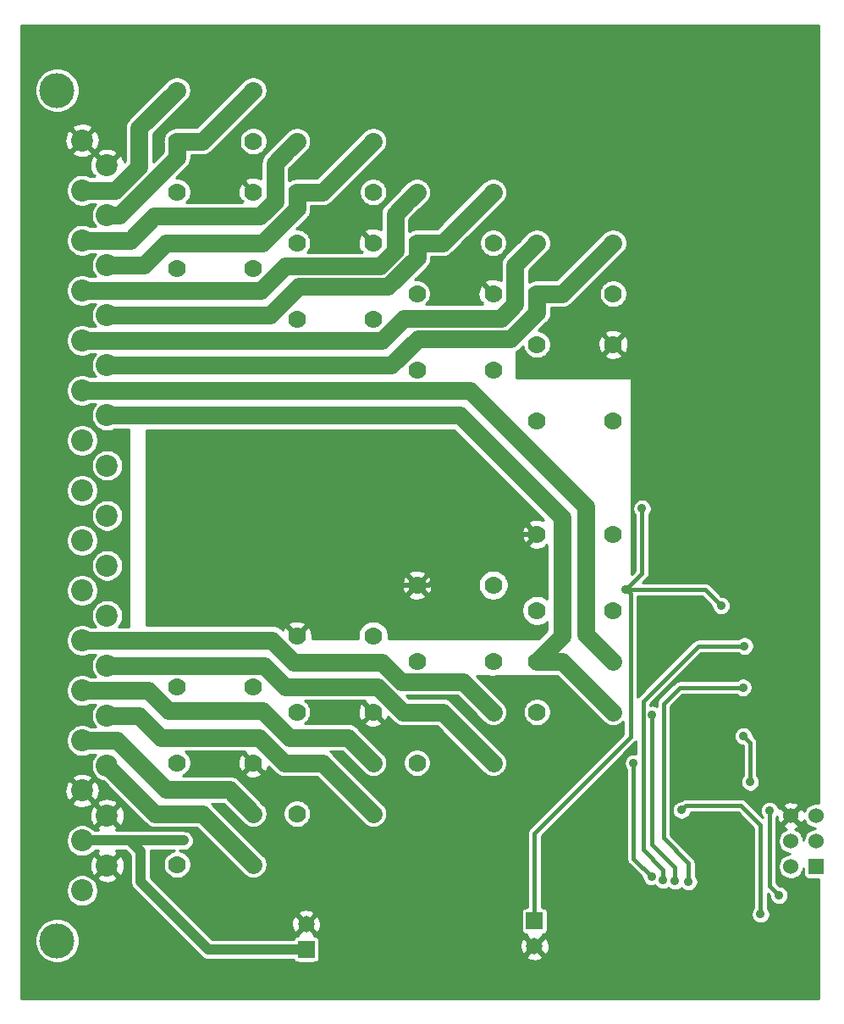
<source format=gbl>
G04 #@! TF.GenerationSoftware,KiCad,Pcbnew,(5.1.5)-3*
G04 #@! TF.CreationDate,2021-08-30T19:36:05+02:00*
G04 #@! TF.ProjectId,fsu,6673752e-6b69-4636-9164-5f7063625858,0431 -*
G04 #@! TF.SameCoordinates,Original*
G04 #@! TF.FileFunction,Copper,L2,Bot*
G04 #@! TF.FilePolarity,Positive*
%FSLAX46Y46*%
G04 Gerber Fmt 4.6, Leading zero omitted, Abs format (unit mm)*
G04 Created by KiCad (PCBNEW (5.1.5)-3) date 2021-08-30 19:36:05*
%MOMM*%
%LPD*%
G04 APERTURE LIST*
%ADD10C,3.500120*%
%ADD11C,2.199640*%
%ADD12C,1.651000*%
%ADD13R,1.651000X1.651000*%
%ADD14C,1.778000*%
%ADD15R,1.524000X1.524000*%
%ADD16C,1.524000*%
%ADD17C,0.889000*%
%ADD18C,0.508000*%
%ADD19C,1.016000*%
%ADD20C,0.381000*%
%ADD21C,1.778000*%
%ADD22C,0.254000*%
G04 APERTURE END LIST*
D10*
X71198740Y-59100720D03*
D11*
X76200000Y-101600000D03*
X76200000Y-106601260D03*
X76200000Y-116601240D03*
X76200000Y-111599980D03*
X76200000Y-131599940D03*
X76200000Y-136601200D03*
X76200000Y-126601220D03*
X76200000Y-121599960D03*
X76200000Y-81600040D03*
X76200000Y-86601300D03*
X76200000Y-96601280D03*
X76200000Y-91600020D03*
X76200000Y-71600060D03*
X76200000Y-76601320D03*
X76200000Y-66601340D03*
X73698100Y-69100700D03*
X73698100Y-79100680D03*
X73698100Y-74099420D03*
X73698100Y-94099380D03*
X73698100Y-99100640D03*
X73698100Y-89100660D03*
X73698100Y-84099400D03*
X73698100Y-124099320D03*
X73698100Y-129100580D03*
X73698100Y-139100560D03*
X73698100Y-134099300D03*
X73698100Y-114099340D03*
X73698100Y-119100600D03*
X73698100Y-109100620D03*
X73698100Y-104099360D03*
X73700640Y-64099440D03*
D10*
X71198740Y-144101820D03*
D12*
X118950000Y-144670000D03*
D13*
X118950000Y-142130000D03*
D14*
X119190000Y-103470000D03*
X126810000Y-103470000D03*
X119190000Y-111090000D03*
X119190000Y-116170000D03*
X119190000Y-121250000D03*
X126810000Y-111090000D03*
X126810000Y-116170000D03*
X126810000Y-121250000D03*
X119190000Y-74350000D03*
X119190000Y-79430000D03*
X119190000Y-84510000D03*
X126810000Y-74350000D03*
X126810000Y-79430000D03*
X126810000Y-84510000D03*
X119190000Y-92130000D03*
X126810000Y-92130000D03*
X83190000Y-118710000D03*
X90810000Y-118710000D03*
X83190000Y-126330000D03*
X83190000Y-131410000D03*
X83190000Y-136490000D03*
X90810000Y-126330000D03*
X90810000Y-131410000D03*
X90810000Y-136490000D03*
D13*
X96100000Y-144970000D03*
D12*
X96100000Y-142430000D03*
D15*
X147120000Y-136690000D03*
D16*
X144580000Y-136690000D03*
X147120000Y-134150000D03*
X144580000Y-134150000D03*
X147120000Y-131610000D03*
X144580000Y-131610000D03*
D14*
X95190000Y-113630000D03*
X102810000Y-113630000D03*
X95190000Y-121250000D03*
X95190000Y-126330000D03*
X95190000Y-131410000D03*
X102810000Y-121250000D03*
X102810000Y-126330000D03*
X102810000Y-131410000D03*
X114810000Y-126330000D03*
X114810000Y-121250000D03*
X114810000Y-116170000D03*
X107190000Y-126330000D03*
X107190000Y-121250000D03*
X107190000Y-116170000D03*
X114810000Y-108550000D03*
X107190000Y-108550000D03*
X114810000Y-87050000D03*
X107190000Y-87050000D03*
X114810000Y-79430000D03*
X114810000Y-74350000D03*
X114810000Y-69270000D03*
X107190000Y-79430000D03*
X107190000Y-74350000D03*
X107190000Y-69270000D03*
X102810000Y-81970000D03*
X95190000Y-81970000D03*
X102810000Y-74350000D03*
X102810000Y-69270000D03*
X102810000Y-64190000D03*
X95190000Y-74350000D03*
X95190000Y-69270000D03*
X95190000Y-64190000D03*
X83190000Y-59110000D03*
X83190000Y-64190000D03*
X83190000Y-69270000D03*
X90810000Y-59110000D03*
X90810000Y-64190000D03*
X90810000Y-69270000D03*
X83190000Y-76890000D03*
X90810000Y-76890000D03*
D17*
X88600000Y-93900000D03*
X107000000Y-93900000D03*
X84800000Y-111400000D03*
X83850700Y-134099300D03*
X80600000Y-93900000D03*
X139850000Y-123650000D03*
X140524599Y-128250000D03*
X128100000Y-109000000D03*
X129700000Y-100900000D03*
X137600000Y-110600000D03*
X141550000Y-141450000D03*
X133650000Y-131050000D03*
X142450000Y-131100000D03*
X143400000Y-139550000D03*
X139400000Y-117350000D03*
X139900000Y-107550000D03*
X137250000Y-97500000D03*
X139400000Y-100050000D03*
X130300000Y-116100000D03*
X134150000Y-119850000D03*
X135800000Y-126300000D03*
X135250000Y-131850000D03*
X137750000Y-133750000D03*
X134550000Y-121750000D03*
X143800000Y-141450000D03*
X138800000Y-147050000D03*
X136000000Y-147050000D03*
X130300000Y-112250000D03*
X134050000Y-142500000D03*
X128050000Y-144100000D03*
X125000000Y-145050000D03*
X126000000Y-135000000D03*
X139900000Y-113200000D03*
X100500000Y-139300000D03*
X104200000Y-143100000D03*
X104100000Y-139200000D03*
X113800000Y-133900000D03*
X113800000Y-129800000D03*
X109700000Y-131500000D03*
X128850000Y-126350000D03*
X130650000Y-137700000D03*
X131800000Y-138050000D03*
X139950000Y-114650000D03*
X133000000Y-138150000D03*
X130700000Y-121500000D03*
X134350000Y-138200000D03*
X139800000Y-118800000D03*
D18*
X109620000Y-93900000D02*
X119190000Y-103470000D01*
X100270000Y-108550000D02*
X107190000Y-108550000D01*
X95190000Y-113630000D02*
X100270000Y-108550000D01*
X117932765Y-103470000D02*
X119190000Y-103470000D01*
X108447235Y-108550000D02*
X113527235Y-103470000D01*
X113527235Y-103470000D02*
X117932765Y-103470000D01*
X107190000Y-108550000D02*
X108447235Y-108550000D01*
X88600000Y-93900000D02*
X107000000Y-93900000D01*
X107000000Y-93900000D02*
X109620000Y-93900000D01*
D19*
X94721400Y-144970000D02*
X96100000Y-144970000D01*
X96100000Y-144970000D02*
X86320000Y-144970000D01*
X86320000Y-144970000D02*
X79550000Y-138200000D01*
X79550000Y-135200000D02*
X78450000Y-134100000D01*
X79550000Y-138200000D02*
X79550000Y-135200000D01*
X73698100Y-134099300D02*
X78450000Y-134100000D01*
X78450000Y-134100000D02*
X83850700Y-134099300D01*
D18*
X87971383Y-93900000D02*
X80600000Y-93900000D01*
X88600000Y-93900000D02*
X87971383Y-93900000D01*
D20*
X140524599Y-124324599D02*
X139850000Y-123650000D01*
X140524599Y-128250000D02*
X140524599Y-124324599D01*
X128100000Y-109000000D02*
X129700000Y-107400000D01*
X129700000Y-107400000D02*
X129700000Y-100900000D01*
X136000000Y-109000000D02*
X128100000Y-109000000D01*
X137600000Y-110600000D02*
X136000000Y-109000000D01*
X128544499Y-109444499D02*
X128544499Y-123755501D01*
X128100000Y-109000000D02*
X128544499Y-109444499D01*
X118950000Y-133350000D02*
X118950000Y-142130000D01*
X128544499Y-123755501D02*
X118950000Y-133350000D01*
D21*
X81008780Y-131410000D02*
X83190000Y-131410000D01*
X76200000Y-126601220D02*
X81008780Y-131410000D01*
X85730000Y-131410000D02*
X90810000Y-136490000D01*
X83190000Y-131410000D02*
X85730000Y-131410000D01*
X76200040Y-121600000D02*
X76200000Y-121599960D01*
X93932765Y-126330000D02*
X91402765Y-123800000D01*
X95190000Y-126330000D02*
X93932765Y-126330000D01*
X91402765Y-123800000D02*
X81600000Y-123800000D01*
X81600000Y-123800000D02*
X79400000Y-121600000D01*
X79400000Y-121600000D02*
X76200040Y-121600000D01*
X97730000Y-126330000D02*
X102810000Y-131410000D01*
X95190000Y-126330000D02*
X97730000Y-126330000D01*
X77755380Y-116601240D02*
X76200000Y-116601240D01*
X105776304Y-121250000D02*
X103226304Y-118700000D01*
X107190000Y-121250000D02*
X105776304Y-121250000D01*
X94000000Y-118700000D02*
X91901240Y-116601240D01*
X103226304Y-118700000D02*
X94000000Y-118700000D01*
X91901240Y-116601240D02*
X77755380Y-116601240D01*
X109730000Y-121250000D02*
X114810000Y-126330000D01*
X107190000Y-121250000D02*
X109730000Y-121250000D01*
X120078999Y-115281001D02*
X119190000Y-116170000D01*
X121700000Y-113660000D02*
X120078999Y-115281001D01*
X121700000Y-101800000D02*
X121700000Y-113660000D01*
X76200000Y-91600020D02*
X111500020Y-91600020D01*
X111500020Y-91600020D02*
X121700000Y-101800000D01*
X121730000Y-116170000D02*
X126810000Y-121250000D01*
X119190000Y-116170000D02*
X121730000Y-116170000D01*
X121730000Y-79430000D02*
X126810000Y-74350000D01*
X119190000Y-79430000D02*
X121730000Y-79430000D01*
X119190000Y-80687235D02*
X119190000Y-79430000D01*
X104631338Y-86601300D02*
X107300628Y-83932010D01*
X76200000Y-86601300D02*
X104631338Y-86601300D01*
X107300628Y-83932010D02*
X116567990Y-83932010D01*
X119190000Y-81310000D02*
X119190000Y-80687235D01*
X116567990Y-83932010D02*
X119190000Y-81310000D01*
X107190000Y-75607235D02*
X107190000Y-74350000D01*
X107190000Y-75851058D02*
X107190000Y-75607235D01*
X104309049Y-78732009D02*
X107190000Y-75851058D01*
X95367990Y-78732010D02*
X104309049Y-78732009D01*
X92499960Y-81600040D02*
X95367990Y-78732010D01*
X76200000Y-81600040D02*
X92499960Y-81600040D01*
X109730000Y-74350000D02*
X114810000Y-69270000D01*
X107190000Y-74350000D02*
X109730000Y-74350000D01*
X97730000Y-69270000D02*
X102810000Y-64190000D01*
X95190000Y-69270000D02*
X97730000Y-69270000D01*
X95190000Y-70527235D02*
X95190000Y-69270000D01*
X79898680Y-76601320D02*
X82100000Y-74400000D01*
X76200000Y-76601320D02*
X79898680Y-76601320D01*
X82100000Y-74400000D02*
X91730528Y-74400000D01*
X95190000Y-70940528D02*
X95190000Y-70527235D01*
X91730528Y-74400000D02*
X95190000Y-70940528D01*
X83190000Y-65447235D02*
X83190000Y-64190000D01*
X83190000Y-65804412D02*
X83190000Y-65447235D01*
X77394352Y-71600060D02*
X83190000Y-65804412D01*
X76200000Y-71600060D02*
X77394352Y-71600060D01*
X85730000Y-64190000D02*
X90810000Y-59110000D01*
X83190000Y-64190000D02*
X85730000Y-64190000D01*
X82100000Y-129000000D02*
X88400000Y-129000000D01*
X88400000Y-129000000D02*
X90810000Y-131410000D01*
X73698100Y-124099320D02*
X77199320Y-124099320D01*
X77199320Y-124099320D02*
X82100000Y-129000000D01*
X113921001Y-120361001D02*
X114810000Y-121250000D01*
X111762001Y-118202001D02*
X113921001Y-120361001D01*
X92651978Y-114099340D02*
X94852638Y-116300000D01*
X73698100Y-114099340D02*
X92651978Y-114099340D01*
X103700000Y-116300000D02*
X105602001Y-118202001D01*
X94852638Y-116300000D02*
X103700000Y-116300000D01*
X105602001Y-118202001D02*
X111762001Y-118202001D01*
X124100000Y-100700000D02*
X124100000Y-113460000D01*
X124100000Y-113460000D02*
X126810000Y-116170000D01*
X73698100Y-89100660D02*
X112500660Y-89100660D01*
X112500660Y-89100660D02*
X124100000Y-100700000D01*
X106301001Y-70158999D02*
X107190000Y-69270000D01*
X105000000Y-71460000D02*
X106301001Y-70158999D01*
X91606682Y-79100680D02*
X94007362Y-76700000D01*
X73698100Y-79100680D02*
X91606682Y-79100680D01*
X94007362Y-76700000D02*
X103467362Y-76700000D01*
X103467362Y-76700000D02*
X105000000Y-75167362D01*
X105000000Y-75167362D02*
X105000000Y-71460000D01*
D20*
X134094499Y-130605501D02*
X133650000Y-131050000D01*
X139605501Y-130605501D02*
X134094499Y-130605501D01*
X141550000Y-132550000D02*
X139605501Y-130605501D01*
X141550000Y-141450000D02*
X141550000Y-132550000D01*
X142450000Y-131100000D02*
X142450000Y-138600000D01*
X142450000Y-138600000D02*
X142955501Y-139105501D01*
X142955501Y-139105501D02*
X143400000Y-139550000D01*
D21*
X100280000Y-123800000D02*
X102810000Y-126330000D01*
X80300600Y-119100600D02*
X82300000Y-121100000D01*
X91766319Y-121100000D02*
X94466319Y-123800000D01*
X94466319Y-123800000D02*
X100280000Y-123800000D01*
X73698100Y-119100600D02*
X80300600Y-119100600D01*
X82300000Y-121100000D02*
X91766319Y-121100000D01*
X118301001Y-75238999D02*
X119190000Y-74350000D01*
X117000000Y-76540000D02*
X118301001Y-75238999D01*
X103687962Y-84099400D02*
X105887362Y-81900000D01*
X105887362Y-81900000D02*
X115600000Y-81900000D01*
X73698100Y-84099400D02*
X103687962Y-84099400D01*
X117000000Y-80500000D02*
X117000000Y-76540000D01*
X115600000Y-81900000D02*
X117000000Y-80500000D01*
X94301001Y-65078999D02*
X95190000Y-64190000D01*
X93000000Y-66380000D02*
X94301001Y-65078999D01*
X78500580Y-74099420D02*
X80900000Y-71700000D01*
X91500000Y-71700000D02*
X93000000Y-70200000D01*
X73698100Y-74099420D02*
X78500580Y-74099420D01*
X80900000Y-71700000D02*
X91500000Y-71700000D01*
X93000000Y-70200000D02*
X93000000Y-66380000D01*
X77020016Y-69100700D02*
X79400000Y-66720716D01*
X73698100Y-69100700D02*
X77020016Y-69100700D01*
X79400000Y-62900000D02*
X83190000Y-59110000D01*
X79400000Y-66720716D02*
X79400000Y-62900000D01*
D20*
X128850000Y-126350000D02*
X128850000Y-135900000D01*
X128850000Y-135900000D02*
X130650000Y-137700000D01*
X131800000Y-138050000D02*
X131800000Y-137000000D01*
X131800000Y-137000000D02*
X129800000Y-135000000D01*
X129800000Y-135000000D02*
X129800000Y-120150000D01*
X129800000Y-120150000D02*
X135300000Y-114650000D01*
X135300000Y-114650000D02*
X139950000Y-114650000D01*
X133000000Y-138150000D02*
X133000000Y-136750000D01*
X133000000Y-136750000D02*
X130700000Y-134450000D01*
X130700000Y-134450000D02*
X130700000Y-121500000D01*
X134350000Y-138200000D02*
X134350000Y-136350000D01*
X134350000Y-136350000D02*
X131850000Y-133850000D01*
X131850000Y-133850000D02*
X131850000Y-120400000D01*
X131850000Y-120400000D02*
X133450000Y-118800000D01*
X133450000Y-118800000D02*
X139800000Y-118800000D01*
D22*
G36*
X119832833Y-102088095D02*
G01*
X119713582Y-102030914D01*
X119422770Y-101956420D01*
X119123012Y-101940092D01*
X118825829Y-101982557D01*
X118542641Y-102082184D01*
X118395727Y-102160711D01*
X118313374Y-102413769D01*
X119190000Y-103290395D01*
X119204143Y-103276253D01*
X119383748Y-103455858D01*
X119369605Y-103470000D01*
X119383748Y-103484143D01*
X119204143Y-103663748D01*
X119190000Y-103649605D01*
X118313374Y-104526231D01*
X118395727Y-104779289D01*
X118666418Y-104909086D01*
X118957230Y-104983580D01*
X119256988Y-104999908D01*
X119554171Y-104957443D01*
X119837359Y-104857816D01*
X119984273Y-104779289D01*
X120066625Y-104526233D01*
X120176000Y-104635608D01*
X120176001Y-109920740D01*
X120161493Y-109906232D01*
X119911885Y-109739449D01*
X119634534Y-109624566D01*
X119340101Y-109566000D01*
X119039899Y-109566000D01*
X118745466Y-109624566D01*
X118468115Y-109739449D01*
X118218507Y-109906232D01*
X118006232Y-110118507D01*
X117839449Y-110368115D01*
X117724566Y-110645466D01*
X117666000Y-110939899D01*
X117666000Y-111240101D01*
X117724566Y-111534534D01*
X117839449Y-111811885D01*
X118006232Y-112061493D01*
X118218507Y-112273768D01*
X118468115Y-112440551D01*
X118745466Y-112555434D01*
X119039899Y-112614000D01*
X119340101Y-112614000D01*
X119634534Y-112555434D01*
X119911885Y-112440551D01*
X120161493Y-112273768D01*
X120176001Y-112259260D01*
X120176001Y-113028737D01*
X119331739Y-113873000D01*
X104315521Y-113873000D01*
X104334000Y-113780101D01*
X104334000Y-113479899D01*
X104275434Y-113185466D01*
X104160551Y-112908115D01*
X103993768Y-112658507D01*
X103781493Y-112446232D01*
X103531885Y-112279449D01*
X103254534Y-112164566D01*
X102960101Y-112106000D01*
X102659899Y-112106000D01*
X102365466Y-112164566D01*
X102088115Y-112279449D01*
X101838507Y-112446232D01*
X101626232Y-112658507D01*
X101459449Y-112908115D01*
X101344566Y-113185466D01*
X101286000Y-113479899D01*
X101286000Y-113780101D01*
X101304479Y-113873000D01*
X96700959Y-113873000D01*
X96703580Y-113862770D01*
X96719908Y-113563012D01*
X96677443Y-113265829D01*
X96577816Y-112982641D01*
X96499289Y-112835727D01*
X96246231Y-112753374D01*
X95369605Y-113630000D01*
X95383748Y-113644143D01*
X95204143Y-113823748D01*
X95190000Y-113809605D01*
X95175858Y-113823748D01*
X94996253Y-113644143D01*
X95010395Y-113630000D01*
X94133769Y-112753374D01*
X93880711Y-112835727D01*
X93772195Y-113062036D01*
X93734822Y-113016496D01*
X93502763Y-112826050D01*
X93238009Y-112684536D01*
X92950734Y-112597392D01*
X92726837Y-112575340D01*
X92726827Y-112575340D01*
X92710877Y-112573769D01*
X94313374Y-112573769D01*
X95190000Y-113450395D01*
X96066626Y-112573769D01*
X95984273Y-112320711D01*
X95713582Y-112190914D01*
X95422770Y-112116420D01*
X95123012Y-112100092D01*
X94825829Y-112142557D01*
X94542641Y-112242184D01*
X94395727Y-112320711D01*
X94313374Y-112573769D01*
X92710877Y-112573769D01*
X92651978Y-112567968D01*
X92577129Y-112575340D01*
X80127000Y-112575340D01*
X80127000Y-109606231D01*
X106313374Y-109606231D01*
X106395727Y-109859289D01*
X106666418Y-109989086D01*
X106957230Y-110063580D01*
X107256988Y-110079908D01*
X107554171Y-110037443D01*
X107837359Y-109937816D01*
X107984273Y-109859289D01*
X108066626Y-109606231D01*
X107190000Y-108729605D01*
X106313374Y-109606231D01*
X80127000Y-109606231D01*
X80127000Y-108616988D01*
X105660092Y-108616988D01*
X105702557Y-108914171D01*
X105802184Y-109197359D01*
X105880711Y-109344273D01*
X106133769Y-109426626D01*
X107010395Y-108550000D01*
X107369605Y-108550000D01*
X108246231Y-109426626D01*
X108499289Y-109344273D01*
X108629086Y-109073582D01*
X108703580Y-108782770D01*
X108719908Y-108483012D01*
X108708032Y-108399899D01*
X113286000Y-108399899D01*
X113286000Y-108700101D01*
X113344566Y-108994534D01*
X113459449Y-109271885D01*
X113626232Y-109521493D01*
X113838507Y-109733768D01*
X114088115Y-109900551D01*
X114365466Y-110015434D01*
X114659899Y-110074000D01*
X114960101Y-110074000D01*
X115254534Y-110015434D01*
X115531885Y-109900551D01*
X115781493Y-109733768D01*
X115993768Y-109521493D01*
X116160551Y-109271885D01*
X116275434Y-108994534D01*
X116334000Y-108700101D01*
X116334000Y-108399899D01*
X116275434Y-108105466D01*
X116160551Y-107828115D01*
X115993768Y-107578507D01*
X115781493Y-107366232D01*
X115531885Y-107199449D01*
X115254534Y-107084566D01*
X114960101Y-107026000D01*
X114659899Y-107026000D01*
X114365466Y-107084566D01*
X114088115Y-107199449D01*
X113838507Y-107366232D01*
X113626232Y-107578507D01*
X113459449Y-107828115D01*
X113344566Y-108105466D01*
X113286000Y-108399899D01*
X108708032Y-108399899D01*
X108677443Y-108185829D01*
X108577816Y-107902641D01*
X108499289Y-107755727D01*
X108246231Y-107673374D01*
X107369605Y-108550000D01*
X107010395Y-108550000D01*
X106133769Y-107673374D01*
X105880711Y-107755727D01*
X105750914Y-108026418D01*
X105676420Y-108317230D01*
X105660092Y-108616988D01*
X80127000Y-108616988D01*
X80127000Y-107493769D01*
X106313374Y-107493769D01*
X107190000Y-108370395D01*
X108066626Y-107493769D01*
X107984273Y-107240711D01*
X107713582Y-107110914D01*
X107422770Y-107036420D01*
X107123012Y-107020092D01*
X106825829Y-107062557D01*
X106542641Y-107162184D01*
X106395727Y-107240711D01*
X106313374Y-107493769D01*
X80127000Y-107493769D01*
X80127000Y-103536988D01*
X117660092Y-103536988D01*
X117702557Y-103834171D01*
X117802184Y-104117359D01*
X117880711Y-104264273D01*
X118133769Y-104346626D01*
X119010395Y-103470000D01*
X118133769Y-102593374D01*
X117880711Y-102675727D01*
X117750914Y-102946418D01*
X117676420Y-103237230D01*
X117660092Y-103536988D01*
X80127000Y-103536988D01*
X80127000Y-93124020D01*
X110868759Y-93124020D01*
X119832833Y-102088095D01*
G37*
X119832833Y-102088095D02*
X119713582Y-102030914D01*
X119422770Y-101956420D01*
X119123012Y-101940092D01*
X118825829Y-101982557D01*
X118542641Y-102082184D01*
X118395727Y-102160711D01*
X118313374Y-102413769D01*
X119190000Y-103290395D01*
X119204143Y-103276253D01*
X119383748Y-103455858D01*
X119369605Y-103470000D01*
X119383748Y-103484143D01*
X119204143Y-103663748D01*
X119190000Y-103649605D01*
X118313374Y-104526231D01*
X118395727Y-104779289D01*
X118666418Y-104909086D01*
X118957230Y-104983580D01*
X119256988Y-104999908D01*
X119554171Y-104957443D01*
X119837359Y-104857816D01*
X119984273Y-104779289D01*
X120066625Y-104526233D01*
X120176000Y-104635608D01*
X120176001Y-109920740D01*
X120161493Y-109906232D01*
X119911885Y-109739449D01*
X119634534Y-109624566D01*
X119340101Y-109566000D01*
X119039899Y-109566000D01*
X118745466Y-109624566D01*
X118468115Y-109739449D01*
X118218507Y-109906232D01*
X118006232Y-110118507D01*
X117839449Y-110368115D01*
X117724566Y-110645466D01*
X117666000Y-110939899D01*
X117666000Y-111240101D01*
X117724566Y-111534534D01*
X117839449Y-111811885D01*
X118006232Y-112061493D01*
X118218507Y-112273768D01*
X118468115Y-112440551D01*
X118745466Y-112555434D01*
X119039899Y-112614000D01*
X119340101Y-112614000D01*
X119634534Y-112555434D01*
X119911885Y-112440551D01*
X120161493Y-112273768D01*
X120176001Y-112259260D01*
X120176001Y-113028737D01*
X119331739Y-113873000D01*
X104315521Y-113873000D01*
X104334000Y-113780101D01*
X104334000Y-113479899D01*
X104275434Y-113185466D01*
X104160551Y-112908115D01*
X103993768Y-112658507D01*
X103781493Y-112446232D01*
X103531885Y-112279449D01*
X103254534Y-112164566D01*
X102960101Y-112106000D01*
X102659899Y-112106000D01*
X102365466Y-112164566D01*
X102088115Y-112279449D01*
X101838507Y-112446232D01*
X101626232Y-112658507D01*
X101459449Y-112908115D01*
X101344566Y-113185466D01*
X101286000Y-113479899D01*
X101286000Y-113780101D01*
X101304479Y-113873000D01*
X96700959Y-113873000D01*
X96703580Y-113862770D01*
X96719908Y-113563012D01*
X96677443Y-113265829D01*
X96577816Y-112982641D01*
X96499289Y-112835727D01*
X96246231Y-112753374D01*
X95369605Y-113630000D01*
X95383748Y-113644143D01*
X95204143Y-113823748D01*
X95190000Y-113809605D01*
X95175858Y-113823748D01*
X94996253Y-113644143D01*
X95010395Y-113630000D01*
X94133769Y-112753374D01*
X93880711Y-112835727D01*
X93772195Y-113062036D01*
X93734822Y-113016496D01*
X93502763Y-112826050D01*
X93238009Y-112684536D01*
X92950734Y-112597392D01*
X92726837Y-112575340D01*
X92726827Y-112575340D01*
X92710877Y-112573769D01*
X94313374Y-112573769D01*
X95190000Y-113450395D01*
X96066626Y-112573769D01*
X95984273Y-112320711D01*
X95713582Y-112190914D01*
X95422770Y-112116420D01*
X95123012Y-112100092D01*
X94825829Y-112142557D01*
X94542641Y-112242184D01*
X94395727Y-112320711D01*
X94313374Y-112573769D01*
X92710877Y-112573769D01*
X92651978Y-112567968D01*
X92577129Y-112575340D01*
X80127000Y-112575340D01*
X80127000Y-109606231D01*
X106313374Y-109606231D01*
X106395727Y-109859289D01*
X106666418Y-109989086D01*
X106957230Y-110063580D01*
X107256988Y-110079908D01*
X107554171Y-110037443D01*
X107837359Y-109937816D01*
X107984273Y-109859289D01*
X108066626Y-109606231D01*
X107190000Y-108729605D01*
X106313374Y-109606231D01*
X80127000Y-109606231D01*
X80127000Y-108616988D01*
X105660092Y-108616988D01*
X105702557Y-108914171D01*
X105802184Y-109197359D01*
X105880711Y-109344273D01*
X106133769Y-109426626D01*
X107010395Y-108550000D01*
X107369605Y-108550000D01*
X108246231Y-109426626D01*
X108499289Y-109344273D01*
X108629086Y-109073582D01*
X108703580Y-108782770D01*
X108719908Y-108483012D01*
X108708032Y-108399899D01*
X113286000Y-108399899D01*
X113286000Y-108700101D01*
X113344566Y-108994534D01*
X113459449Y-109271885D01*
X113626232Y-109521493D01*
X113838507Y-109733768D01*
X114088115Y-109900551D01*
X114365466Y-110015434D01*
X114659899Y-110074000D01*
X114960101Y-110074000D01*
X115254534Y-110015434D01*
X115531885Y-109900551D01*
X115781493Y-109733768D01*
X115993768Y-109521493D01*
X116160551Y-109271885D01*
X116275434Y-108994534D01*
X116334000Y-108700101D01*
X116334000Y-108399899D01*
X116275434Y-108105466D01*
X116160551Y-107828115D01*
X115993768Y-107578507D01*
X115781493Y-107366232D01*
X115531885Y-107199449D01*
X115254534Y-107084566D01*
X114960101Y-107026000D01*
X114659899Y-107026000D01*
X114365466Y-107084566D01*
X114088115Y-107199449D01*
X113838507Y-107366232D01*
X113626232Y-107578507D01*
X113459449Y-107828115D01*
X113344566Y-108105466D01*
X113286000Y-108399899D01*
X108708032Y-108399899D01*
X108677443Y-108185829D01*
X108577816Y-107902641D01*
X108499289Y-107755727D01*
X108246231Y-107673374D01*
X107369605Y-108550000D01*
X107010395Y-108550000D01*
X106133769Y-107673374D01*
X105880711Y-107755727D01*
X105750914Y-108026418D01*
X105676420Y-108317230D01*
X105660092Y-108616988D01*
X80127000Y-108616988D01*
X80127000Y-107493769D01*
X106313374Y-107493769D01*
X107190000Y-108370395D01*
X108066626Y-107493769D01*
X107984273Y-107240711D01*
X107713582Y-107110914D01*
X107422770Y-107036420D01*
X107123012Y-107020092D01*
X106825829Y-107062557D01*
X106542641Y-107162184D01*
X106395727Y-107240711D01*
X106313374Y-107493769D01*
X80127000Y-107493769D01*
X80127000Y-103536988D01*
X117660092Y-103536988D01*
X117702557Y-103834171D01*
X117802184Y-104117359D01*
X117880711Y-104264273D01*
X118133769Y-104346626D01*
X119010395Y-103470000D01*
X118133769Y-102593374D01*
X117880711Y-102675727D01*
X117750914Y-102946418D01*
X117676420Y-103237230D01*
X117660092Y-103536988D01*
X80127000Y-103536988D01*
X80127000Y-93124020D01*
X110868759Y-93124020D01*
X119832833Y-102088095D01*
G36*
X147373000Y-130365444D02*
G01*
X147245084Y-130340000D01*
X146994916Y-130340000D01*
X146749555Y-130388805D01*
X146518429Y-130484541D01*
X146310422Y-130623527D01*
X146133527Y-130800422D01*
X145994541Y-131008429D01*
X145916258Y-131197419D01*
X145847636Y-131006977D01*
X145785656Y-130891020D01*
X145545565Y-130824040D01*
X144759605Y-131610000D01*
X145545565Y-132395960D01*
X145785656Y-132328980D01*
X145902756Y-132079952D01*
X145916716Y-132023686D01*
X145994541Y-132211571D01*
X146133527Y-132419578D01*
X146310422Y-132596473D01*
X146518429Y-132735459D01*
X146749555Y-132831195D01*
X146994916Y-132880000D01*
X146749555Y-132928805D01*
X146518429Y-133024541D01*
X146310422Y-133163527D01*
X146133527Y-133340422D01*
X145994541Y-133548429D01*
X145898805Y-133779555D01*
X145850000Y-134024916D01*
X145801195Y-133779555D01*
X145705459Y-133548429D01*
X145566473Y-133340422D01*
X145389578Y-133163527D01*
X145181571Y-133024541D01*
X144992581Y-132946258D01*
X145183023Y-132877636D01*
X145298980Y-132815656D01*
X145365960Y-132575565D01*
X144580000Y-131789605D01*
X143794040Y-132575565D01*
X143861020Y-132815656D01*
X144110048Y-132932756D01*
X144166314Y-132946716D01*
X143978429Y-133024541D01*
X143770422Y-133163527D01*
X143593527Y-133340422D01*
X143454541Y-133548429D01*
X143358805Y-133779555D01*
X143310000Y-134024916D01*
X143310000Y-134275084D01*
X143358805Y-134520445D01*
X143454541Y-134751571D01*
X143593527Y-134959578D01*
X143770422Y-135136473D01*
X143978429Y-135275459D01*
X144209555Y-135371195D01*
X144454916Y-135420000D01*
X144209555Y-135468805D01*
X143978429Y-135564541D01*
X143770422Y-135703527D01*
X143593527Y-135880422D01*
X143454541Y-136088429D01*
X143358805Y-136319555D01*
X143310000Y-136564916D01*
X143310000Y-136815084D01*
X143358805Y-137060445D01*
X143454541Y-137291571D01*
X143593527Y-137499578D01*
X143770422Y-137676473D01*
X143978429Y-137815459D01*
X144209555Y-137911195D01*
X144454916Y-137960000D01*
X144705084Y-137960000D01*
X144950445Y-137911195D01*
X145181571Y-137815459D01*
X145389578Y-137676473D01*
X145566473Y-137499578D01*
X145705459Y-137291571D01*
X145801195Y-137060445D01*
X145847543Y-136827436D01*
X145847543Y-137452000D01*
X145857351Y-137551585D01*
X145886399Y-137647343D01*
X145933571Y-137735595D01*
X145997052Y-137812948D01*
X146074405Y-137876429D01*
X146162657Y-137923601D01*
X146258415Y-137952649D01*
X146358000Y-137962457D01*
X147373000Y-137962457D01*
X147373000Y-149873000D01*
X67627000Y-149873000D01*
X67627000Y-143879420D01*
X68940680Y-143879420D01*
X68940680Y-144324220D01*
X69027456Y-144760472D01*
X69197673Y-145171413D01*
X69444790Y-145541249D01*
X69759311Y-145855770D01*
X70129147Y-146102887D01*
X70540088Y-146273104D01*
X70976340Y-146359880D01*
X71421140Y-146359880D01*
X71857392Y-146273104D01*
X72268333Y-146102887D01*
X72638169Y-145855770D01*
X72952690Y-145541249D01*
X73199807Y-145171413D01*
X73370024Y-144760472D01*
X73456800Y-144324220D01*
X73456800Y-143879420D01*
X73370024Y-143443168D01*
X73199807Y-143032227D01*
X72952690Y-142662391D01*
X72638169Y-142347870D01*
X72268333Y-142100753D01*
X71857392Y-141930536D01*
X71421140Y-141843760D01*
X70976340Y-141843760D01*
X70540088Y-141930536D01*
X70129147Y-142100753D01*
X69759311Y-142347870D01*
X69444790Y-142662391D01*
X69197673Y-143032227D01*
X69027456Y-143443168D01*
X68940680Y-143879420D01*
X67627000Y-143879420D01*
X67627000Y-138942204D01*
X72090280Y-138942204D01*
X72090280Y-139258916D01*
X72152067Y-139569544D01*
X72273268Y-139862149D01*
X72449224Y-140125486D01*
X72673174Y-140349436D01*
X72936511Y-140525392D01*
X73229116Y-140646593D01*
X73539744Y-140708380D01*
X73856456Y-140708380D01*
X74167084Y-140646593D01*
X74459689Y-140525392D01*
X74723026Y-140349436D01*
X74946976Y-140125486D01*
X75122932Y-139862149D01*
X75244133Y-139569544D01*
X75305920Y-139258916D01*
X75305920Y-138942204D01*
X75244133Y-138631576D01*
X75122932Y-138338971D01*
X74946976Y-138075634D01*
X74723026Y-137851684D01*
X74657324Y-137807783D01*
X75173022Y-137807783D01*
X75280833Y-138082391D01*
X75587460Y-138233252D01*
X75917628Y-138321394D01*
X76258647Y-138343428D01*
X76597412Y-138298510D01*
X76920905Y-138188366D01*
X77119167Y-138082391D01*
X77226978Y-137807783D01*
X76200000Y-136780805D01*
X75173022Y-137807783D01*
X74657324Y-137807783D01*
X74459689Y-137675728D01*
X74167084Y-137554527D01*
X73856456Y-137492740D01*
X73539744Y-137492740D01*
X73229116Y-137554527D01*
X72936511Y-137675728D01*
X72673174Y-137851684D01*
X72449224Y-138075634D01*
X72273268Y-138338971D01*
X72152067Y-138631576D01*
X72090280Y-138942204D01*
X67627000Y-138942204D01*
X67627000Y-136659847D01*
X74457772Y-136659847D01*
X74502690Y-136998612D01*
X74612834Y-137322105D01*
X74718809Y-137520367D01*
X74993417Y-137628178D01*
X76020395Y-136601200D01*
X76379605Y-136601200D01*
X77406583Y-137628178D01*
X77681191Y-137520367D01*
X77832052Y-137213740D01*
X77920194Y-136883572D01*
X77942228Y-136542553D01*
X77897310Y-136203788D01*
X77787166Y-135880295D01*
X77681191Y-135682033D01*
X77406583Y-135574222D01*
X76379605Y-136601200D01*
X76020395Y-136601200D01*
X74993417Y-135574222D01*
X74718809Y-135682033D01*
X74567948Y-135988660D01*
X74479806Y-136318828D01*
X74457772Y-136659847D01*
X67627000Y-136659847D01*
X67627000Y-133940944D01*
X72090280Y-133940944D01*
X72090280Y-134257656D01*
X72152067Y-134568284D01*
X72273268Y-134860889D01*
X72449224Y-135124226D01*
X72673174Y-135348176D01*
X72936511Y-135524132D01*
X73229116Y-135645333D01*
X73539744Y-135707120D01*
X73856456Y-135707120D01*
X74167084Y-135645333D01*
X74459689Y-135524132D01*
X74723026Y-135348176D01*
X74946976Y-135124226D01*
X74952817Y-135115484D01*
X75289205Y-135115534D01*
X75280833Y-135120009D01*
X75173022Y-135394617D01*
X76200000Y-136421595D01*
X77226978Y-135394617D01*
X77119167Y-135120009D01*
X77110617Y-135115802D01*
X78029097Y-135115938D01*
X78534001Y-135620842D01*
X78534000Y-138150098D01*
X78529085Y-138200000D01*
X78547640Y-138388392D01*
X78548702Y-138399170D01*
X78606798Y-138590686D01*
X78701140Y-138767190D01*
X78828104Y-138921896D01*
X78866872Y-138953712D01*
X85566292Y-145653133D01*
X85598104Y-145691896D01*
X85752810Y-145818860D01*
X85929313Y-145913202D01*
X86120829Y-145971298D01*
X86320000Y-145990915D01*
X86369902Y-145986000D01*
X94801430Y-145986000D01*
X94802899Y-145990843D01*
X94850071Y-146079095D01*
X94913552Y-146156448D01*
X94990905Y-146219929D01*
X95079157Y-146267101D01*
X95174915Y-146296149D01*
X95274500Y-146305957D01*
X96925500Y-146305957D01*
X97025085Y-146296149D01*
X97120843Y-146267101D01*
X97209095Y-146219929D01*
X97286448Y-146156448D01*
X97349929Y-146079095D01*
X97397101Y-145990843D01*
X97426149Y-145895085D01*
X97435957Y-145795500D01*
X97435957Y-145680909D01*
X118118696Y-145680909D01*
X118193367Y-145927481D01*
X118453228Y-146050931D01*
X118732180Y-146121313D01*
X119019502Y-146135921D01*
X119304154Y-146094194D01*
X119575196Y-145997737D01*
X119706633Y-145927481D01*
X119781304Y-145680909D01*
X118950000Y-144849605D01*
X118118696Y-145680909D01*
X97435957Y-145680909D01*
X97435957Y-144739502D01*
X117484079Y-144739502D01*
X117525806Y-145024154D01*
X117622263Y-145295196D01*
X117692519Y-145426633D01*
X117939091Y-145501304D01*
X118770395Y-144670000D01*
X119129605Y-144670000D01*
X119960909Y-145501304D01*
X120207481Y-145426633D01*
X120330931Y-145166772D01*
X120401313Y-144887820D01*
X120415921Y-144600498D01*
X120374194Y-144315846D01*
X120277737Y-144044804D01*
X120207481Y-143913367D01*
X119960909Y-143838696D01*
X119129605Y-144670000D01*
X118770395Y-144670000D01*
X117939091Y-143838696D01*
X117692519Y-143913367D01*
X117569069Y-144173228D01*
X117498687Y-144452180D01*
X117484079Y-144739502D01*
X97435957Y-144739502D01*
X97435957Y-144144500D01*
X97426149Y-144044915D01*
X97397101Y-143949157D01*
X97349929Y-143860905D01*
X97286448Y-143783552D01*
X97209095Y-143720071D01*
X97120843Y-143672899D01*
X97025085Y-143643851D01*
X96925500Y-143634043D01*
X96872816Y-143634043D01*
X96931304Y-143440909D01*
X96100000Y-142609605D01*
X95268696Y-143440909D01*
X95327184Y-143634043D01*
X95274500Y-143634043D01*
X95174915Y-143643851D01*
X95079157Y-143672899D01*
X94990905Y-143720071D01*
X94913552Y-143783552D01*
X94850071Y-143860905D01*
X94802899Y-143949157D01*
X94801430Y-143954000D01*
X86740841Y-143954000D01*
X85286343Y-142499502D01*
X94634079Y-142499502D01*
X94675806Y-142784154D01*
X94772263Y-143055196D01*
X94842519Y-143186633D01*
X95089091Y-143261304D01*
X95920395Y-142430000D01*
X96279605Y-142430000D01*
X97110909Y-143261304D01*
X97357481Y-143186633D01*
X97480931Y-142926772D01*
X97551313Y-142647820D01*
X97565921Y-142360498D01*
X97524194Y-142075846D01*
X97427737Y-141804804D01*
X97357481Y-141673367D01*
X97110909Y-141598696D01*
X96279605Y-142430000D01*
X95920395Y-142430000D01*
X95089091Y-141598696D01*
X94842519Y-141673367D01*
X94719069Y-141933228D01*
X94648687Y-142212180D01*
X94634079Y-142499502D01*
X85286343Y-142499502D01*
X84205932Y-141419091D01*
X95268696Y-141419091D01*
X96100000Y-142250395D01*
X96931304Y-141419091D01*
X96856633Y-141172519D01*
X96596772Y-141049069D01*
X96317820Y-140978687D01*
X96030498Y-140964079D01*
X95745846Y-141005806D01*
X95474804Y-141102263D01*
X95343367Y-141172519D01*
X95268696Y-141419091D01*
X84205932Y-141419091D01*
X80566000Y-137779160D01*
X80566000Y-135249902D01*
X80570915Y-135200000D01*
X80562615Y-135115726D01*
X82939707Y-135115418D01*
X82782510Y-135146686D01*
X82528273Y-135251995D01*
X82299465Y-135404880D01*
X82104880Y-135599465D01*
X81951995Y-135828273D01*
X81846686Y-136082510D01*
X81793000Y-136352408D01*
X81793000Y-136627592D01*
X81846686Y-136897490D01*
X81951995Y-137151727D01*
X82104880Y-137380535D01*
X82299465Y-137575120D01*
X82528273Y-137728005D01*
X82782510Y-137833314D01*
X83052408Y-137887000D01*
X83327592Y-137887000D01*
X83597490Y-137833314D01*
X83851727Y-137728005D01*
X84080535Y-137575120D01*
X84275120Y-137380535D01*
X84428005Y-137151727D01*
X84533314Y-136897490D01*
X84587000Y-136627592D01*
X84587000Y-136352408D01*
X84533314Y-136082510D01*
X84428005Y-135828273D01*
X84275120Y-135599465D01*
X84080535Y-135404880D01*
X83851727Y-135251995D01*
X83597490Y-135146686D01*
X83439967Y-135115353D01*
X83900733Y-135115293D01*
X84050000Y-135100572D01*
X84241509Y-135042451D01*
X84417999Y-134948086D01*
X84572689Y-134821102D01*
X84699633Y-134666379D01*
X84793952Y-134489864D01*
X84852023Y-134298341D01*
X84871614Y-134099168D01*
X84851972Y-133900000D01*
X84793851Y-133708491D01*
X84699486Y-133532000D01*
X84572502Y-133377311D01*
X84417779Y-133250367D01*
X84241264Y-133156048D01*
X84049741Y-133097977D01*
X83900470Y-133083294D01*
X78499841Y-133083994D01*
X78450000Y-133079085D01*
X78400167Y-133083993D01*
X77114167Y-133083804D01*
X77119167Y-133081131D01*
X77226978Y-132806523D01*
X76200000Y-131779545D01*
X75173022Y-132806523D01*
X75280833Y-133081131D01*
X75285718Y-133083534D01*
X74953064Y-133083485D01*
X74946976Y-133074374D01*
X74723026Y-132850424D01*
X74459689Y-132674468D01*
X74167084Y-132553267D01*
X73856456Y-132491480D01*
X73539744Y-132491480D01*
X73229116Y-132553267D01*
X72936511Y-132674468D01*
X72673174Y-132850424D01*
X72449224Y-133074374D01*
X72273268Y-133337711D01*
X72152067Y-133630316D01*
X72090280Y-133940944D01*
X67627000Y-133940944D01*
X67627000Y-131658587D01*
X74457772Y-131658587D01*
X74502690Y-131997352D01*
X74612834Y-132320845D01*
X74718809Y-132519107D01*
X74993417Y-132626918D01*
X76020395Y-131599940D01*
X76379605Y-131599940D01*
X77406583Y-132626918D01*
X77681191Y-132519107D01*
X77832052Y-132212480D01*
X77920194Y-131882312D01*
X77942228Y-131541293D01*
X77897310Y-131202528D01*
X77787166Y-130879035D01*
X77681191Y-130680773D01*
X77406583Y-130572962D01*
X76379605Y-131599940D01*
X76020395Y-131599940D01*
X74993417Y-130572962D01*
X74718809Y-130680773D01*
X74567948Y-130987400D01*
X74479806Y-131317568D01*
X74457772Y-131658587D01*
X67627000Y-131658587D01*
X67627000Y-130307163D01*
X72671122Y-130307163D01*
X72778933Y-130581771D01*
X73085560Y-130732632D01*
X73415728Y-130820774D01*
X73756747Y-130842808D01*
X74095512Y-130797890D01*
X74419005Y-130687746D01*
X74617267Y-130581771D01*
X74691238Y-130393357D01*
X75173022Y-130393357D01*
X76200000Y-131420335D01*
X77226978Y-130393357D01*
X77119167Y-130118749D01*
X76812540Y-129967888D01*
X76482372Y-129879746D01*
X76141353Y-129857712D01*
X75802588Y-129902630D01*
X75479095Y-130012774D01*
X75280833Y-130118749D01*
X75173022Y-130393357D01*
X74691238Y-130393357D01*
X74725078Y-130307163D01*
X73698100Y-129280185D01*
X72671122Y-130307163D01*
X67627000Y-130307163D01*
X67627000Y-129159227D01*
X71955872Y-129159227D01*
X72000790Y-129497992D01*
X72110934Y-129821485D01*
X72216909Y-130019747D01*
X72491517Y-130127558D01*
X73518495Y-129100580D01*
X73877705Y-129100580D01*
X74904683Y-130127558D01*
X75179291Y-130019747D01*
X75330152Y-129713120D01*
X75418294Y-129382952D01*
X75440328Y-129041933D01*
X75395410Y-128703168D01*
X75285266Y-128379675D01*
X75179291Y-128181413D01*
X74904683Y-128073602D01*
X73877705Y-129100580D01*
X73518495Y-129100580D01*
X72491517Y-128073602D01*
X72216909Y-128181413D01*
X72066048Y-128488040D01*
X71977906Y-128818208D01*
X71955872Y-129159227D01*
X67627000Y-129159227D01*
X67627000Y-127893997D01*
X72671122Y-127893997D01*
X73698100Y-128920975D01*
X74725078Y-127893997D01*
X74617267Y-127619389D01*
X74310640Y-127468528D01*
X73980472Y-127380386D01*
X73639453Y-127358352D01*
X73300688Y-127403270D01*
X72977195Y-127513414D01*
X72778933Y-127619389D01*
X72671122Y-127893997D01*
X67627000Y-127893997D01*
X67627000Y-108942264D01*
X72090280Y-108942264D01*
X72090280Y-109258976D01*
X72152067Y-109569604D01*
X72273268Y-109862209D01*
X72449224Y-110125546D01*
X72673174Y-110349496D01*
X72936511Y-110525452D01*
X73229116Y-110646653D01*
X73539744Y-110708440D01*
X73856456Y-110708440D01*
X74167084Y-110646653D01*
X74459689Y-110525452D01*
X74723026Y-110349496D01*
X74946976Y-110125546D01*
X75122932Y-109862209D01*
X75244133Y-109569604D01*
X75305920Y-109258976D01*
X75305920Y-108942264D01*
X75244133Y-108631636D01*
X75122932Y-108339031D01*
X74946976Y-108075694D01*
X74723026Y-107851744D01*
X74459689Y-107675788D01*
X74167084Y-107554587D01*
X73856456Y-107492800D01*
X73539744Y-107492800D01*
X73229116Y-107554587D01*
X72936511Y-107675788D01*
X72673174Y-107851744D01*
X72449224Y-108075694D01*
X72273268Y-108339031D01*
X72152067Y-108631636D01*
X72090280Y-108942264D01*
X67627000Y-108942264D01*
X67627000Y-106442904D01*
X74592180Y-106442904D01*
X74592180Y-106759616D01*
X74653967Y-107070244D01*
X74775168Y-107362849D01*
X74951124Y-107626186D01*
X75175074Y-107850136D01*
X75438411Y-108026092D01*
X75731016Y-108147293D01*
X76041644Y-108209080D01*
X76358356Y-108209080D01*
X76668984Y-108147293D01*
X76961589Y-108026092D01*
X77224926Y-107850136D01*
X77448876Y-107626186D01*
X77624832Y-107362849D01*
X77746033Y-107070244D01*
X77807820Y-106759616D01*
X77807820Y-106442904D01*
X77746033Y-106132276D01*
X77624832Y-105839671D01*
X77448876Y-105576334D01*
X77224926Y-105352384D01*
X76961589Y-105176428D01*
X76668984Y-105055227D01*
X76358356Y-104993440D01*
X76041644Y-104993440D01*
X75731016Y-105055227D01*
X75438411Y-105176428D01*
X75175074Y-105352384D01*
X74951124Y-105576334D01*
X74775168Y-105839671D01*
X74653967Y-106132276D01*
X74592180Y-106442904D01*
X67627000Y-106442904D01*
X67627000Y-103941004D01*
X72090280Y-103941004D01*
X72090280Y-104257716D01*
X72152067Y-104568344D01*
X72273268Y-104860949D01*
X72449224Y-105124286D01*
X72673174Y-105348236D01*
X72936511Y-105524192D01*
X73229116Y-105645393D01*
X73539744Y-105707180D01*
X73856456Y-105707180D01*
X74167084Y-105645393D01*
X74459689Y-105524192D01*
X74723026Y-105348236D01*
X74946976Y-105124286D01*
X75122932Y-104860949D01*
X75244133Y-104568344D01*
X75305920Y-104257716D01*
X75305920Y-103941004D01*
X75244133Y-103630376D01*
X75122932Y-103337771D01*
X74946976Y-103074434D01*
X74723026Y-102850484D01*
X74459689Y-102674528D01*
X74167084Y-102553327D01*
X73856456Y-102491540D01*
X73539744Y-102491540D01*
X73229116Y-102553327D01*
X72936511Y-102674528D01*
X72673174Y-102850484D01*
X72449224Y-103074434D01*
X72273268Y-103337771D01*
X72152067Y-103630376D01*
X72090280Y-103941004D01*
X67627000Y-103941004D01*
X67627000Y-101441644D01*
X74592180Y-101441644D01*
X74592180Y-101758356D01*
X74653967Y-102068984D01*
X74775168Y-102361589D01*
X74951124Y-102624926D01*
X75175074Y-102848876D01*
X75438411Y-103024832D01*
X75731016Y-103146033D01*
X76041644Y-103207820D01*
X76358356Y-103207820D01*
X76668984Y-103146033D01*
X76961589Y-103024832D01*
X77224926Y-102848876D01*
X77448876Y-102624926D01*
X77624832Y-102361589D01*
X77746033Y-102068984D01*
X77807820Y-101758356D01*
X77807820Y-101441644D01*
X77746033Y-101131016D01*
X77624832Y-100838411D01*
X77448876Y-100575074D01*
X77224926Y-100351124D01*
X76961589Y-100175168D01*
X76668984Y-100053967D01*
X76358356Y-99992180D01*
X76041644Y-99992180D01*
X75731016Y-100053967D01*
X75438411Y-100175168D01*
X75175074Y-100351124D01*
X74951124Y-100575074D01*
X74775168Y-100838411D01*
X74653967Y-101131016D01*
X74592180Y-101441644D01*
X67627000Y-101441644D01*
X67627000Y-98942284D01*
X72090280Y-98942284D01*
X72090280Y-99258996D01*
X72152067Y-99569624D01*
X72273268Y-99862229D01*
X72449224Y-100125566D01*
X72673174Y-100349516D01*
X72936511Y-100525472D01*
X73229116Y-100646673D01*
X73539744Y-100708460D01*
X73856456Y-100708460D01*
X74167084Y-100646673D01*
X74459689Y-100525472D01*
X74723026Y-100349516D01*
X74946976Y-100125566D01*
X75122932Y-99862229D01*
X75244133Y-99569624D01*
X75305920Y-99258996D01*
X75305920Y-98942284D01*
X75244133Y-98631656D01*
X75122932Y-98339051D01*
X74946976Y-98075714D01*
X74723026Y-97851764D01*
X74459689Y-97675808D01*
X74167084Y-97554607D01*
X73856456Y-97492820D01*
X73539744Y-97492820D01*
X73229116Y-97554607D01*
X72936511Y-97675808D01*
X72673174Y-97851764D01*
X72449224Y-98075714D01*
X72273268Y-98339051D01*
X72152067Y-98631656D01*
X72090280Y-98942284D01*
X67627000Y-98942284D01*
X67627000Y-96442924D01*
X74592180Y-96442924D01*
X74592180Y-96759636D01*
X74653967Y-97070264D01*
X74775168Y-97362869D01*
X74951124Y-97626206D01*
X75175074Y-97850156D01*
X75438411Y-98026112D01*
X75731016Y-98147313D01*
X76041644Y-98209100D01*
X76358356Y-98209100D01*
X76668984Y-98147313D01*
X76961589Y-98026112D01*
X77224926Y-97850156D01*
X77448876Y-97626206D01*
X77624832Y-97362869D01*
X77746033Y-97070264D01*
X77807820Y-96759636D01*
X77807820Y-96442924D01*
X77746033Y-96132296D01*
X77624832Y-95839691D01*
X77448876Y-95576354D01*
X77224926Y-95352404D01*
X76961589Y-95176448D01*
X76668984Y-95055247D01*
X76358356Y-94993460D01*
X76041644Y-94993460D01*
X75731016Y-95055247D01*
X75438411Y-95176448D01*
X75175074Y-95352404D01*
X74951124Y-95576354D01*
X74775168Y-95839691D01*
X74653967Y-96132296D01*
X74592180Y-96442924D01*
X67627000Y-96442924D01*
X67627000Y-93941024D01*
X72090280Y-93941024D01*
X72090280Y-94257736D01*
X72152067Y-94568364D01*
X72273268Y-94860969D01*
X72449224Y-95124306D01*
X72673174Y-95348256D01*
X72936511Y-95524212D01*
X73229116Y-95645413D01*
X73539744Y-95707200D01*
X73856456Y-95707200D01*
X74167084Y-95645413D01*
X74459689Y-95524212D01*
X74723026Y-95348256D01*
X74946976Y-95124306D01*
X75122932Y-94860969D01*
X75244133Y-94568364D01*
X75305920Y-94257736D01*
X75305920Y-93941024D01*
X75244133Y-93630396D01*
X75122932Y-93337791D01*
X74946976Y-93074454D01*
X74723026Y-92850504D01*
X74459689Y-92674548D01*
X74167084Y-92553347D01*
X73856456Y-92491560D01*
X73539744Y-92491560D01*
X73229116Y-92553347D01*
X72936511Y-92674548D01*
X72673174Y-92850504D01*
X72449224Y-93074454D01*
X72273268Y-93337791D01*
X72152067Y-93630396D01*
X72090280Y-93941024D01*
X67627000Y-93941024D01*
X67627000Y-68942344D01*
X72090280Y-68942344D01*
X72090280Y-69259056D01*
X72152067Y-69569684D01*
X72273268Y-69862289D01*
X72449224Y-70125626D01*
X72673174Y-70349576D01*
X72936511Y-70525532D01*
X73229116Y-70646733D01*
X73539744Y-70708520D01*
X73856456Y-70708520D01*
X74167084Y-70646733D01*
X74459689Y-70525532D01*
X74501343Y-70497700D01*
X75028558Y-70497700D01*
X74951124Y-70575134D01*
X74775168Y-70838471D01*
X74653967Y-71131076D01*
X74592180Y-71441704D01*
X74592180Y-71758416D01*
X74653967Y-72069044D01*
X74775168Y-72361649D01*
X74951124Y-72624986D01*
X75028558Y-72702420D01*
X74501343Y-72702420D01*
X74459689Y-72674588D01*
X74167084Y-72553387D01*
X73856456Y-72491600D01*
X73539744Y-72491600D01*
X73229116Y-72553387D01*
X72936511Y-72674588D01*
X72673174Y-72850544D01*
X72449224Y-73074494D01*
X72273268Y-73337831D01*
X72152067Y-73630436D01*
X72090280Y-73941064D01*
X72090280Y-74257776D01*
X72152067Y-74568404D01*
X72273268Y-74861009D01*
X72449224Y-75124346D01*
X72673174Y-75348296D01*
X72936511Y-75524252D01*
X73229116Y-75645453D01*
X73539744Y-75707240D01*
X73856456Y-75707240D01*
X74167084Y-75645453D01*
X74459689Y-75524252D01*
X74501343Y-75496420D01*
X75031098Y-75496420D01*
X74951124Y-75576394D01*
X74775168Y-75839731D01*
X74653967Y-76132336D01*
X74592180Y-76442964D01*
X74592180Y-76759676D01*
X74653967Y-77070304D01*
X74775168Y-77362909D01*
X74951124Y-77626246D01*
X75028558Y-77703680D01*
X74501343Y-77703680D01*
X74459689Y-77675848D01*
X74167084Y-77554647D01*
X73856456Y-77492860D01*
X73539744Y-77492860D01*
X73229116Y-77554647D01*
X72936511Y-77675848D01*
X72673174Y-77851804D01*
X72449224Y-78075754D01*
X72273268Y-78339091D01*
X72152067Y-78631696D01*
X72090280Y-78942324D01*
X72090280Y-79259036D01*
X72152067Y-79569664D01*
X72273268Y-79862269D01*
X72449224Y-80125606D01*
X72673174Y-80349556D01*
X72936511Y-80525512D01*
X73229116Y-80646713D01*
X73539744Y-80708500D01*
X73856456Y-80708500D01*
X74167084Y-80646713D01*
X74459689Y-80525512D01*
X74501343Y-80497680D01*
X75028558Y-80497680D01*
X74951124Y-80575114D01*
X74775168Y-80838451D01*
X74653967Y-81131056D01*
X74592180Y-81441684D01*
X74592180Y-81758396D01*
X74653967Y-82069024D01*
X74775168Y-82361629D01*
X74951124Y-82624966D01*
X75028558Y-82702400D01*
X74501343Y-82702400D01*
X74459689Y-82674568D01*
X74167084Y-82553367D01*
X73856456Y-82491580D01*
X73539744Y-82491580D01*
X73229116Y-82553367D01*
X72936511Y-82674568D01*
X72673174Y-82850524D01*
X72449224Y-83074474D01*
X72273268Y-83337811D01*
X72152067Y-83630416D01*
X72090280Y-83941044D01*
X72090280Y-84257756D01*
X72152067Y-84568384D01*
X72273268Y-84860989D01*
X72449224Y-85124326D01*
X72673174Y-85348276D01*
X72936511Y-85524232D01*
X73229116Y-85645433D01*
X73539744Y-85707220D01*
X73856456Y-85707220D01*
X74167084Y-85645433D01*
X74459689Y-85524232D01*
X74501343Y-85496400D01*
X75031098Y-85496400D01*
X74951124Y-85576374D01*
X74775168Y-85839711D01*
X74653967Y-86132316D01*
X74592180Y-86442944D01*
X74592180Y-86759656D01*
X74653967Y-87070284D01*
X74775168Y-87362889D01*
X74951124Y-87626226D01*
X75028558Y-87703660D01*
X74501343Y-87703660D01*
X74459689Y-87675828D01*
X74167084Y-87554627D01*
X73856456Y-87492840D01*
X73539744Y-87492840D01*
X73229116Y-87554627D01*
X72936511Y-87675828D01*
X72673174Y-87851784D01*
X72449224Y-88075734D01*
X72273268Y-88339071D01*
X72152067Y-88631676D01*
X72090280Y-88942304D01*
X72090280Y-89259016D01*
X72152067Y-89569644D01*
X72273268Y-89862249D01*
X72449224Y-90125586D01*
X72673174Y-90349536D01*
X72936511Y-90525492D01*
X73229116Y-90646693D01*
X73539744Y-90708480D01*
X73856456Y-90708480D01*
X74167084Y-90646693D01*
X74459689Y-90525492D01*
X74501343Y-90497660D01*
X75028558Y-90497660D01*
X74951124Y-90575094D01*
X74775168Y-90838431D01*
X74653967Y-91131036D01*
X74592180Y-91441664D01*
X74592180Y-91758376D01*
X74653967Y-92069004D01*
X74775168Y-92361609D01*
X74951124Y-92624946D01*
X75175074Y-92848896D01*
X75438411Y-93024852D01*
X75731016Y-93146053D01*
X76041644Y-93207840D01*
X76358356Y-93207840D01*
X76668984Y-93146053D01*
X76961589Y-93024852D01*
X77003243Y-92997020D01*
X78373000Y-92997020D01*
X78373000Y-112702340D01*
X77371442Y-112702340D01*
X77448876Y-112624906D01*
X77624832Y-112361569D01*
X77746033Y-112068964D01*
X77807820Y-111758336D01*
X77807820Y-111441624D01*
X77746033Y-111130996D01*
X77624832Y-110838391D01*
X77448876Y-110575054D01*
X77224926Y-110351104D01*
X76961589Y-110175148D01*
X76668984Y-110053947D01*
X76358356Y-109992160D01*
X76041644Y-109992160D01*
X75731016Y-110053947D01*
X75438411Y-110175148D01*
X75175074Y-110351104D01*
X74951124Y-110575054D01*
X74775168Y-110838391D01*
X74653967Y-111130996D01*
X74592180Y-111441624D01*
X74592180Y-111758336D01*
X74653967Y-112068964D01*
X74775168Y-112361569D01*
X74951124Y-112624906D01*
X75028558Y-112702340D01*
X74501343Y-112702340D01*
X74459689Y-112674508D01*
X74167084Y-112553307D01*
X73856456Y-112491520D01*
X73539744Y-112491520D01*
X73229116Y-112553307D01*
X72936511Y-112674508D01*
X72673174Y-112850464D01*
X72449224Y-113074414D01*
X72273268Y-113337751D01*
X72152067Y-113630356D01*
X72090280Y-113940984D01*
X72090280Y-114257696D01*
X72152067Y-114568324D01*
X72273268Y-114860929D01*
X72449224Y-115124266D01*
X72673174Y-115348216D01*
X72936511Y-115524172D01*
X73229116Y-115645373D01*
X73539744Y-115707160D01*
X73856456Y-115707160D01*
X74167084Y-115645373D01*
X74459689Y-115524172D01*
X74501343Y-115496340D01*
X75031098Y-115496340D01*
X74951124Y-115576314D01*
X74775168Y-115839651D01*
X74653967Y-116132256D01*
X74592180Y-116442884D01*
X74592180Y-116759596D01*
X74653967Y-117070224D01*
X74775168Y-117362829D01*
X74951124Y-117626166D01*
X75028558Y-117703600D01*
X74501343Y-117703600D01*
X74459689Y-117675768D01*
X74167084Y-117554567D01*
X73856456Y-117492780D01*
X73539744Y-117492780D01*
X73229116Y-117554567D01*
X72936511Y-117675768D01*
X72673174Y-117851724D01*
X72449224Y-118075674D01*
X72273268Y-118339011D01*
X72152067Y-118631616D01*
X72090280Y-118942244D01*
X72090280Y-119258956D01*
X72152067Y-119569584D01*
X72273268Y-119862189D01*
X72449224Y-120125526D01*
X72673174Y-120349476D01*
X72936511Y-120525432D01*
X73229116Y-120646633D01*
X73539744Y-120708420D01*
X73856456Y-120708420D01*
X74167084Y-120646633D01*
X74459689Y-120525432D01*
X74501343Y-120497600D01*
X75028558Y-120497600D01*
X74951124Y-120575034D01*
X74775168Y-120838371D01*
X74653967Y-121130976D01*
X74592180Y-121441604D01*
X74592180Y-121758316D01*
X74653967Y-122068944D01*
X74775168Y-122361549D01*
X74951124Y-122624886D01*
X75028558Y-122702320D01*
X74501343Y-122702320D01*
X74459689Y-122674488D01*
X74167084Y-122553287D01*
X73856456Y-122491500D01*
X73539744Y-122491500D01*
X73229116Y-122553287D01*
X72936511Y-122674488D01*
X72673174Y-122850444D01*
X72449224Y-123074394D01*
X72273268Y-123337731D01*
X72152067Y-123630336D01*
X72090280Y-123940964D01*
X72090280Y-124257676D01*
X72152067Y-124568304D01*
X72273268Y-124860909D01*
X72449224Y-125124246D01*
X72673174Y-125348196D01*
X72936511Y-125524152D01*
X73229116Y-125645353D01*
X73539744Y-125707140D01*
X73856456Y-125707140D01*
X74167084Y-125645353D01*
X74459689Y-125524152D01*
X74501343Y-125496320D01*
X75031098Y-125496320D01*
X74951124Y-125576294D01*
X74775168Y-125839631D01*
X74653967Y-126132236D01*
X74592180Y-126442864D01*
X74592180Y-126759576D01*
X74653967Y-127070204D01*
X74775168Y-127362809D01*
X74951124Y-127626146D01*
X75175074Y-127850096D01*
X75438411Y-128026052D01*
X75731016Y-128147253D01*
X75780151Y-128157027D01*
X79972421Y-132349297D01*
X80016172Y-132402608D01*
X80228893Y-132577183D01*
X80471585Y-132706904D01*
X80734920Y-132786786D01*
X81008780Y-132813759D01*
X81077405Y-132807000D01*
X85151345Y-132807000D01*
X89870697Y-137526353D01*
X89870703Y-137526358D01*
X89919465Y-137575120D01*
X89976801Y-137613431D01*
X90030113Y-137657183D01*
X90090934Y-137689692D01*
X90148273Y-137728005D01*
X90211991Y-137754398D01*
X90272804Y-137786903D01*
X90338787Y-137806919D01*
X90402510Y-137833314D01*
X90470155Y-137846769D01*
X90536140Y-137866786D01*
X90604765Y-137873545D01*
X90672408Y-137887000D01*
X90741375Y-137887000D01*
X90810000Y-137893759D01*
X90878625Y-137887000D01*
X90947592Y-137887000D01*
X91015235Y-137873545D01*
X91083859Y-137866786D01*
X91149842Y-137846770D01*
X91217490Y-137833314D01*
X91281215Y-137806918D01*
X91347195Y-137786903D01*
X91408005Y-137754400D01*
X91471727Y-137728005D01*
X91529070Y-137689690D01*
X91589886Y-137657183D01*
X91643194Y-137613434D01*
X91700535Y-137575120D01*
X91749302Y-137526353D01*
X91802607Y-137482607D01*
X91846355Y-137429300D01*
X91895120Y-137380535D01*
X91933434Y-137323194D01*
X91977183Y-137269886D01*
X92009690Y-137209070D01*
X92048005Y-137151727D01*
X92074400Y-137088005D01*
X92106903Y-137027195D01*
X92126918Y-136961215D01*
X92153314Y-136897490D01*
X92166770Y-136829842D01*
X92186786Y-136763859D01*
X92193545Y-136695235D01*
X92207000Y-136627592D01*
X92207000Y-136558625D01*
X92213759Y-136490000D01*
X92207000Y-136421375D01*
X92207000Y-136352408D01*
X92193545Y-136284765D01*
X92186786Y-136216140D01*
X92166769Y-136150155D01*
X92153314Y-136082510D01*
X92126919Y-136018787D01*
X92106903Y-135952804D01*
X92074398Y-135891991D01*
X92048005Y-135828273D01*
X92009692Y-135770934D01*
X91977183Y-135710113D01*
X91933431Y-135656801D01*
X91895120Y-135599465D01*
X91846358Y-135550703D01*
X91846353Y-135550697D01*
X86766364Y-130470709D01*
X86722608Y-130417392D01*
X86697760Y-130397000D01*
X87821345Y-130397000D01*
X89870697Y-132446353D01*
X89870703Y-132446358D01*
X89919465Y-132495120D01*
X89976801Y-132533431D01*
X90030113Y-132577183D01*
X90090936Y-132609694D01*
X90148273Y-132648005D01*
X90211985Y-132674395D01*
X90272804Y-132706904D01*
X90338794Y-132726922D01*
X90402510Y-132753314D01*
X90470152Y-132766769D01*
X90536140Y-132786786D01*
X90604765Y-132793545D01*
X90672408Y-132807000D01*
X90741375Y-132807000D01*
X90810000Y-132813759D01*
X90878625Y-132807000D01*
X90947592Y-132807000D01*
X91015235Y-132793545D01*
X91083859Y-132786786D01*
X91149845Y-132766769D01*
X91217490Y-132753314D01*
X91281209Y-132726921D01*
X91347195Y-132706904D01*
X91408011Y-132674397D01*
X91471727Y-132648005D01*
X91529068Y-132609691D01*
X91589886Y-132577183D01*
X91643194Y-132533434D01*
X91700535Y-132495120D01*
X91749302Y-132446353D01*
X91802607Y-132402607D01*
X91846355Y-132349300D01*
X91895120Y-132300535D01*
X91933434Y-132243194D01*
X91977183Y-132189886D01*
X92009691Y-132129068D01*
X92048005Y-132071727D01*
X92074397Y-132008011D01*
X92106904Y-131947195D01*
X92126921Y-131881209D01*
X92153314Y-131817490D01*
X92166769Y-131749845D01*
X92186786Y-131683859D01*
X92193545Y-131615235D01*
X92207000Y-131547592D01*
X92207000Y-131478625D01*
X92213759Y-131410000D01*
X92207000Y-131341375D01*
X92207000Y-131272408D01*
X93793000Y-131272408D01*
X93793000Y-131547592D01*
X93846686Y-131817490D01*
X93951995Y-132071727D01*
X94104880Y-132300535D01*
X94299465Y-132495120D01*
X94528273Y-132648005D01*
X94782510Y-132753314D01*
X95052408Y-132807000D01*
X95327592Y-132807000D01*
X95597490Y-132753314D01*
X95851727Y-132648005D01*
X96080535Y-132495120D01*
X96275120Y-132300535D01*
X96428005Y-132071727D01*
X96533314Y-131817490D01*
X96587000Y-131547592D01*
X96587000Y-131272408D01*
X96533314Y-131002510D01*
X96428005Y-130748273D01*
X96275120Y-130519465D01*
X96080535Y-130324880D01*
X95851727Y-130171995D01*
X95597490Y-130066686D01*
X95327592Y-130013000D01*
X95052408Y-130013000D01*
X94782510Y-130066686D01*
X94528273Y-130171995D01*
X94299465Y-130324880D01*
X94104880Y-130519465D01*
X93951995Y-130748273D01*
X93846686Y-131002510D01*
X93793000Y-131272408D01*
X92207000Y-131272408D01*
X92193545Y-131204765D01*
X92186786Y-131136140D01*
X92166769Y-131070152D01*
X92153314Y-131002510D01*
X92126922Y-130938794D01*
X92106904Y-130872804D01*
X92074395Y-130811985D01*
X92048005Y-130748273D01*
X92009694Y-130690936D01*
X91977183Y-130630113D01*
X91933431Y-130576801D01*
X91895120Y-130519465D01*
X91846358Y-130470703D01*
X91846353Y-130470697D01*
X89436364Y-128060709D01*
X89392608Y-128007392D01*
X89179887Y-127832817D01*
X88937195Y-127703096D01*
X88673860Y-127623214D01*
X88468625Y-127603000D01*
X88400000Y-127596241D01*
X88331375Y-127603000D01*
X83767242Y-127603000D01*
X83851727Y-127568005D01*
X84080535Y-127415120D01*
X84109424Y-127386231D01*
X89933374Y-127386231D01*
X90015727Y-127639289D01*
X90286418Y-127769086D01*
X90577230Y-127843580D01*
X90876988Y-127859908D01*
X91174171Y-127817443D01*
X91457359Y-127717816D01*
X91604273Y-127639289D01*
X91686626Y-127386231D01*
X90810000Y-126509605D01*
X89933374Y-127386231D01*
X84109424Y-127386231D01*
X84275120Y-127220535D01*
X84428005Y-126991727D01*
X84533314Y-126737490D01*
X84587000Y-126467592D01*
X84587000Y-126396988D01*
X89280092Y-126396988D01*
X89322557Y-126694171D01*
X89422184Y-126977359D01*
X89500711Y-127124273D01*
X89753769Y-127206626D01*
X90630395Y-126330000D01*
X89753769Y-125453374D01*
X89500711Y-125535727D01*
X89370914Y-125806418D01*
X89296420Y-126097230D01*
X89280092Y-126396988D01*
X84587000Y-126396988D01*
X84587000Y-126192408D01*
X84533314Y-125922510D01*
X84428005Y-125668273D01*
X84275120Y-125439465D01*
X84080535Y-125244880D01*
X84008878Y-125197000D01*
X89958357Y-125197000D01*
X89933374Y-125273769D01*
X90810000Y-126150395D01*
X90824143Y-126136253D01*
X91003748Y-126315858D01*
X90989605Y-126330000D01*
X91866231Y-127206626D01*
X92119289Y-127124273D01*
X92249086Y-126853582D01*
X92296315Y-126669207D01*
X92896410Y-127269302D01*
X92940157Y-127322608D01*
X93152878Y-127497183D01*
X93395570Y-127626904D01*
X93646741Y-127703096D01*
X93658905Y-127706786D01*
X93932764Y-127733759D01*
X94001389Y-127727000D01*
X97151345Y-127727000D01*
X101870697Y-132446353D01*
X101870703Y-132446358D01*
X101919465Y-132495120D01*
X101976801Y-132533431D01*
X102030113Y-132577183D01*
X102090934Y-132609692D01*
X102148273Y-132648005D01*
X102211991Y-132674398D01*
X102272804Y-132706903D01*
X102338787Y-132726919D01*
X102402510Y-132753314D01*
X102470155Y-132766769D01*
X102536140Y-132786786D01*
X102604765Y-132793545D01*
X102672408Y-132807000D01*
X102741375Y-132807000D01*
X102810000Y-132813759D01*
X102878625Y-132807000D01*
X102947592Y-132807000D01*
X103015235Y-132793545D01*
X103083859Y-132786786D01*
X103149842Y-132766770D01*
X103217490Y-132753314D01*
X103281215Y-132726918D01*
X103347195Y-132706903D01*
X103408005Y-132674400D01*
X103471727Y-132648005D01*
X103529070Y-132609690D01*
X103589886Y-132577183D01*
X103643194Y-132533434D01*
X103700535Y-132495120D01*
X103749302Y-132446353D01*
X103802607Y-132402607D01*
X103846355Y-132349300D01*
X103895120Y-132300535D01*
X103933434Y-132243194D01*
X103977183Y-132189886D01*
X104009690Y-132129070D01*
X104048005Y-132071727D01*
X104074400Y-132008005D01*
X104106903Y-131947195D01*
X104126918Y-131881215D01*
X104153314Y-131817490D01*
X104166770Y-131749842D01*
X104186786Y-131683859D01*
X104193545Y-131615235D01*
X104207000Y-131547592D01*
X104207000Y-131478625D01*
X104213759Y-131410000D01*
X104207000Y-131341375D01*
X104207000Y-131272408D01*
X104193545Y-131204765D01*
X104186786Y-131136140D01*
X104166769Y-131070155D01*
X104153314Y-131002510D01*
X104126919Y-130938787D01*
X104106903Y-130872804D01*
X104074398Y-130811991D01*
X104048005Y-130748273D01*
X104009692Y-130690934D01*
X103977183Y-130630113D01*
X103933431Y-130576801D01*
X103895120Y-130519465D01*
X103846358Y-130470703D01*
X103846353Y-130470697D01*
X98766364Y-125390709D01*
X98722608Y-125337392D01*
X98551539Y-125197000D01*
X99701345Y-125197000D01*
X101870696Y-127366353D01*
X101870707Y-127366362D01*
X101919465Y-127415120D01*
X101976804Y-127453433D01*
X102030113Y-127497182D01*
X102090929Y-127529689D01*
X102148273Y-127568005D01*
X102211993Y-127594399D01*
X102272804Y-127626903D01*
X102338787Y-127646919D01*
X102402510Y-127673314D01*
X102470155Y-127686769D01*
X102536140Y-127706786D01*
X102604765Y-127713545D01*
X102672408Y-127727000D01*
X102741374Y-127727000D01*
X102809999Y-127733759D01*
X102878624Y-127727000D01*
X102947592Y-127727000D01*
X103015236Y-127713545D01*
X103083859Y-127706786D01*
X103149842Y-127686770D01*
X103217490Y-127673314D01*
X103281215Y-127646918D01*
X103347195Y-127626903D01*
X103408003Y-127594401D01*
X103471727Y-127568005D01*
X103529075Y-127529686D01*
X103589886Y-127497182D01*
X103643189Y-127453437D01*
X103700535Y-127415120D01*
X103749302Y-127366353D01*
X103802607Y-127322607D01*
X103846354Y-127269301D01*
X103895120Y-127220535D01*
X103933437Y-127163189D01*
X103977182Y-127109886D01*
X104009686Y-127049075D01*
X104048005Y-126991727D01*
X104074401Y-126928003D01*
X104106903Y-126867195D01*
X104126918Y-126801215D01*
X104153314Y-126737490D01*
X104166770Y-126669842D01*
X104186786Y-126603859D01*
X104193545Y-126535236D01*
X104207000Y-126467592D01*
X104207000Y-126398624D01*
X104213759Y-126329999D01*
X104207000Y-126261374D01*
X104207000Y-126192408D01*
X105793000Y-126192408D01*
X105793000Y-126467592D01*
X105846686Y-126737490D01*
X105951995Y-126991727D01*
X106104880Y-127220535D01*
X106299465Y-127415120D01*
X106528273Y-127568005D01*
X106782510Y-127673314D01*
X107052408Y-127727000D01*
X107327592Y-127727000D01*
X107597490Y-127673314D01*
X107851727Y-127568005D01*
X108080535Y-127415120D01*
X108275120Y-127220535D01*
X108428005Y-126991727D01*
X108533314Y-126737490D01*
X108587000Y-126467592D01*
X108587000Y-126192408D01*
X108533314Y-125922510D01*
X108428005Y-125668273D01*
X108275120Y-125439465D01*
X108080535Y-125244880D01*
X107851727Y-125091995D01*
X107597490Y-124986686D01*
X107327592Y-124933000D01*
X107052408Y-124933000D01*
X106782510Y-124986686D01*
X106528273Y-125091995D01*
X106299465Y-125244880D01*
X106104880Y-125439465D01*
X105951995Y-125668273D01*
X105846686Y-125922510D01*
X105793000Y-126192408D01*
X104207000Y-126192408D01*
X104193545Y-126124765D01*
X104186786Y-126056140D01*
X104166769Y-125990155D01*
X104153314Y-125922510D01*
X104126919Y-125858787D01*
X104106903Y-125792804D01*
X104074399Y-125731993D01*
X104048005Y-125668273D01*
X104009689Y-125610929D01*
X103977182Y-125550113D01*
X103933433Y-125496804D01*
X103895120Y-125439465D01*
X103846362Y-125390707D01*
X103846353Y-125390696D01*
X101316364Y-122860708D01*
X101272608Y-122807392D01*
X101059887Y-122632817D01*
X100817195Y-122503096D01*
X100553860Y-122423214D01*
X100348625Y-122403000D01*
X100280000Y-122396241D01*
X100211375Y-122403000D01*
X95978946Y-122403000D01*
X96080535Y-122335120D01*
X96109424Y-122306231D01*
X101933374Y-122306231D01*
X102015727Y-122559289D01*
X102286418Y-122689086D01*
X102577230Y-122763580D01*
X102876988Y-122779908D01*
X103174171Y-122737443D01*
X103457359Y-122637816D01*
X103604273Y-122559289D01*
X103686626Y-122306231D01*
X102810000Y-121429605D01*
X101933374Y-122306231D01*
X96109424Y-122306231D01*
X96275120Y-122140535D01*
X96428005Y-121911727D01*
X96533314Y-121657490D01*
X96587000Y-121387592D01*
X96587000Y-121316988D01*
X101280092Y-121316988D01*
X101322557Y-121614171D01*
X101422184Y-121897359D01*
X101500711Y-122044273D01*
X101753769Y-122126626D01*
X102630395Y-121250000D01*
X101753769Y-120373374D01*
X101500711Y-120455727D01*
X101370914Y-120726418D01*
X101296420Y-121017230D01*
X101280092Y-121316988D01*
X96587000Y-121316988D01*
X96587000Y-121112408D01*
X96533314Y-120842510D01*
X96428005Y-120588273D01*
X96275120Y-120359465D01*
X96080535Y-120164880D01*
X95978946Y-120097000D01*
X101964866Y-120097000D01*
X101933374Y-120193769D01*
X102810000Y-121070395D01*
X102824143Y-121056253D01*
X103003748Y-121235858D01*
X102989605Y-121250000D01*
X103866231Y-122126626D01*
X104119289Y-122044273D01*
X104249086Y-121773582D01*
X104264410Y-121713761D01*
X104739945Y-122189296D01*
X104783696Y-122242608D01*
X104950972Y-122379887D01*
X104996417Y-122417183D01*
X105239108Y-122546904D01*
X105502444Y-122626786D01*
X105776304Y-122653759D01*
X105844929Y-122647000D01*
X109151345Y-122647000D01*
X113870697Y-127366353D01*
X113870703Y-127366358D01*
X113919465Y-127415120D01*
X113976801Y-127453431D01*
X114030113Y-127497183D01*
X114090934Y-127529692D01*
X114148273Y-127568005D01*
X114211991Y-127594398D01*
X114272804Y-127626903D01*
X114338787Y-127646919D01*
X114402510Y-127673314D01*
X114470155Y-127686769D01*
X114536140Y-127706786D01*
X114604765Y-127713545D01*
X114672408Y-127727000D01*
X114741375Y-127727000D01*
X114810000Y-127733759D01*
X114878625Y-127727000D01*
X114947592Y-127727000D01*
X115015235Y-127713545D01*
X115083859Y-127706786D01*
X115149842Y-127686770D01*
X115217490Y-127673314D01*
X115281215Y-127646918D01*
X115347195Y-127626903D01*
X115408005Y-127594400D01*
X115471727Y-127568005D01*
X115529070Y-127529690D01*
X115589886Y-127497183D01*
X115643194Y-127453434D01*
X115700535Y-127415120D01*
X115749302Y-127366353D01*
X115802607Y-127322607D01*
X115846355Y-127269300D01*
X115895120Y-127220535D01*
X115933434Y-127163194D01*
X115977183Y-127109886D01*
X116009690Y-127049070D01*
X116048005Y-126991727D01*
X116074400Y-126928005D01*
X116106903Y-126867195D01*
X116126918Y-126801215D01*
X116153314Y-126737490D01*
X116166770Y-126669842D01*
X116186786Y-126603859D01*
X116193545Y-126535235D01*
X116207000Y-126467592D01*
X116207000Y-126398625D01*
X116213759Y-126330000D01*
X116207000Y-126261375D01*
X116207000Y-126192408D01*
X116193545Y-126124765D01*
X116186786Y-126056140D01*
X116166769Y-125990155D01*
X116153314Y-125922510D01*
X116126919Y-125858787D01*
X116106903Y-125792804D01*
X116074398Y-125731991D01*
X116048005Y-125668273D01*
X116009692Y-125610934D01*
X115977183Y-125550113D01*
X115933431Y-125496801D01*
X115895120Y-125439465D01*
X115846358Y-125390703D01*
X115846353Y-125390697D01*
X110766364Y-120310709D01*
X110722608Y-120257392D01*
X110509887Y-120082817D01*
X110267195Y-119953096D01*
X110003860Y-119873214D01*
X109798625Y-119853000D01*
X109730000Y-119846241D01*
X109661375Y-119853000D01*
X106354960Y-119853000D01*
X106100961Y-119599001D01*
X111183346Y-119599001D01*
X112981697Y-121397354D01*
X112981708Y-121397363D01*
X113870697Y-122286353D01*
X113870703Y-122286358D01*
X113919465Y-122335120D01*
X113976806Y-122373434D01*
X114030113Y-122417182D01*
X114090929Y-122449689D01*
X114148273Y-122488005D01*
X114211993Y-122514399D01*
X114272804Y-122546903D01*
X114338787Y-122566919D01*
X114402510Y-122593314D01*
X114470155Y-122606769D01*
X114536140Y-122626786D01*
X114604765Y-122633545D01*
X114672408Y-122647000D01*
X114741374Y-122647000D01*
X114809999Y-122653759D01*
X114878624Y-122647000D01*
X114947592Y-122647000D01*
X115015236Y-122633545D01*
X115083859Y-122626786D01*
X115149842Y-122606770D01*
X115217490Y-122593314D01*
X115281215Y-122566918D01*
X115347195Y-122546903D01*
X115408003Y-122514401D01*
X115471727Y-122488005D01*
X115529075Y-122449686D01*
X115589886Y-122417182D01*
X115643189Y-122373437D01*
X115700535Y-122335120D01*
X115749302Y-122286353D01*
X115802607Y-122242607D01*
X115846354Y-122189301D01*
X115895120Y-122140535D01*
X115933437Y-122083189D01*
X115977182Y-122029886D01*
X116009686Y-121969075D01*
X116048005Y-121911727D01*
X116074401Y-121848003D01*
X116106903Y-121787195D01*
X116126918Y-121721215D01*
X116153314Y-121657490D01*
X116166770Y-121589842D01*
X116186786Y-121523859D01*
X116193545Y-121455236D01*
X116207000Y-121387592D01*
X116207000Y-121318624D01*
X116213759Y-121249999D01*
X116207000Y-121181374D01*
X116207000Y-121112408D01*
X117793000Y-121112408D01*
X117793000Y-121387592D01*
X117846686Y-121657490D01*
X117951995Y-121911727D01*
X118104880Y-122140535D01*
X118299465Y-122335120D01*
X118528273Y-122488005D01*
X118782510Y-122593314D01*
X119052408Y-122647000D01*
X119327592Y-122647000D01*
X119597490Y-122593314D01*
X119851727Y-122488005D01*
X120080535Y-122335120D01*
X120275120Y-122140535D01*
X120428005Y-121911727D01*
X120533314Y-121657490D01*
X120587000Y-121387592D01*
X120587000Y-121112408D01*
X120533314Y-120842510D01*
X120428005Y-120588273D01*
X120275120Y-120359465D01*
X120080535Y-120164880D01*
X119851727Y-120011995D01*
X119597490Y-119906686D01*
X119327592Y-119853000D01*
X119052408Y-119853000D01*
X118782510Y-119906686D01*
X118528273Y-120011995D01*
X118299465Y-120164880D01*
X118104880Y-120359465D01*
X117951995Y-120588273D01*
X117846686Y-120842510D01*
X117793000Y-121112408D01*
X116207000Y-121112408D01*
X116193545Y-121044765D01*
X116186786Y-120976140D01*
X116166769Y-120910155D01*
X116153314Y-120842510D01*
X116126919Y-120778787D01*
X116106903Y-120712804D01*
X116074399Y-120651993D01*
X116048005Y-120588273D01*
X116009689Y-120530929D01*
X115977182Y-120470113D01*
X115933434Y-120416806D01*
X115895120Y-120359465D01*
X115846358Y-120310703D01*
X115846353Y-120310697D01*
X114957363Y-119421708D01*
X114957354Y-119421697D01*
X113162655Y-117627000D01*
X114356351Y-117627000D01*
X114577230Y-117683580D01*
X114876988Y-117699908D01*
X115174171Y-117657443D01*
X115260705Y-117627000D01*
X121211345Y-117627000D01*
X125870697Y-122286353D01*
X125870703Y-122286358D01*
X125919465Y-122335120D01*
X125976801Y-122373431D01*
X126030113Y-122417183D01*
X126090934Y-122449692D01*
X126148273Y-122488005D01*
X126211991Y-122514398D01*
X126272804Y-122546903D01*
X126338787Y-122566919D01*
X126402510Y-122593314D01*
X126470155Y-122606769D01*
X126536140Y-122626786D01*
X126604765Y-122633545D01*
X126672408Y-122647000D01*
X126741375Y-122647000D01*
X126810000Y-122653759D01*
X126878625Y-122647000D01*
X126947592Y-122647000D01*
X127015235Y-122633545D01*
X127083859Y-122626786D01*
X127149842Y-122606770D01*
X127217490Y-122593314D01*
X127281215Y-122566918D01*
X127347195Y-122546903D01*
X127408005Y-122514400D01*
X127471727Y-122488005D01*
X127529070Y-122449690D01*
X127589886Y-122417183D01*
X127643194Y-122373434D01*
X127700535Y-122335120D01*
X127749302Y-122286353D01*
X127802607Y-122242607D01*
X127846000Y-122189733D01*
X127846000Y-123466172D01*
X118480344Y-132831829D01*
X118453697Y-132853698D01*
X118431829Y-132880344D01*
X118431826Y-132880347D01*
X118366409Y-132960057D01*
X118301694Y-133081131D01*
X118301548Y-133081404D01*
X118261607Y-133213071D01*
X118251500Y-133315692D01*
X118251500Y-133315702D01*
X118248122Y-133350000D01*
X118251500Y-133384298D01*
X118251501Y-140794043D01*
X118124500Y-140794043D01*
X118024915Y-140803851D01*
X117929157Y-140832899D01*
X117840905Y-140880071D01*
X117763552Y-140943552D01*
X117700071Y-141020905D01*
X117652899Y-141109157D01*
X117623851Y-141204915D01*
X117614043Y-141304500D01*
X117614043Y-142955500D01*
X117623851Y-143055085D01*
X117652899Y-143150843D01*
X117700071Y-143239095D01*
X117763552Y-143316448D01*
X117840905Y-143379929D01*
X117929157Y-143427101D01*
X118024915Y-143456149D01*
X118124500Y-143465957D01*
X118177184Y-143465957D01*
X118118696Y-143659091D01*
X118950000Y-144490395D01*
X119781304Y-143659091D01*
X119722816Y-143465957D01*
X119775500Y-143465957D01*
X119875085Y-143456149D01*
X119970843Y-143427101D01*
X120059095Y-143379929D01*
X120136448Y-143316448D01*
X120199929Y-143239095D01*
X120247101Y-143150843D01*
X120276149Y-143055085D01*
X120285957Y-142955500D01*
X120285957Y-141304500D01*
X120276149Y-141204915D01*
X120247101Y-141109157D01*
X120199929Y-141020905D01*
X120136448Y-140943552D01*
X120059095Y-140880071D01*
X119970843Y-140832899D01*
X119875085Y-140803851D01*
X119775500Y-140794043D01*
X119648500Y-140794043D01*
X119648500Y-133639327D01*
X129014156Y-124273672D01*
X129040802Y-124251804D01*
X129062670Y-124225158D01*
X129062673Y-124225155D01*
X129101501Y-124177843D01*
X129101501Y-125428866D01*
X128943813Y-125397500D01*
X128756187Y-125397500D01*
X128572166Y-125434104D01*
X128398822Y-125505905D01*
X128242816Y-125610145D01*
X128110145Y-125742816D01*
X128005905Y-125898822D01*
X127934104Y-126072166D01*
X127897500Y-126256187D01*
X127897500Y-126443813D01*
X127934104Y-126627834D01*
X128005905Y-126801178D01*
X128110145Y-126957184D01*
X128151500Y-126998539D01*
X128151501Y-135865692D01*
X128148122Y-135900000D01*
X128161608Y-136036929D01*
X128201549Y-136168598D01*
X128266409Y-136289943D01*
X128331826Y-136369653D01*
X128331830Y-136369657D01*
X128353698Y-136396303D01*
X128380344Y-136418171D01*
X129697500Y-137735328D01*
X129697500Y-137793813D01*
X129734104Y-137977834D01*
X129805905Y-138151178D01*
X129910145Y-138307184D01*
X130042816Y-138439855D01*
X130198822Y-138544095D01*
X130372166Y-138615896D01*
X130556187Y-138652500D01*
X130743813Y-138652500D01*
X130927834Y-138615896D01*
X131009856Y-138581922D01*
X131060145Y-138657184D01*
X131192816Y-138789855D01*
X131348822Y-138894095D01*
X131522166Y-138965896D01*
X131706187Y-139002500D01*
X131893813Y-139002500D01*
X132077834Y-138965896D01*
X132251178Y-138894095D01*
X132338625Y-138835664D01*
X132392816Y-138889855D01*
X132548822Y-138994095D01*
X132722166Y-139065896D01*
X132906187Y-139102500D01*
X133093813Y-139102500D01*
X133277834Y-139065896D01*
X133451178Y-138994095D01*
X133607184Y-138889855D01*
X133650000Y-138847039D01*
X133742816Y-138939855D01*
X133898822Y-139044095D01*
X134072166Y-139115896D01*
X134256187Y-139152500D01*
X134443813Y-139152500D01*
X134627834Y-139115896D01*
X134801178Y-139044095D01*
X134957184Y-138939855D01*
X135089855Y-138807184D01*
X135194095Y-138651178D01*
X135265896Y-138477834D01*
X135302500Y-138293813D01*
X135302500Y-138106187D01*
X135265896Y-137922166D01*
X135194095Y-137748822D01*
X135089855Y-137592816D01*
X135048500Y-137551461D01*
X135048500Y-136384298D01*
X135051878Y-136350000D01*
X135048500Y-136315702D01*
X135048500Y-136315691D01*
X135038393Y-136213070D01*
X134998452Y-136081403D01*
X134948880Y-135988660D01*
X134933591Y-135960056D01*
X134868174Y-135880346D01*
X134868171Y-135880343D01*
X134846303Y-135853697D01*
X134819657Y-135831829D01*
X132548500Y-133560673D01*
X132548500Y-130956187D01*
X132697500Y-130956187D01*
X132697500Y-131143813D01*
X132734104Y-131327834D01*
X132805905Y-131501178D01*
X132910145Y-131657184D01*
X133042816Y-131789855D01*
X133198822Y-131894095D01*
X133372166Y-131965896D01*
X133556187Y-132002500D01*
X133743813Y-132002500D01*
X133927834Y-131965896D01*
X134101178Y-131894095D01*
X134257184Y-131789855D01*
X134389855Y-131657184D01*
X134494095Y-131501178D01*
X134565896Y-131327834D01*
X134570637Y-131304001D01*
X139316174Y-131304001D01*
X140851501Y-132839329D01*
X140851500Y-140801461D01*
X140810145Y-140842816D01*
X140705905Y-140998822D01*
X140634104Y-141172166D01*
X140597500Y-141356187D01*
X140597500Y-141543813D01*
X140634104Y-141727834D01*
X140705905Y-141901178D01*
X140810145Y-142057184D01*
X140942816Y-142189855D01*
X141098822Y-142294095D01*
X141272166Y-142365896D01*
X141456187Y-142402500D01*
X141643813Y-142402500D01*
X141827834Y-142365896D01*
X142001178Y-142294095D01*
X142157184Y-142189855D01*
X142289855Y-142057184D01*
X142394095Y-141901178D01*
X142465896Y-141727834D01*
X142502500Y-141543813D01*
X142502500Y-141356187D01*
X142465896Y-141172166D01*
X142394095Y-140998822D01*
X142289855Y-140842816D01*
X142248500Y-140801461D01*
X142248500Y-139386328D01*
X142447500Y-139585328D01*
X142447500Y-139643813D01*
X142484104Y-139827834D01*
X142555905Y-140001178D01*
X142660145Y-140157184D01*
X142792816Y-140289855D01*
X142948822Y-140394095D01*
X143122166Y-140465896D01*
X143306187Y-140502500D01*
X143493813Y-140502500D01*
X143677834Y-140465896D01*
X143851178Y-140394095D01*
X144007184Y-140289855D01*
X144139855Y-140157184D01*
X144244095Y-140001178D01*
X144315896Y-139827834D01*
X144352500Y-139643813D01*
X144352500Y-139456187D01*
X144315896Y-139272166D01*
X144244095Y-139098822D01*
X144139855Y-138942816D01*
X144007184Y-138810145D01*
X143851178Y-138705905D01*
X143677834Y-138634104D01*
X143493813Y-138597500D01*
X143435328Y-138597500D01*
X143148500Y-138310673D01*
X143148500Y-131748539D01*
X143182925Y-131714114D01*
X143219078Y-131954133D01*
X143312364Y-132213023D01*
X143374344Y-132328980D01*
X143614435Y-132395960D01*
X144400395Y-131610000D01*
X143614435Y-130824040D01*
X143379316Y-130889633D01*
X143365896Y-130822166D01*
X143294095Y-130648822D01*
X143291164Y-130644435D01*
X143794040Y-130644435D01*
X144580000Y-131430395D01*
X145365960Y-130644435D01*
X145298980Y-130404344D01*
X145049952Y-130287244D01*
X144782865Y-130220977D01*
X144507983Y-130208090D01*
X144235867Y-130249078D01*
X143976977Y-130342364D01*
X143861020Y-130404344D01*
X143794040Y-130644435D01*
X143291164Y-130644435D01*
X143189855Y-130492816D01*
X143057184Y-130360145D01*
X142901178Y-130255905D01*
X142727834Y-130184104D01*
X142543813Y-130147500D01*
X142356187Y-130147500D01*
X142172166Y-130184104D01*
X141998822Y-130255905D01*
X141842816Y-130360145D01*
X141710145Y-130492816D01*
X141605905Y-130648822D01*
X141534104Y-130822166D01*
X141497500Y-131006187D01*
X141497500Y-131193813D01*
X141534104Y-131377834D01*
X141605905Y-131551178D01*
X141710145Y-131707184D01*
X141751500Y-131748539D01*
X141751500Y-131763672D01*
X140123676Y-130135849D01*
X140101804Y-130109198D01*
X139995444Y-130021910D01*
X139874098Y-129957049D01*
X139742431Y-129917108D01*
X139639810Y-129907001D01*
X139639799Y-129907001D01*
X139605501Y-129903623D01*
X139571203Y-129907001D01*
X134128797Y-129907001D01*
X134094499Y-129903623D01*
X134060201Y-129907001D01*
X134060190Y-129907001D01*
X133957569Y-129917108D01*
X133825902Y-129957049D01*
X133704556Y-130021910D01*
X133612450Y-130097500D01*
X133556187Y-130097500D01*
X133372166Y-130134104D01*
X133198822Y-130205905D01*
X133042816Y-130310145D01*
X132910145Y-130442816D01*
X132805905Y-130598822D01*
X132734104Y-130772166D01*
X132697500Y-130956187D01*
X132548500Y-130956187D01*
X132548500Y-123556187D01*
X138897500Y-123556187D01*
X138897500Y-123743813D01*
X138934104Y-123927834D01*
X139005905Y-124101178D01*
X139110145Y-124257184D01*
X139242816Y-124389855D01*
X139398822Y-124494095D01*
X139572166Y-124565896D01*
X139756187Y-124602500D01*
X139814672Y-124602500D01*
X139826100Y-124613928D01*
X139826099Y-127601461D01*
X139784744Y-127642816D01*
X139680504Y-127798822D01*
X139608703Y-127972166D01*
X139572099Y-128156187D01*
X139572099Y-128343813D01*
X139608703Y-128527834D01*
X139680504Y-128701178D01*
X139784744Y-128857184D01*
X139917415Y-128989855D01*
X140073421Y-129094095D01*
X140246765Y-129165896D01*
X140430786Y-129202500D01*
X140618412Y-129202500D01*
X140802433Y-129165896D01*
X140975777Y-129094095D01*
X141131783Y-128989855D01*
X141264454Y-128857184D01*
X141368694Y-128701178D01*
X141440495Y-128527834D01*
X141477099Y-128343813D01*
X141477099Y-128156187D01*
X141440495Y-127972166D01*
X141368694Y-127798822D01*
X141264454Y-127642816D01*
X141223099Y-127601461D01*
X141223099Y-124358896D01*
X141226477Y-124324598D01*
X141223099Y-124290300D01*
X141223099Y-124290290D01*
X141212992Y-124187669D01*
X141173051Y-124056002D01*
X141164467Y-124039943D01*
X141108190Y-123934655D01*
X141042773Y-123854945D01*
X141042770Y-123854942D01*
X141020902Y-123828296D01*
X140994256Y-123806428D01*
X140802500Y-123614672D01*
X140802500Y-123556187D01*
X140765896Y-123372166D01*
X140694095Y-123198822D01*
X140589855Y-123042816D01*
X140457184Y-122910145D01*
X140301178Y-122805905D01*
X140127834Y-122734104D01*
X139943813Y-122697500D01*
X139756187Y-122697500D01*
X139572166Y-122734104D01*
X139398822Y-122805905D01*
X139242816Y-122910145D01*
X139110145Y-123042816D01*
X139005905Y-123198822D01*
X138934104Y-123372166D01*
X138897500Y-123556187D01*
X132548500Y-123556187D01*
X132548500Y-120689327D01*
X133739328Y-119498500D01*
X139151461Y-119498500D01*
X139192816Y-119539855D01*
X139348822Y-119644095D01*
X139522166Y-119715896D01*
X139706187Y-119752500D01*
X139893813Y-119752500D01*
X140077834Y-119715896D01*
X140251178Y-119644095D01*
X140407184Y-119539855D01*
X140539855Y-119407184D01*
X140644095Y-119251178D01*
X140715896Y-119077834D01*
X140752500Y-118893813D01*
X140752500Y-118706187D01*
X140715896Y-118522166D01*
X140644095Y-118348822D01*
X140539855Y-118192816D01*
X140407184Y-118060145D01*
X140251178Y-117955905D01*
X140077834Y-117884104D01*
X139893813Y-117847500D01*
X139706187Y-117847500D01*
X139522166Y-117884104D01*
X139348822Y-117955905D01*
X139192816Y-118060145D01*
X139151461Y-118101500D01*
X133484298Y-118101500D01*
X133450000Y-118098122D01*
X133415702Y-118101500D01*
X133415691Y-118101500D01*
X133313070Y-118111607D01*
X133181403Y-118151548D01*
X133160345Y-118162804D01*
X133060056Y-118216409D01*
X132980346Y-118281826D01*
X132980343Y-118281829D01*
X132953697Y-118303697D01*
X132931829Y-118330343D01*
X131380344Y-119881829D01*
X131353698Y-119903697D01*
X131331830Y-119930343D01*
X131331826Y-119930347D01*
X131266409Y-120010057D01*
X131201549Y-120131402D01*
X131192663Y-120160697D01*
X131163331Y-120257392D01*
X131161608Y-120263071D01*
X131148122Y-120400000D01*
X131151501Y-120434308D01*
X131151501Y-120656121D01*
X131151178Y-120655905D01*
X130977834Y-120584104D01*
X130793813Y-120547500D01*
X130606187Y-120547500D01*
X130498500Y-120568920D01*
X130498500Y-120439327D01*
X135589328Y-115348500D01*
X139301461Y-115348500D01*
X139342816Y-115389855D01*
X139498822Y-115494095D01*
X139672166Y-115565896D01*
X139856187Y-115602500D01*
X140043813Y-115602500D01*
X140227834Y-115565896D01*
X140401178Y-115494095D01*
X140557184Y-115389855D01*
X140689855Y-115257184D01*
X140794095Y-115101178D01*
X140865896Y-114927834D01*
X140902500Y-114743813D01*
X140902500Y-114556187D01*
X140865896Y-114372166D01*
X140794095Y-114198822D01*
X140689855Y-114042816D01*
X140557184Y-113910145D01*
X140401178Y-113805905D01*
X140227834Y-113734104D01*
X140043813Y-113697500D01*
X139856187Y-113697500D01*
X139672166Y-113734104D01*
X139498822Y-113805905D01*
X139342816Y-113910145D01*
X139301461Y-113951500D01*
X135334298Y-113951500D01*
X135300000Y-113948122D01*
X135265702Y-113951500D01*
X135265691Y-113951500D01*
X135163070Y-113961607D01*
X135031403Y-114001548D01*
X134930668Y-114055392D01*
X134910057Y-114066409D01*
X134830346Y-114131826D01*
X134830343Y-114131829D01*
X134803697Y-114153697D01*
X134781829Y-114180343D01*
X129330344Y-119631829D01*
X129303698Y-119653697D01*
X129281830Y-119680343D01*
X129281826Y-119680347D01*
X129242999Y-119727657D01*
X129242999Y-109698500D01*
X135710673Y-109698500D01*
X136647500Y-110635328D01*
X136647500Y-110693813D01*
X136684104Y-110877834D01*
X136755905Y-111051178D01*
X136860145Y-111207184D01*
X136992816Y-111339855D01*
X137148822Y-111444095D01*
X137322166Y-111515896D01*
X137506187Y-111552500D01*
X137693813Y-111552500D01*
X137877834Y-111515896D01*
X138051178Y-111444095D01*
X138207184Y-111339855D01*
X138339855Y-111207184D01*
X138444095Y-111051178D01*
X138515896Y-110877834D01*
X138552500Y-110693813D01*
X138552500Y-110506187D01*
X138515896Y-110322166D01*
X138444095Y-110148822D01*
X138339855Y-109992816D01*
X138207184Y-109860145D01*
X138051178Y-109755905D01*
X137877834Y-109684104D01*
X137693813Y-109647500D01*
X137635328Y-109647500D01*
X136518174Y-108530347D01*
X136496303Y-108503697D01*
X136389943Y-108416409D01*
X136268597Y-108351548D01*
X136136930Y-108311607D01*
X136034309Y-108301500D01*
X136034298Y-108301500D01*
X136000000Y-108298122D01*
X135965702Y-108301500D01*
X129786328Y-108301500D01*
X130169662Y-107918166D01*
X130196302Y-107896303D01*
X130218167Y-107869661D01*
X130218174Y-107869654D01*
X130283591Y-107789944D01*
X130348451Y-107668598D01*
X130348452Y-107668597D01*
X130388393Y-107536930D01*
X130398500Y-107434309D01*
X130398500Y-107434298D01*
X130401878Y-107400000D01*
X130398500Y-107365702D01*
X130398500Y-101548539D01*
X130439855Y-101507184D01*
X130544095Y-101351178D01*
X130615896Y-101177834D01*
X130652500Y-100993813D01*
X130652500Y-100806187D01*
X130615896Y-100622166D01*
X130544095Y-100448822D01*
X130439855Y-100292816D01*
X130307184Y-100160145D01*
X130151178Y-100055905D01*
X129977834Y-99984104D01*
X129793813Y-99947500D01*
X129606187Y-99947500D01*
X129422166Y-99984104D01*
X129248822Y-100055905D01*
X129092816Y-100160145D01*
X128960145Y-100292816D01*
X128855905Y-100448822D01*
X128784104Y-100622166D01*
X128747500Y-100806187D01*
X128747500Y-100993813D01*
X128784104Y-101177834D01*
X128855905Y-101351178D01*
X128960145Y-101507184D01*
X129001501Y-101548540D01*
X129001500Y-107110672D01*
X128627000Y-107485172D01*
X128627000Y-88000000D01*
X128624560Y-87975224D01*
X128617333Y-87951399D01*
X128605597Y-87929443D01*
X128589803Y-87910197D01*
X128570557Y-87894403D01*
X128548601Y-87882667D01*
X128524776Y-87875440D01*
X128500000Y-87873000D01*
X117127000Y-87873000D01*
X117127000Y-85217254D01*
X117347877Y-85099193D01*
X117560598Y-84924618D01*
X117604354Y-84871302D01*
X117798817Y-84676838D01*
X117846686Y-84917490D01*
X117951995Y-85171727D01*
X118104880Y-85400535D01*
X118299465Y-85595120D01*
X118528273Y-85748005D01*
X118782510Y-85853314D01*
X119052408Y-85907000D01*
X119327592Y-85907000D01*
X119597490Y-85853314D01*
X119851727Y-85748005D01*
X120080535Y-85595120D01*
X120109424Y-85566231D01*
X125933374Y-85566231D01*
X126015727Y-85819289D01*
X126286418Y-85949086D01*
X126577230Y-86023580D01*
X126876988Y-86039908D01*
X127174171Y-85997443D01*
X127457359Y-85897816D01*
X127604273Y-85819289D01*
X127686626Y-85566231D01*
X126810000Y-84689605D01*
X125933374Y-85566231D01*
X120109424Y-85566231D01*
X120275120Y-85400535D01*
X120428005Y-85171727D01*
X120533314Y-84917490D01*
X120587000Y-84647592D01*
X120587000Y-84576988D01*
X125280092Y-84576988D01*
X125322557Y-84874171D01*
X125422184Y-85157359D01*
X125500711Y-85304273D01*
X125753769Y-85386626D01*
X126630395Y-84510000D01*
X126989605Y-84510000D01*
X127866231Y-85386626D01*
X128119289Y-85304273D01*
X128249086Y-85033582D01*
X128323580Y-84742770D01*
X128339908Y-84443012D01*
X128297443Y-84145829D01*
X128197816Y-83862641D01*
X128119289Y-83715727D01*
X127866231Y-83633374D01*
X126989605Y-84510000D01*
X126630395Y-84510000D01*
X125753769Y-83633374D01*
X125500711Y-83715727D01*
X125370914Y-83986418D01*
X125296420Y-84277230D01*
X125280092Y-84576988D01*
X120587000Y-84576988D01*
X120587000Y-84372408D01*
X120533314Y-84102510D01*
X120428005Y-83848273D01*
X120275120Y-83619465D01*
X120109424Y-83453769D01*
X125933374Y-83453769D01*
X126810000Y-84330395D01*
X127686626Y-83453769D01*
X127604273Y-83200711D01*
X127333582Y-83070914D01*
X127042770Y-82996420D01*
X126743012Y-82980092D01*
X126445829Y-83022557D01*
X126162641Y-83122184D01*
X126015727Y-83200711D01*
X125933374Y-83453769D01*
X120109424Y-83453769D01*
X120080535Y-83424880D01*
X119851727Y-83271995D01*
X119597490Y-83166686D01*
X119356839Y-83118818D01*
X120129306Y-82346350D01*
X120182607Y-82302608D01*
X120357183Y-82089887D01*
X120486904Y-81847195D01*
X120566786Y-81583860D01*
X120587000Y-81378625D01*
X120587000Y-81378624D01*
X120593759Y-81310001D01*
X120587000Y-81241376D01*
X120587000Y-80827000D01*
X121661375Y-80827000D01*
X121730000Y-80833759D01*
X121798625Y-80827000D01*
X122003860Y-80806786D01*
X122267195Y-80726904D01*
X122509887Y-80597183D01*
X122722608Y-80422608D01*
X122766364Y-80369291D01*
X123843247Y-79292408D01*
X125413000Y-79292408D01*
X125413000Y-79567592D01*
X125466686Y-79837490D01*
X125571995Y-80091727D01*
X125724880Y-80320535D01*
X125919465Y-80515120D01*
X126148273Y-80668005D01*
X126402510Y-80773314D01*
X126672408Y-80827000D01*
X126947592Y-80827000D01*
X127217490Y-80773314D01*
X127471727Y-80668005D01*
X127700535Y-80515120D01*
X127895120Y-80320535D01*
X128048005Y-80091727D01*
X128153314Y-79837490D01*
X128207000Y-79567592D01*
X128207000Y-79292408D01*
X128153314Y-79022510D01*
X128048005Y-78768273D01*
X127895120Y-78539465D01*
X127700535Y-78344880D01*
X127471727Y-78191995D01*
X127217490Y-78086686D01*
X126947592Y-78033000D01*
X126672408Y-78033000D01*
X126402510Y-78086686D01*
X126148273Y-78191995D01*
X125919465Y-78344880D01*
X125724880Y-78539465D01*
X125571995Y-78768273D01*
X125466686Y-79022510D01*
X125413000Y-79292408D01*
X123843247Y-79292408D01*
X127846353Y-75289303D01*
X127846358Y-75289297D01*
X127895120Y-75240535D01*
X127933431Y-75183199D01*
X127977183Y-75129887D01*
X128009692Y-75069066D01*
X128048005Y-75011727D01*
X128074398Y-74948009D01*
X128106903Y-74887196D01*
X128126919Y-74821213D01*
X128153314Y-74757490D01*
X128166769Y-74689845D01*
X128186786Y-74623860D01*
X128193545Y-74555235D01*
X128207000Y-74487592D01*
X128207000Y-74418625D01*
X128213759Y-74350000D01*
X128207000Y-74281375D01*
X128207000Y-74212408D01*
X128193545Y-74144765D01*
X128186786Y-74076141D01*
X128166770Y-74010158D01*
X128153314Y-73942510D01*
X128126918Y-73878785D01*
X128106903Y-73812805D01*
X128074400Y-73751995D01*
X128048005Y-73688273D01*
X128009690Y-73630930D01*
X127977183Y-73570114D01*
X127933434Y-73516806D01*
X127895120Y-73459465D01*
X127846353Y-73410698D01*
X127802607Y-73357393D01*
X127749300Y-73313645D01*
X127700535Y-73264880D01*
X127643194Y-73226566D01*
X127589886Y-73182817D01*
X127529070Y-73150310D01*
X127471727Y-73111995D01*
X127408005Y-73085600D01*
X127347195Y-73053097D01*
X127281215Y-73033082D01*
X127217490Y-73006686D01*
X127149842Y-72993230D01*
X127083859Y-72973214D01*
X127015235Y-72966455D01*
X126947592Y-72953000D01*
X126878625Y-72953000D01*
X126810000Y-72946241D01*
X126741375Y-72953000D01*
X126672408Y-72953000D01*
X126604765Y-72966455D01*
X126536140Y-72973214D01*
X126470155Y-72993231D01*
X126402510Y-73006686D01*
X126338787Y-73033081D01*
X126272804Y-73053097D01*
X126211991Y-73085602D01*
X126148273Y-73111995D01*
X126090934Y-73150308D01*
X126030113Y-73182817D01*
X125976801Y-73226569D01*
X125919465Y-73264880D01*
X125870703Y-73313642D01*
X125870697Y-73313647D01*
X121151345Y-78033000D01*
X119258625Y-78033000D01*
X119190000Y-78026241D01*
X119121375Y-78033000D01*
X119052408Y-78033000D01*
X118984765Y-78046455D01*
X118916140Y-78053214D01*
X118850153Y-78073231D01*
X118782510Y-78086686D01*
X118718792Y-78113079D01*
X118652805Y-78133096D01*
X118591988Y-78165603D01*
X118528273Y-78191995D01*
X118470935Y-78230307D01*
X118410113Y-78262817D01*
X118397000Y-78273579D01*
X118397000Y-77118656D01*
X119337354Y-76178303D01*
X119337363Y-76178292D01*
X120226353Y-75289303D01*
X120226358Y-75289297D01*
X120275120Y-75240535D01*
X120313434Y-75183194D01*
X120357182Y-75129887D01*
X120389689Y-75069071D01*
X120428005Y-75011727D01*
X120454399Y-74948007D01*
X120486903Y-74887196D01*
X120506919Y-74821213D01*
X120533314Y-74757490D01*
X120546769Y-74689845D01*
X120566786Y-74623860D01*
X120573545Y-74555235D01*
X120587000Y-74487592D01*
X120587000Y-74418626D01*
X120593759Y-74350001D01*
X120587000Y-74281375D01*
X120587000Y-74212408D01*
X120573545Y-74144764D01*
X120566786Y-74076141D01*
X120546770Y-74010158D01*
X120533314Y-73942510D01*
X120506918Y-73878785D01*
X120486903Y-73812805D01*
X120454401Y-73751997D01*
X120428005Y-73688273D01*
X120389686Y-73630925D01*
X120357182Y-73570114D01*
X120313437Y-73516811D01*
X120275120Y-73459465D01*
X120226353Y-73410698D01*
X120182607Y-73357393D01*
X120129301Y-73313646D01*
X120080535Y-73264880D01*
X120023189Y-73226563D01*
X119969886Y-73182818D01*
X119909075Y-73150314D01*
X119851727Y-73111995D01*
X119788003Y-73085599D01*
X119727195Y-73053097D01*
X119661215Y-73033082D01*
X119597490Y-73006686D01*
X119529842Y-72993230D01*
X119463859Y-72973214D01*
X119395236Y-72966455D01*
X119327592Y-72953000D01*
X119258624Y-72953000D01*
X119189999Y-72946241D01*
X119121374Y-72953000D01*
X119052408Y-72953000D01*
X118984765Y-72966455D01*
X118916140Y-72973214D01*
X118850155Y-72993231D01*
X118782510Y-73006686D01*
X118718787Y-73033081D01*
X118652804Y-73053097D01*
X118591993Y-73085601D01*
X118528273Y-73111995D01*
X118470929Y-73150311D01*
X118410113Y-73182818D01*
X118356806Y-73226566D01*
X118299465Y-73264880D01*
X118250703Y-73313642D01*
X118250697Y-73313647D01*
X117361708Y-74202637D01*
X117361697Y-74202646D01*
X116060704Y-75503641D01*
X116007393Y-75547392D01*
X115832818Y-75760113D01*
X115747297Y-75920113D01*
X115703097Y-76002805D01*
X115623214Y-76266141D01*
X115596241Y-76540000D01*
X115603001Y-76608634D01*
X115603001Y-78120101D01*
X115333582Y-77990914D01*
X115042770Y-77916420D01*
X114743012Y-77900092D01*
X114445829Y-77942557D01*
X114162641Y-78042184D01*
X114015727Y-78120711D01*
X113933374Y-78373769D01*
X114810000Y-79250395D01*
X114824143Y-79236253D01*
X115003748Y-79415858D01*
X114989605Y-79430000D01*
X115003748Y-79444143D01*
X114824143Y-79623748D01*
X114810000Y-79609605D01*
X114795858Y-79623748D01*
X114616253Y-79444143D01*
X114630395Y-79430000D01*
X113753769Y-78553374D01*
X113500711Y-78635727D01*
X113370914Y-78906418D01*
X113296420Y-79197230D01*
X113280092Y-79496988D01*
X113322557Y-79794171D01*
X113422184Y-80077359D01*
X113500711Y-80224273D01*
X113753767Y-80306625D01*
X113637786Y-80422606D01*
X113718180Y-80503000D01*
X108092655Y-80503000D01*
X108275120Y-80320535D01*
X108428005Y-80091727D01*
X108533314Y-79837490D01*
X108587000Y-79567592D01*
X108587000Y-79292408D01*
X108533314Y-79022510D01*
X108428005Y-78768273D01*
X108275120Y-78539465D01*
X108080535Y-78344880D01*
X107851727Y-78191995D01*
X107597490Y-78086686D01*
X107327592Y-78033000D01*
X107052408Y-78033000D01*
X106966657Y-78050057D01*
X108129301Y-76887413D01*
X108182607Y-76843666D01*
X108357183Y-76630945D01*
X108486904Y-76388253D01*
X108566786Y-76124918D01*
X108587000Y-75919683D01*
X108587000Y-75919682D01*
X108593759Y-75851058D01*
X108587000Y-75782433D01*
X108587000Y-75747000D01*
X109661375Y-75747000D01*
X109730000Y-75753759D01*
X109798625Y-75747000D01*
X110003860Y-75726786D01*
X110267195Y-75646904D01*
X110509887Y-75517183D01*
X110722608Y-75342608D01*
X110766364Y-75289291D01*
X111843247Y-74212408D01*
X113413000Y-74212408D01*
X113413000Y-74487592D01*
X113466686Y-74757490D01*
X113571995Y-75011727D01*
X113724880Y-75240535D01*
X113919465Y-75435120D01*
X114148273Y-75588005D01*
X114402510Y-75693314D01*
X114672408Y-75747000D01*
X114947592Y-75747000D01*
X115217490Y-75693314D01*
X115471727Y-75588005D01*
X115700535Y-75435120D01*
X115895120Y-75240535D01*
X116048005Y-75011727D01*
X116153314Y-74757490D01*
X116207000Y-74487592D01*
X116207000Y-74212408D01*
X116153314Y-73942510D01*
X116048005Y-73688273D01*
X115895120Y-73459465D01*
X115700535Y-73264880D01*
X115471727Y-73111995D01*
X115217490Y-73006686D01*
X114947592Y-72953000D01*
X114672408Y-72953000D01*
X114402510Y-73006686D01*
X114148273Y-73111995D01*
X113919465Y-73264880D01*
X113724880Y-73459465D01*
X113571995Y-73688273D01*
X113466686Y-73942510D01*
X113413000Y-74212408D01*
X111843247Y-74212408D01*
X115846353Y-70209303D01*
X115846358Y-70209297D01*
X115895120Y-70160535D01*
X115933431Y-70103199D01*
X115977183Y-70049887D01*
X116009692Y-69989066D01*
X116048005Y-69931727D01*
X116074398Y-69868009D01*
X116106903Y-69807196D01*
X116126919Y-69741213D01*
X116153314Y-69677490D01*
X116166769Y-69609845D01*
X116186786Y-69543860D01*
X116193545Y-69475235D01*
X116207000Y-69407592D01*
X116207000Y-69338625D01*
X116213759Y-69270000D01*
X116207000Y-69201375D01*
X116207000Y-69132408D01*
X116193545Y-69064765D01*
X116186786Y-68996141D01*
X116166770Y-68930158D01*
X116153314Y-68862510D01*
X116126918Y-68798785D01*
X116106903Y-68732805D01*
X116074400Y-68671995D01*
X116048005Y-68608273D01*
X116009690Y-68550930D01*
X115977183Y-68490114D01*
X115933434Y-68436806D01*
X115895120Y-68379465D01*
X115846353Y-68330698D01*
X115802607Y-68277393D01*
X115749300Y-68233645D01*
X115700535Y-68184880D01*
X115643194Y-68146566D01*
X115589886Y-68102817D01*
X115529070Y-68070310D01*
X115471727Y-68031995D01*
X115408005Y-68005600D01*
X115347195Y-67973097D01*
X115281215Y-67953082D01*
X115217490Y-67926686D01*
X115149842Y-67913230D01*
X115083859Y-67893214D01*
X115015235Y-67886455D01*
X114947592Y-67873000D01*
X114878625Y-67873000D01*
X114810000Y-67866241D01*
X114741375Y-67873000D01*
X114672408Y-67873000D01*
X114604765Y-67886455D01*
X114536140Y-67893214D01*
X114470155Y-67913231D01*
X114402510Y-67926686D01*
X114338787Y-67953081D01*
X114272804Y-67973097D01*
X114211991Y-68005602D01*
X114148273Y-68031995D01*
X114090934Y-68070308D01*
X114030113Y-68102817D01*
X113976801Y-68146569D01*
X113919465Y-68184880D01*
X113870703Y-68233642D01*
X113870697Y-68233647D01*
X109151345Y-72953000D01*
X107258625Y-72953000D01*
X107190000Y-72946241D01*
X107121375Y-72953000D01*
X107052408Y-72953000D01*
X106984765Y-72966455D01*
X106916140Y-72973214D01*
X106850153Y-72993231D01*
X106782510Y-73006686D01*
X106718792Y-73033079D01*
X106652805Y-73053096D01*
X106591988Y-73085603D01*
X106528273Y-73111995D01*
X106470935Y-73150307D01*
X106410113Y-73182817D01*
X106397000Y-73193579D01*
X106397000Y-72038656D01*
X107337354Y-71098303D01*
X107337363Y-71098292D01*
X108226353Y-70209303D01*
X108226358Y-70209297D01*
X108275120Y-70160535D01*
X108313434Y-70103194D01*
X108357182Y-70049887D01*
X108389689Y-69989071D01*
X108428005Y-69931727D01*
X108454399Y-69868007D01*
X108486903Y-69807196D01*
X108506919Y-69741213D01*
X108533314Y-69677490D01*
X108546769Y-69609845D01*
X108566786Y-69543860D01*
X108573545Y-69475235D01*
X108587000Y-69407592D01*
X108587000Y-69338626D01*
X108593759Y-69270001D01*
X108587000Y-69201375D01*
X108587000Y-69132408D01*
X108573545Y-69064764D01*
X108566786Y-68996141D01*
X108546770Y-68930158D01*
X108533314Y-68862510D01*
X108506918Y-68798785D01*
X108486903Y-68732805D01*
X108454401Y-68671997D01*
X108428005Y-68608273D01*
X108389686Y-68550925D01*
X108357182Y-68490114D01*
X108313437Y-68436811D01*
X108275120Y-68379465D01*
X108226353Y-68330698D01*
X108182607Y-68277393D01*
X108129301Y-68233646D01*
X108080535Y-68184880D01*
X108023189Y-68146563D01*
X107969886Y-68102818D01*
X107909075Y-68070314D01*
X107851727Y-68031995D01*
X107788003Y-68005599D01*
X107727195Y-67973097D01*
X107661215Y-67953082D01*
X107597490Y-67926686D01*
X107529842Y-67913230D01*
X107463859Y-67893214D01*
X107395236Y-67886455D01*
X107327592Y-67873000D01*
X107258624Y-67873000D01*
X107189999Y-67866241D01*
X107121374Y-67873000D01*
X107052408Y-67873000D01*
X106984765Y-67886455D01*
X106916140Y-67893214D01*
X106850155Y-67913231D01*
X106782510Y-67926686D01*
X106718787Y-67953081D01*
X106652804Y-67973097D01*
X106591993Y-68005601D01*
X106528273Y-68031995D01*
X106470929Y-68070311D01*
X106410113Y-68102818D01*
X106356806Y-68146566D01*
X106299465Y-68184880D01*
X106250703Y-68233642D01*
X106250697Y-68233647D01*
X105361708Y-69122637D01*
X105361697Y-69122646D01*
X104060704Y-70423641D01*
X104007393Y-70467392D01*
X103832818Y-70680113D01*
X103789745Y-70760698D01*
X103703097Y-70922805D01*
X103623214Y-71186141D01*
X103596241Y-71460000D01*
X103603001Y-71528634D01*
X103603001Y-73040101D01*
X103333582Y-72910914D01*
X103042770Y-72836420D01*
X102743012Y-72820092D01*
X102445829Y-72862557D01*
X102162641Y-72962184D01*
X102015727Y-73040711D01*
X101933374Y-73293769D01*
X102810000Y-74170395D01*
X102824143Y-74156253D01*
X103003748Y-74335858D01*
X102989605Y-74350000D01*
X103003748Y-74364143D01*
X102824143Y-74543748D01*
X102810000Y-74529605D01*
X102795858Y-74543748D01*
X102616253Y-74364143D01*
X102630395Y-74350000D01*
X101753769Y-73473374D01*
X101500711Y-73555727D01*
X101370914Y-73826418D01*
X101296420Y-74117230D01*
X101280092Y-74416988D01*
X101322557Y-74714171D01*
X101422184Y-74997359D01*
X101500711Y-75144273D01*
X101753767Y-75226625D01*
X101677392Y-75303000D01*
X96212655Y-75303000D01*
X96275120Y-75240535D01*
X96428005Y-75011727D01*
X96533314Y-74757490D01*
X96587000Y-74487592D01*
X96587000Y-74212408D01*
X96533314Y-73942510D01*
X96428005Y-73688273D01*
X96275120Y-73459465D01*
X96080535Y-73264880D01*
X95851727Y-73111995D01*
X95597490Y-73006686D01*
X95327592Y-72953000D01*
X95153184Y-72953000D01*
X96129307Y-71976878D01*
X96182607Y-71933136D01*
X96231205Y-71873920D01*
X96325996Y-71758416D01*
X96357183Y-71720415D01*
X96486904Y-71477723D01*
X96566786Y-71214388D01*
X96587000Y-71009153D01*
X96587000Y-71009152D01*
X96593759Y-70940529D01*
X96587000Y-70871904D01*
X96587000Y-70667000D01*
X97661375Y-70667000D01*
X97730000Y-70673759D01*
X97798625Y-70667000D01*
X98003860Y-70646786D01*
X98267195Y-70566904D01*
X98509887Y-70437183D01*
X98722608Y-70262608D01*
X98766364Y-70209291D01*
X99843247Y-69132408D01*
X101413000Y-69132408D01*
X101413000Y-69407592D01*
X101466686Y-69677490D01*
X101571995Y-69931727D01*
X101724880Y-70160535D01*
X101919465Y-70355120D01*
X102148273Y-70508005D01*
X102402510Y-70613314D01*
X102672408Y-70667000D01*
X102947592Y-70667000D01*
X103217490Y-70613314D01*
X103471727Y-70508005D01*
X103700535Y-70355120D01*
X103895120Y-70160535D01*
X104048005Y-69931727D01*
X104153314Y-69677490D01*
X104207000Y-69407592D01*
X104207000Y-69132408D01*
X104153314Y-68862510D01*
X104048005Y-68608273D01*
X103895120Y-68379465D01*
X103700535Y-68184880D01*
X103471727Y-68031995D01*
X103217490Y-67926686D01*
X102947592Y-67873000D01*
X102672408Y-67873000D01*
X102402510Y-67926686D01*
X102148273Y-68031995D01*
X101919465Y-68184880D01*
X101724880Y-68379465D01*
X101571995Y-68608273D01*
X101466686Y-68862510D01*
X101413000Y-69132408D01*
X99843247Y-69132408D01*
X103846353Y-65129303D01*
X103846358Y-65129297D01*
X103895120Y-65080535D01*
X103933431Y-65023199D01*
X103977183Y-64969887D01*
X104009692Y-64909066D01*
X104048005Y-64851727D01*
X104074398Y-64788009D01*
X104106903Y-64727196D01*
X104126919Y-64661213D01*
X104153314Y-64597490D01*
X104166769Y-64529845D01*
X104186786Y-64463860D01*
X104193545Y-64395235D01*
X104207000Y-64327592D01*
X104207000Y-64258625D01*
X104213759Y-64190000D01*
X104207000Y-64121375D01*
X104207000Y-64052408D01*
X104193545Y-63984765D01*
X104186786Y-63916141D01*
X104166770Y-63850158D01*
X104153314Y-63782510D01*
X104126918Y-63718785D01*
X104106903Y-63652805D01*
X104074400Y-63591995D01*
X104048005Y-63528273D01*
X104009690Y-63470930D01*
X103977183Y-63410114D01*
X103933434Y-63356806D01*
X103895120Y-63299465D01*
X103846353Y-63250698D01*
X103802607Y-63197393D01*
X103749300Y-63153645D01*
X103700535Y-63104880D01*
X103643194Y-63066566D01*
X103589886Y-63022817D01*
X103529070Y-62990310D01*
X103471727Y-62951995D01*
X103408005Y-62925600D01*
X103347195Y-62893097D01*
X103281215Y-62873082D01*
X103217490Y-62846686D01*
X103149842Y-62833230D01*
X103083859Y-62813214D01*
X103015235Y-62806455D01*
X102947592Y-62793000D01*
X102878625Y-62793000D01*
X102810000Y-62786241D01*
X102741375Y-62793000D01*
X102672408Y-62793000D01*
X102604765Y-62806455D01*
X102536140Y-62813214D01*
X102470155Y-62833231D01*
X102402510Y-62846686D01*
X102338787Y-62873081D01*
X102272804Y-62893097D01*
X102211991Y-62925602D01*
X102148273Y-62951995D01*
X102090934Y-62990308D01*
X102030113Y-63022817D01*
X101976801Y-63066569D01*
X101919465Y-63104880D01*
X101870703Y-63153642D01*
X101870697Y-63153647D01*
X97151345Y-67873000D01*
X95258625Y-67873000D01*
X95190000Y-67866241D01*
X95121375Y-67873000D01*
X95052408Y-67873000D01*
X94984765Y-67886455D01*
X94916140Y-67893214D01*
X94850153Y-67913231D01*
X94782510Y-67926686D01*
X94718792Y-67953079D01*
X94652805Y-67973096D01*
X94591988Y-68005603D01*
X94528273Y-68031995D01*
X94470935Y-68070307D01*
X94410113Y-68102817D01*
X94397000Y-68113579D01*
X94397000Y-66958656D01*
X95337354Y-66018303D01*
X95337363Y-66018292D01*
X96226353Y-65129303D01*
X96226358Y-65129297D01*
X96275120Y-65080535D01*
X96313434Y-65023194D01*
X96357182Y-64969887D01*
X96389689Y-64909071D01*
X96428005Y-64851727D01*
X96454399Y-64788007D01*
X96486903Y-64727196D01*
X96506919Y-64661213D01*
X96533314Y-64597490D01*
X96546769Y-64529845D01*
X96566786Y-64463860D01*
X96573545Y-64395235D01*
X96587000Y-64327592D01*
X96587000Y-64258626D01*
X96593759Y-64190001D01*
X96587000Y-64121375D01*
X96587000Y-64052408D01*
X96573545Y-63984764D01*
X96566786Y-63916141D01*
X96546770Y-63850158D01*
X96533314Y-63782510D01*
X96506918Y-63718785D01*
X96486903Y-63652805D01*
X96454401Y-63591997D01*
X96428005Y-63528273D01*
X96389686Y-63470925D01*
X96357182Y-63410114D01*
X96313437Y-63356811D01*
X96275120Y-63299465D01*
X96226353Y-63250698D01*
X96182607Y-63197393D01*
X96129301Y-63153646D01*
X96080535Y-63104880D01*
X96023189Y-63066563D01*
X95969886Y-63022818D01*
X95909075Y-62990314D01*
X95851727Y-62951995D01*
X95788003Y-62925599D01*
X95727195Y-62893097D01*
X95661215Y-62873082D01*
X95597490Y-62846686D01*
X95529842Y-62833230D01*
X95463859Y-62813214D01*
X95395236Y-62806455D01*
X95327592Y-62793000D01*
X95258624Y-62793000D01*
X95189999Y-62786241D01*
X95121374Y-62793000D01*
X95052408Y-62793000D01*
X94984765Y-62806455D01*
X94916140Y-62813214D01*
X94850155Y-62833231D01*
X94782510Y-62846686D01*
X94718787Y-62873081D01*
X94652804Y-62893097D01*
X94591993Y-62925601D01*
X94528273Y-62951995D01*
X94470929Y-62990311D01*
X94410113Y-63022818D01*
X94356806Y-63066566D01*
X94299465Y-63104880D01*
X94250703Y-63153642D01*
X94250697Y-63153647D01*
X93361708Y-64042637D01*
X93361697Y-64042646D01*
X92060704Y-65343641D01*
X92007393Y-65387392D01*
X91832818Y-65600113D01*
X91787786Y-65684363D01*
X91703097Y-65842805D01*
X91623214Y-66106141D01*
X91596241Y-66380000D01*
X91603001Y-66448634D01*
X91603001Y-67960101D01*
X91333582Y-67830914D01*
X91042770Y-67756420D01*
X90743012Y-67740092D01*
X90445829Y-67782557D01*
X90162641Y-67882184D01*
X90015727Y-67960711D01*
X89933374Y-68213769D01*
X90810000Y-69090395D01*
X90824143Y-69076253D01*
X91003748Y-69255858D01*
X90989605Y-69270000D01*
X91003748Y-69284143D01*
X90824143Y-69463748D01*
X90810000Y-69449605D01*
X90795858Y-69463748D01*
X90616253Y-69284143D01*
X90630395Y-69270000D01*
X89753769Y-68393374D01*
X89500711Y-68475727D01*
X89370914Y-68746418D01*
X89296420Y-69037230D01*
X89280092Y-69336988D01*
X89322557Y-69634171D01*
X89422184Y-69917359D01*
X89500711Y-70064273D01*
X89753767Y-70146625D01*
X89637786Y-70262606D01*
X89678180Y-70303000D01*
X84132655Y-70303000D01*
X84275120Y-70160535D01*
X84428005Y-69931727D01*
X84533314Y-69677490D01*
X84587000Y-69407592D01*
X84587000Y-69132408D01*
X84533314Y-68862510D01*
X84428005Y-68608273D01*
X84275120Y-68379465D01*
X84080535Y-68184880D01*
X83851727Y-68031995D01*
X83597490Y-67926686D01*
X83327592Y-67873000D01*
X83097068Y-67873000D01*
X84129301Y-66840767D01*
X84182607Y-66797020D01*
X84357183Y-66584299D01*
X84486904Y-66341607D01*
X84566786Y-66078272D01*
X84587000Y-65873037D01*
X84587000Y-65873036D01*
X84593759Y-65804413D01*
X84587000Y-65735788D01*
X84587000Y-65587000D01*
X85661375Y-65587000D01*
X85730000Y-65593759D01*
X85798625Y-65587000D01*
X86003860Y-65566786D01*
X86267195Y-65486904D01*
X86509887Y-65357183D01*
X86722608Y-65182608D01*
X86766364Y-65129291D01*
X87843247Y-64052408D01*
X89413000Y-64052408D01*
X89413000Y-64327592D01*
X89466686Y-64597490D01*
X89571995Y-64851727D01*
X89724880Y-65080535D01*
X89919465Y-65275120D01*
X90148273Y-65428005D01*
X90402510Y-65533314D01*
X90672408Y-65587000D01*
X90947592Y-65587000D01*
X91217490Y-65533314D01*
X91471727Y-65428005D01*
X91700535Y-65275120D01*
X91895120Y-65080535D01*
X92048005Y-64851727D01*
X92153314Y-64597490D01*
X92207000Y-64327592D01*
X92207000Y-64052408D01*
X92153314Y-63782510D01*
X92048005Y-63528273D01*
X91895120Y-63299465D01*
X91700535Y-63104880D01*
X91471727Y-62951995D01*
X91217490Y-62846686D01*
X90947592Y-62793000D01*
X90672408Y-62793000D01*
X90402510Y-62846686D01*
X90148273Y-62951995D01*
X89919465Y-63104880D01*
X89724880Y-63299465D01*
X89571995Y-63528273D01*
X89466686Y-63782510D01*
X89413000Y-64052408D01*
X87843247Y-64052408D01*
X91846353Y-60049303D01*
X91846358Y-60049297D01*
X91895120Y-60000535D01*
X91933431Y-59943199D01*
X91977183Y-59889887D01*
X92009692Y-59829066D01*
X92048005Y-59771727D01*
X92074398Y-59708009D01*
X92106903Y-59647196D01*
X92126919Y-59581213D01*
X92153314Y-59517490D01*
X92166769Y-59449845D01*
X92186786Y-59383860D01*
X92193545Y-59315235D01*
X92207000Y-59247592D01*
X92207000Y-59178625D01*
X92213759Y-59110000D01*
X92207000Y-59041375D01*
X92207000Y-58972408D01*
X92193545Y-58904765D01*
X92186786Y-58836141D01*
X92166770Y-58770158D01*
X92153314Y-58702510D01*
X92126918Y-58638785D01*
X92106903Y-58572805D01*
X92074400Y-58511995D01*
X92048005Y-58448273D01*
X92009690Y-58390930D01*
X91977183Y-58330114D01*
X91933434Y-58276806D01*
X91895120Y-58219465D01*
X91846355Y-58170700D01*
X91802607Y-58117393D01*
X91749300Y-58073645D01*
X91700535Y-58024880D01*
X91643194Y-57986566D01*
X91589886Y-57942817D01*
X91529070Y-57910310D01*
X91471727Y-57871995D01*
X91408005Y-57845600D01*
X91347195Y-57813097D01*
X91281215Y-57793082D01*
X91217490Y-57766686D01*
X91149842Y-57753230D01*
X91083859Y-57733214D01*
X91015235Y-57726455D01*
X90947592Y-57713000D01*
X90878625Y-57713000D01*
X90810000Y-57706241D01*
X90741375Y-57713000D01*
X90672408Y-57713000D01*
X90604765Y-57726455D01*
X90536140Y-57733214D01*
X90470155Y-57753231D01*
X90402510Y-57766686D01*
X90338787Y-57793081D01*
X90272804Y-57813097D01*
X90211991Y-57845602D01*
X90148273Y-57871995D01*
X90090934Y-57910308D01*
X90030113Y-57942817D01*
X89976801Y-57986569D01*
X89919465Y-58024880D01*
X89870703Y-58073642D01*
X89870697Y-58073647D01*
X85151345Y-62793000D01*
X83258625Y-62793000D01*
X83190000Y-62786241D01*
X83121375Y-62793000D01*
X83052408Y-62793000D01*
X82984765Y-62806455D01*
X82916140Y-62813214D01*
X82850153Y-62833231D01*
X82782510Y-62846686D01*
X82718792Y-62873079D01*
X82652805Y-62893096D01*
X82591988Y-62925603D01*
X82528273Y-62951995D01*
X82470935Y-62990307D01*
X82410113Y-63022817D01*
X82356799Y-63066571D01*
X82299465Y-63104880D01*
X82250709Y-63153636D01*
X82197392Y-63197392D01*
X82153636Y-63250709D01*
X82104880Y-63299465D01*
X82066571Y-63356799D01*
X82022817Y-63410113D01*
X81990307Y-63470935D01*
X81951995Y-63528273D01*
X81925603Y-63591988D01*
X81893096Y-63652805D01*
X81873079Y-63718792D01*
X81846686Y-63782510D01*
X81833231Y-63850153D01*
X81813214Y-63916140D01*
X81806455Y-63984765D01*
X81793000Y-64052408D01*
X81793000Y-64121375D01*
X81786241Y-64190000D01*
X81793000Y-64258625D01*
X81793000Y-65225756D01*
X80797000Y-66221756D01*
X80797000Y-63478655D01*
X84226353Y-60049304D01*
X84226362Y-60049293D01*
X84275120Y-60000535D01*
X84313433Y-59943196D01*
X84357182Y-59889887D01*
X84389689Y-59829071D01*
X84428005Y-59771727D01*
X84454399Y-59708007D01*
X84486903Y-59647196D01*
X84506919Y-59581213D01*
X84533314Y-59517490D01*
X84546769Y-59449845D01*
X84566786Y-59383860D01*
X84573545Y-59315235D01*
X84587000Y-59247592D01*
X84587000Y-59178626D01*
X84593759Y-59110001D01*
X84587000Y-59041376D01*
X84587000Y-58972408D01*
X84573545Y-58904764D01*
X84566786Y-58836141D01*
X84546770Y-58770158D01*
X84533314Y-58702510D01*
X84506918Y-58638785D01*
X84486903Y-58572805D01*
X84454401Y-58511997D01*
X84428005Y-58448273D01*
X84389686Y-58390925D01*
X84357182Y-58330114D01*
X84313437Y-58276811D01*
X84275120Y-58219465D01*
X84226354Y-58170699D01*
X84182607Y-58117393D01*
X84129301Y-58073646D01*
X84080535Y-58024880D01*
X84023189Y-57986563D01*
X83969886Y-57942818D01*
X83909075Y-57910314D01*
X83851727Y-57871995D01*
X83788003Y-57845599D01*
X83727195Y-57813097D01*
X83661215Y-57793082D01*
X83597490Y-57766686D01*
X83529842Y-57753230D01*
X83463859Y-57733214D01*
X83395236Y-57726455D01*
X83327592Y-57713000D01*
X83258624Y-57713000D01*
X83189999Y-57706241D01*
X83121374Y-57713000D01*
X83052408Y-57713000D01*
X82984765Y-57726455D01*
X82916140Y-57733214D01*
X82850155Y-57753231D01*
X82782510Y-57766686D01*
X82718787Y-57793081D01*
X82652804Y-57813097D01*
X82591993Y-57845601D01*
X82528273Y-57871995D01*
X82470929Y-57910311D01*
X82410113Y-57942818D01*
X82356804Y-57986567D01*
X82299465Y-58024880D01*
X82250707Y-58073638D01*
X82250696Y-58073647D01*
X78460704Y-61863641D01*
X78407393Y-61907392D01*
X78232818Y-62120113D01*
X78106087Y-62357212D01*
X78103097Y-62362805D01*
X78023214Y-62626141D01*
X77996241Y-62900000D01*
X78003001Y-62968634D01*
X78003000Y-66142060D01*
X77902440Y-66242620D01*
X77897310Y-66203928D01*
X77787166Y-65880435D01*
X77681191Y-65682173D01*
X77406583Y-65574362D01*
X76379605Y-66601340D01*
X76393748Y-66615483D01*
X76214143Y-66795088D01*
X76200000Y-66780945D01*
X76185858Y-66795088D01*
X76006253Y-66615483D01*
X76020395Y-66601340D01*
X74993417Y-65574362D01*
X74718809Y-65682173D01*
X74567948Y-65988800D01*
X74479806Y-66318968D01*
X74457772Y-66659987D01*
X74502690Y-66998752D01*
X74612834Y-67322245D01*
X74718809Y-67520507D01*
X74993415Y-67628317D01*
X74918032Y-67703700D01*
X74501343Y-67703700D01*
X74459689Y-67675868D01*
X74167084Y-67554667D01*
X73856456Y-67492880D01*
X73539744Y-67492880D01*
X73229116Y-67554667D01*
X72936511Y-67675868D01*
X72673174Y-67851824D01*
X72449224Y-68075774D01*
X72273268Y-68339111D01*
X72152067Y-68631716D01*
X72090280Y-68942344D01*
X67627000Y-68942344D01*
X67627000Y-65306023D01*
X72673662Y-65306023D01*
X72781473Y-65580631D01*
X73088100Y-65731492D01*
X73418268Y-65819634D01*
X73759287Y-65841668D01*
X74098052Y-65796750D01*
X74421545Y-65686606D01*
X74619807Y-65580631D01*
X74692781Y-65394757D01*
X75173022Y-65394757D01*
X76200000Y-66421735D01*
X77226978Y-65394757D01*
X77119167Y-65120149D01*
X76812540Y-64969288D01*
X76482372Y-64881146D01*
X76141353Y-64859112D01*
X75802588Y-64904030D01*
X75479095Y-65014174D01*
X75280833Y-65120149D01*
X75173022Y-65394757D01*
X74692781Y-65394757D01*
X74727618Y-65306023D01*
X73700640Y-64279045D01*
X72673662Y-65306023D01*
X67627000Y-65306023D01*
X67627000Y-64158087D01*
X71958412Y-64158087D01*
X72003330Y-64496852D01*
X72113474Y-64820345D01*
X72219449Y-65018607D01*
X72494057Y-65126418D01*
X73521035Y-64099440D01*
X73880245Y-64099440D01*
X74907223Y-65126418D01*
X75181831Y-65018607D01*
X75332692Y-64711980D01*
X75420834Y-64381812D01*
X75442868Y-64040793D01*
X75397950Y-63702028D01*
X75287806Y-63378535D01*
X75181831Y-63180273D01*
X74907223Y-63072462D01*
X73880245Y-64099440D01*
X73521035Y-64099440D01*
X72494057Y-63072462D01*
X72219449Y-63180273D01*
X72068588Y-63486900D01*
X71980446Y-63817068D01*
X71958412Y-64158087D01*
X67627000Y-64158087D01*
X67627000Y-62892857D01*
X72673662Y-62892857D01*
X73700640Y-63919835D01*
X74727618Y-62892857D01*
X74619807Y-62618249D01*
X74313180Y-62467388D01*
X73983012Y-62379246D01*
X73641993Y-62357212D01*
X73303228Y-62402130D01*
X72979735Y-62512274D01*
X72781473Y-62618249D01*
X72673662Y-62892857D01*
X67627000Y-62892857D01*
X67627000Y-58878320D01*
X68940680Y-58878320D01*
X68940680Y-59323120D01*
X69027456Y-59759372D01*
X69197673Y-60170313D01*
X69444790Y-60540149D01*
X69759311Y-60854670D01*
X70129147Y-61101787D01*
X70540088Y-61272004D01*
X70976340Y-61358780D01*
X71421140Y-61358780D01*
X71857392Y-61272004D01*
X72268333Y-61101787D01*
X72638169Y-60854670D01*
X72952690Y-60540149D01*
X73199807Y-60170313D01*
X73370024Y-59759372D01*
X73456800Y-59323120D01*
X73456800Y-58878320D01*
X73370024Y-58442068D01*
X73199807Y-58031127D01*
X72952690Y-57661291D01*
X72638169Y-57346770D01*
X72268333Y-57099653D01*
X71857392Y-56929436D01*
X71421140Y-56842660D01*
X70976340Y-56842660D01*
X70540088Y-56929436D01*
X70129147Y-57099653D01*
X69759311Y-57346770D01*
X69444790Y-57661291D01*
X69197673Y-58031127D01*
X69027456Y-58442068D01*
X68940680Y-58878320D01*
X67627000Y-58878320D01*
X67627000Y-52627000D01*
X147373000Y-52627000D01*
X147373000Y-130365444D01*
G37*
X147373000Y-130365444D02*
X147245084Y-130340000D01*
X146994916Y-130340000D01*
X146749555Y-130388805D01*
X146518429Y-130484541D01*
X146310422Y-130623527D01*
X146133527Y-130800422D01*
X145994541Y-131008429D01*
X145916258Y-131197419D01*
X145847636Y-131006977D01*
X145785656Y-130891020D01*
X145545565Y-130824040D01*
X144759605Y-131610000D01*
X145545565Y-132395960D01*
X145785656Y-132328980D01*
X145902756Y-132079952D01*
X145916716Y-132023686D01*
X145994541Y-132211571D01*
X146133527Y-132419578D01*
X146310422Y-132596473D01*
X146518429Y-132735459D01*
X146749555Y-132831195D01*
X146994916Y-132880000D01*
X146749555Y-132928805D01*
X146518429Y-133024541D01*
X146310422Y-133163527D01*
X146133527Y-133340422D01*
X145994541Y-133548429D01*
X145898805Y-133779555D01*
X145850000Y-134024916D01*
X145801195Y-133779555D01*
X145705459Y-133548429D01*
X145566473Y-133340422D01*
X145389578Y-133163527D01*
X145181571Y-133024541D01*
X144992581Y-132946258D01*
X145183023Y-132877636D01*
X145298980Y-132815656D01*
X145365960Y-132575565D01*
X144580000Y-131789605D01*
X143794040Y-132575565D01*
X143861020Y-132815656D01*
X144110048Y-132932756D01*
X144166314Y-132946716D01*
X143978429Y-133024541D01*
X143770422Y-133163527D01*
X143593527Y-133340422D01*
X143454541Y-133548429D01*
X143358805Y-133779555D01*
X143310000Y-134024916D01*
X143310000Y-134275084D01*
X143358805Y-134520445D01*
X143454541Y-134751571D01*
X143593527Y-134959578D01*
X143770422Y-135136473D01*
X143978429Y-135275459D01*
X144209555Y-135371195D01*
X144454916Y-135420000D01*
X144209555Y-135468805D01*
X143978429Y-135564541D01*
X143770422Y-135703527D01*
X143593527Y-135880422D01*
X143454541Y-136088429D01*
X143358805Y-136319555D01*
X143310000Y-136564916D01*
X143310000Y-136815084D01*
X143358805Y-137060445D01*
X143454541Y-137291571D01*
X143593527Y-137499578D01*
X143770422Y-137676473D01*
X143978429Y-137815459D01*
X144209555Y-137911195D01*
X144454916Y-137960000D01*
X144705084Y-137960000D01*
X144950445Y-137911195D01*
X145181571Y-137815459D01*
X145389578Y-137676473D01*
X145566473Y-137499578D01*
X145705459Y-137291571D01*
X145801195Y-137060445D01*
X145847543Y-136827436D01*
X145847543Y-137452000D01*
X145857351Y-137551585D01*
X145886399Y-137647343D01*
X145933571Y-137735595D01*
X145997052Y-137812948D01*
X146074405Y-137876429D01*
X146162657Y-137923601D01*
X146258415Y-137952649D01*
X146358000Y-137962457D01*
X147373000Y-137962457D01*
X147373000Y-149873000D01*
X67627000Y-149873000D01*
X67627000Y-143879420D01*
X68940680Y-143879420D01*
X68940680Y-144324220D01*
X69027456Y-144760472D01*
X69197673Y-145171413D01*
X69444790Y-145541249D01*
X69759311Y-145855770D01*
X70129147Y-146102887D01*
X70540088Y-146273104D01*
X70976340Y-146359880D01*
X71421140Y-146359880D01*
X71857392Y-146273104D01*
X72268333Y-146102887D01*
X72638169Y-145855770D01*
X72952690Y-145541249D01*
X73199807Y-145171413D01*
X73370024Y-144760472D01*
X73456800Y-144324220D01*
X73456800Y-143879420D01*
X73370024Y-143443168D01*
X73199807Y-143032227D01*
X72952690Y-142662391D01*
X72638169Y-142347870D01*
X72268333Y-142100753D01*
X71857392Y-141930536D01*
X71421140Y-141843760D01*
X70976340Y-141843760D01*
X70540088Y-141930536D01*
X70129147Y-142100753D01*
X69759311Y-142347870D01*
X69444790Y-142662391D01*
X69197673Y-143032227D01*
X69027456Y-143443168D01*
X68940680Y-143879420D01*
X67627000Y-143879420D01*
X67627000Y-138942204D01*
X72090280Y-138942204D01*
X72090280Y-139258916D01*
X72152067Y-139569544D01*
X72273268Y-139862149D01*
X72449224Y-140125486D01*
X72673174Y-140349436D01*
X72936511Y-140525392D01*
X73229116Y-140646593D01*
X73539744Y-140708380D01*
X73856456Y-140708380D01*
X74167084Y-140646593D01*
X74459689Y-140525392D01*
X74723026Y-140349436D01*
X74946976Y-140125486D01*
X75122932Y-139862149D01*
X75244133Y-139569544D01*
X75305920Y-139258916D01*
X75305920Y-138942204D01*
X75244133Y-138631576D01*
X75122932Y-138338971D01*
X74946976Y-138075634D01*
X74723026Y-137851684D01*
X74657324Y-137807783D01*
X75173022Y-137807783D01*
X75280833Y-138082391D01*
X75587460Y-138233252D01*
X75917628Y-138321394D01*
X76258647Y-138343428D01*
X76597412Y-138298510D01*
X76920905Y-138188366D01*
X77119167Y-138082391D01*
X77226978Y-137807783D01*
X76200000Y-136780805D01*
X75173022Y-137807783D01*
X74657324Y-137807783D01*
X74459689Y-137675728D01*
X74167084Y-137554527D01*
X73856456Y-137492740D01*
X73539744Y-137492740D01*
X73229116Y-137554527D01*
X72936511Y-137675728D01*
X72673174Y-137851684D01*
X72449224Y-138075634D01*
X72273268Y-138338971D01*
X72152067Y-138631576D01*
X72090280Y-138942204D01*
X67627000Y-138942204D01*
X67627000Y-136659847D01*
X74457772Y-136659847D01*
X74502690Y-136998612D01*
X74612834Y-137322105D01*
X74718809Y-137520367D01*
X74993417Y-137628178D01*
X76020395Y-136601200D01*
X76379605Y-136601200D01*
X77406583Y-137628178D01*
X77681191Y-137520367D01*
X77832052Y-137213740D01*
X77920194Y-136883572D01*
X77942228Y-136542553D01*
X77897310Y-136203788D01*
X77787166Y-135880295D01*
X77681191Y-135682033D01*
X77406583Y-135574222D01*
X76379605Y-136601200D01*
X76020395Y-136601200D01*
X74993417Y-135574222D01*
X74718809Y-135682033D01*
X74567948Y-135988660D01*
X74479806Y-136318828D01*
X74457772Y-136659847D01*
X67627000Y-136659847D01*
X67627000Y-133940944D01*
X72090280Y-133940944D01*
X72090280Y-134257656D01*
X72152067Y-134568284D01*
X72273268Y-134860889D01*
X72449224Y-135124226D01*
X72673174Y-135348176D01*
X72936511Y-135524132D01*
X73229116Y-135645333D01*
X73539744Y-135707120D01*
X73856456Y-135707120D01*
X74167084Y-135645333D01*
X74459689Y-135524132D01*
X74723026Y-135348176D01*
X74946976Y-135124226D01*
X74952817Y-135115484D01*
X75289205Y-135115534D01*
X75280833Y-135120009D01*
X75173022Y-135394617D01*
X76200000Y-136421595D01*
X77226978Y-135394617D01*
X77119167Y-135120009D01*
X77110617Y-135115802D01*
X78029097Y-135115938D01*
X78534001Y-135620842D01*
X78534000Y-138150098D01*
X78529085Y-138200000D01*
X78547640Y-138388392D01*
X78548702Y-138399170D01*
X78606798Y-138590686D01*
X78701140Y-138767190D01*
X78828104Y-138921896D01*
X78866872Y-138953712D01*
X85566292Y-145653133D01*
X85598104Y-145691896D01*
X85752810Y-145818860D01*
X85929313Y-145913202D01*
X86120829Y-145971298D01*
X86320000Y-145990915D01*
X86369902Y-145986000D01*
X94801430Y-145986000D01*
X94802899Y-145990843D01*
X94850071Y-146079095D01*
X94913552Y-146156448D01*
X94990905Y-146219929D01*
X95079157Y-146267101D01*
X95174915Y-146296149D01*
X95274500Y-146305957D01*
X96925500Y-146305957D01*
X97025085Y-146296149D01*
X97120843Y-146267101D01*
X97209095Y-146219929D01*
X97286448Y-146156448D01*
X97349929Y-146079095D01*
X97397101Y-145990843D01*
X97426149Y-145895085D01*
X97435957Y-145795500D01*
X97435957Y-145680909D01*
X118118696Y-145680909D01*
X118193367Y-145927481D01*
X118453228Y-146050931D01*
X118732180Y-146121313D01*
X119019502Y-146135921D01*
X119304154Y-146094194D01*
X119575196Y-145997737D01*
X119706633Y-145927481D01*
X119781304Y-145680909D01*
X118950000Y-144849605D01*
X118118696Y-145680909D01*
X97435957Y-145680909D01*
X97435957Y-144739502D01*
X117484079Y-144739502D01*
X117525806Y-145024154D01*
X117622263Y-145295196D01*
X117692519Y-145426633D01*
X117939091Y-145501304D01*
X118770395Y-144670000D01*
X119129605Y-144670000D01*
X119960909Y-145501304D01*
X120207481Y-145426633D01*
X120330931Y-145166772D01*
X120401313Y-144887820D01*
X120415921Y-144600498D01*
X120374194Y-144315846D01*
X120277737Y-144044804D01*
X120207481Y-143913367D01*
X119960909Y-143838696D01*
X119129605Y-144670000D01*
X118770395Y-144670000D01*
X117939091Y-143838696D01*
X117692519Y-143913367D01*
X117569069Y-144173228D01*
X117498687Y-144452180D01*
X117484079Y-144739502D01*
X97435957Y-144739502D01*
X97435957Y-144144500D01*
X97426149Y-144044915D01*
X97397101Y-143949157D01*
X97349929Y-143860905D01*
X97286448Y-143783552D01*
X97209095Y-143720071D01*
X97120843Y-143672899D01*
X97025085Y-143643851D01*
X96925500Y-143634043D01*
X96872816Y-143634043D01*
X96931304Y-143440909D01*
X96100000Y-142609605D01*
X95268696Y-143440909D01*
X95327184Y-143634043D01*
X95274500Y-143634043D01*
X95174915Y-143643851D01*
X95079157Y-143672899D01*
X94990905Y-143720071D01*
X94913552Y-143783552D01*
X94850071Y-143860905D01*
X94802899Y-143949157D01*
X94801430Y-143954000D01*
X86740841Y-143954000D01*
X85286343Y-142499502D01*
X94634079Y-142499502D01*
X94675806Y-142784154D01*
X94772263Y-143055196D01*
X94842519Y-143186633D01*
X95089091Y-143261304D01*
X95920395Y-142430000D01*
X96279605Y-142430000D01*
X97110909Y-143261304D01*
X97357481Y-143186633D01*
X97480931Y-142926772D01*
X97551313Y-142647820D01*
X97565921Y-142360498D01*
X97524194Y-142075846D01*
X97427737Y-141804804D01*
X97357481Y-141673367D01*
X97110909Y-141598696D01*
X96279605Y-142430000D01*
X95920395Y-142430000D01*
X95089091Y-141598696D01*
X94842519Y-141673367D01*
X94719069Y-141933228D01*
X94648687Y-142212180D01*
X94634079Y-142499502D01*
X85286343Y-142499502D01*
X84205932Y-141419091D01*
X95268696Y-141419091D01*
X96100000Y-142250395D01*
X96931304Y-141419091D01*
X96856633Y-141172519D01*
X96596772Y-141049069D01*
X96317820Y-140978687D01*
X96030498Y-140964079D01*
X95745846Y-141005806D01*
X95474804Y-141102263D01*
X95343367Y-141172519D01*
X95268696Y-141419091D01*
X84205932Y-141419091D01*
X80566000Y-137779160D01*
X80566000Y-135249902D01*
X80570915Y-135200000D01*
X80562615Y-135115726D01*
X82939707Y-135115418D01*
X82782510Y-135146686D01*
X82528273Y-135251995D01*
X82299465Y-135404880D01*
X82104880Y-135599465D01*
X81951995Y-135828273D01*
X81846686Y-136082510D01*
X81793000Y-136352408D01*
X81793000Y-136627592D01*
X81846686Y-136897490D01*
X81951995Y-137151727D01*
X82104880Y-137380535D01*
X82299465Y-137575120D01*
X82528273Y-137728005D01*
X82782510Y-137833314D01*
X83052408Y-137887000D01*
X83327592Y-137887000D01*
X83597490Y-137833314D01*
X83851727Y-137728005D01*
X84080535Y-137575120D01*
X84275120Y-137380535D01*
X84428005Y-137151727D01*
X84533314Y-136897490D01*
X84587000Y-136627592D01*
X84587000Y-136352408D01*
X84533314Y-136082510D01*
X84428005Y-135828273D01*
X84275120Y-135599465D01*
X84080535Y-135404880D01*
X83851727Y-135251995D01*
X83597490Y-135146686D01*
X83439967Y-135115353D01*
X83900733Y-135115293D01*
X84050000Y-135100572D01*
X84241509Y-135042451D01*
X84417999Y-134948086D01*
X84572689Y-134821102D01*
X84699633Y-134666379D01*
X84793952Y-134489864D01*
X84852023Y-134298341D01*
X84871614Y-134099168D01*
X84851972Y-133900000D01*
X84793851Y-133708491D01*
X84699486Y-133532000D01*
X84572502Y-133377311D01*
X84417779Y-133250367D01*
X84241264Y-133156048D01*
X84049741Y-133097977D01*
X83900470Y-133083294D01*
X78499841Y-133083994D01*
X78450000Y-133079085D01*
X78400167Y-133083993D01*
X77114167Y-133083804D01*
X77119167Y-133081131D01*
X77226978Y-132806523D01*
X76200000Y-131779545D01*
X75173022Y-132806523D01*
X75280833Y-133081131D01*
X75285718Y-133083534D01*
X74953064Y-133083485D01*
X74946976Y-133074374D01*
X74723026Y-132850424D01*
X74459689Y-132674468D01*
X74167084Y-132553267D01*
X73856456Y-132491480D01*
X73539744Y-132491480D01*
X73229116Y-132553267D01*
X72936511Y-132674468D01*
X72673174Y-132850424D01*
X72449224Y-133074374D01*
X72273268Y-133337711D01*
X72152067Y-133630316D01*
X72090280Y-133940944D01*
X67627000Y-133940944D01*
X67627000Y-131658587D01*
X74457772Y-131658587D01*
X74502690Y-131997352D01*
X74612834Y-132320845D01*
X74718809Y-132519107D01*
X74993417Y-132626918D01*
X76020395Y-131599940D01*
X76379605Y-131599940D01*
X77406583Y-132626918D01*
X77681191Y-132519107D01*
X77832052Y-132212480D01*
X77920194Y-131882312D01*
X77942228Y-131541293D01*
X77897310Y-131202528D01*
X77787166Y-130879035D01*
X77681191Y-130680773D01*
X77406583Y-130572962D01*
X76379605Y-131599940D01*
X76020395Y-131599940D01*
X74993417Y-130572962D01*
X74718809Y-130680773D01*
X74567948Y-130987400D01*
X74479806Y-131317568D01*
X74457772Y-131658587D01*
X67627000Y-131658587D01*
X67627000Y-130307163D01*
X72671122Y-130307163D01*
X72778933Y-130581771D01*
X73085560Y-130732632D01*
X73415728Y-130820774D01*
X73756747Y-130842808D01*
X74095512Y-130797890D01*
X74419005Y-130687746D01*
X74617267Y-130581771D01*
X74691238Y-130393357D01*
X75173022Y-130393357D01*
X76200000Y-131420335D01*
X77226978Y-130393357D01*
X77119167Y-130118749D01*
X76812540Y-129967888D01*
X76482372Y-129879746D01*
X76141353Y-129857712D01*
X75802588Y-129902630D01*
X75479095Y-130012774D01*
X75280833Y-130118749D01*
X75173022Y-130393357D01*
X74691238Y-130393357D01*
X74725078Y-130307163D01*
X73698100Y-129280185D01*
X72671122Y-130307163D01*
X67627000Y-130307163D01*
X67627000Y-129159227D01*
X71955872Y-129159227D01*
X72000790Y-129497992D01*
X72110934Y-129821485D01*
X72216909Y-130019747D01*
X72491517Y-130127558D01*
X73518495Y-129100580D01*
X73877705Y-129100580D01*
X74904683Y-130127558D01*
X75179291Y-130019747D01*
X75330152Y-129713120D01*
X75418294Y-129382952D01*
X75440328Y-129041933D01*
X75395410Y-128703168D01*
X75285266Y-128379675D01*
X75179291Y-128181413D01*
X74904683Y-128073602D01*
X73877705Y-129100580D01*
X73518495Y-129100580D01*
X72491517Y-128073602D01*
X72216909Y-128181413D01*
X72066048Y-128488040D01*
X71977906Y-128818208D01*
X71955872Y-129159227D01*
X67627000Y-129159227D01*
X67627000Y-127893997D01*
X72671122Y-127893997D01*
X73698100Y-128920975D01*
X74725078Y-127893997D01*
X74617267Y-127619389D01*
X74310640Y-127468528D01*
X73980472Y-127380386D01*
X73639453Y-127358352D01*
X73300688Y-127403270D01*
X72977195Y-127513414D01*
X72778933Y-127619389D01*
X72671122Y-127893997D01*
X67627000Y-127893997D01*
X67627000Y-108942264D01*
X72090280Y-108942264D01*
X72090280Y-109258976D01*
X72152067Y-109569604D01*
X72273268Y-109862209D01*
X72449224Y-110125546D01*
X72673174Y-110349496D01*
X72936511Y-110525452D01*
X73229116Y-110646653D01*
X73539744Y-110708440D01*
X73856456Y-110708440D01*
X74167084Y-110646653D01*
X74459689Y-110525452D01*
X74723026Y-110349496D01*
X74946976Y-110125546D01*
X75122932Y-109862209D01*
X75244133Y-109569604D01*
X75305920Y-109258976D01*
X75305920Y-108942264D01*
X75244133Y-108631636D01*
X75122932Y-108339031D01*
X74946976Y-108075694D01*
X74723026Y-107851744D01*
X74459689Y-107675788D01*
X74167084Y-107554587D01*
X73856456Y-107492800D01*
X73539744Y-107492800D01*
X73229116Y-107554587D01*
X72936511Y-107675788D01*
X72673174Y-107851744D01*
X72449224Y-108075694D01*
X72273268Y-108339031D01*
X72152067Y-108631636D01*
X72090280Y-108942264D01*
X67627000Y-108942264D01*
X67627000Y-106442904D01*
X74592180Y-106442904D01*
X74592180Y-106759616D01*
X74653967Y-107070244D01*
X74775168Y-107362849D01*
X74951124Y-107626186D01*
X75175074Y-107850136D01*
X75438411Y-108026092D01*
X75731016Y-108147293D01*
X76041644Y-108209080D01*
X76358356Y-108209080D01*
X76668984Y-108147293D01*
X76961589Y-108026092D01*
X77224926Y-107850136D01*
X77448876Y-107626186D01*
X77624832Y-107362849D01*
X77746033Y-107070244D01*
X77807820Y-106759616D01*
X77807820Y-106442904D01*
X77746033Y-106132276D01*
X77624832Y-105839671D01*
X77448876Y-105576334D01*
X77224926Y-105352384D01*
X76961589Y-105176428D01*
X76668984Y-105055227D01*
X76358356Y-104993440D01*
X76041644Y-104993440D01*
X75731016Y-105055227D01*
X75438411Y-105176428D01*
X75175074Y-105352384D01*
X74951124Y-105576334D01*
X74775168Y-105839671D01*
X74653967Y-106132276D01*
X74592180Y-106442904D01*
X67627000Y-106442904D01*
X67627000Y-103941004D01*
X72090280Y-103941004D01*
X72090280Y-104257716D01*
X72152067Y-104568344D01*
X72273268Y-104860949D01*
X72449224Y-105124286D01*
X72673174Y-105348236D01*
X72936511Y-105524192D01*
X73229116Y-105645393D01*
X73539744Y-105707180D01*
X73856456Y-105707180D01*
X74167084Y-105645393D01*
X74459689Y-105524192D01*
X74723026Y-105348236D01*
X74946976Y-105124286D01*
X75122932Y-104860949D01*
X75244133Y-104568344D01*
X75305920Y-104257716D01*
X75305920Y-103941004D01*
X75244133Y-103630376D01*
X75122932Y-103337771D01*
X74946976Y-103074434D01*
X74723026Y-102850484D01*
X74459689Y-102674528D01*
X74167084Y-102553327D01*
X73856456Y-102491540D01*
X73539744Y-102491540D01*
X73229116Y-102553327D01*
X72936511Y-102674528D01*
X72673174Y-102850484D01*
X72449224Y-103074434D01*
X72273268Y-103337771D01*
X72152067Y-103630376D01*
X72090280Y-103941004D01*
X67627000Y-103941004D01*
X67627000Y-101441644D01*
X74592180Y-101441644D01*
X74592180Y-101758356D01*
X74653967Y-102068984D01*
X74775168Y-102361589D01*
X74951124Y-102624926D01*
X75175074Y-102848876D01*
X75438411Y-103024832D01*
X75731016Y-103146033D01*
X76041644Y-103207820D01*
X76358356Y-103207820D01*
X76668984Y-103146033D01*
X76961589Y-103024832D01*
X77224926Y-102848876D01*
X77448876Y-102624926D01*
X77624832Y-102361589D01*
X77746033Y-102068984D01*
X77807820Y-101758356D01*
X77807820Y-101441644D01*
X77746033Y-101131016D01*
X77624832Y-100838411D01*
X77448876Y-100575074D01*
X77224926Y-100351124D01*
X76961589Y-100175168D01*
X76668984Y-100053967D01*
X76358356Y-99992180D01*
X76041644Y-99992180D01*
X75731016Y-100053967D01*
X75438411Y-100175168D01*
X75175074Y-100351124D01*
X74951124Y-100575074D01*
X74775168Y-100838411D01*
X74653967Y-101131016D01*
X74592180Y-101441644D01*
X67627000Y-101441644D01*
X67627000Y-98942284D01*
X72090280Y-98942284D01*
X72090280Y-99258996D01*
X72152067Y-99569624D01*
X72273268Y-99862229D01*
X72449224Y-100125566D01*
X72673174Y-100349516D01*
X72936511Y-100525472D01*
X73229116Y-100646673D01*
X73539744Y-100708460D01*
X73856456Y-100708460D01*
X74167084Y-100646673D01*
X74459689Y-100525472D01*
X74723026Y-100349516D01*
X74946976Y-100125566D01*
X75122932Y-99862229D01*
X75244133Y-99569624D01*
X75305920Y-99258996D01*
X75305920Y-98942284D01*
X75244133Y-98631656D01*
X75122932Y-98339051D01*
X74946976Y-98075714D01*
X74723026Y-97851764D01*
X74459689Y-97675808D01*
X74167084Y-97554607D01*
X73856456Y-97492820D01*
X73539744Y-97492820D01*
X73229116Y-97554607D01*
X72936511Y-97675808D01*
X72673174Y-97851764D01*
X72449224Y-98075714D01*
X72273268Y-98339051D01*
X72152067Y-98631656D01*
X72090280Y-98942284D01*
X67627000Y-98942284D01*
X67627000Y-96442924D01*
X74592180Y-96442924D01*
X74592180Y-96759636D01*
X74653967Y-97070264D01*
X74775168Y-97362869D01*
X74951124Y-97626206D01*
X75175074Y-97850156D01*
X75438411Y-98026112D01*
X75731016Y-98147313D01*
X76041644Y-98209100D01*
X76358356Y-98209100D01*
X76668984Y-98147313D01*
X76961589Y-98026112D01*
X77224926Y-97850156D01*
X77448876Y-97626206D01*
X77624832Y-97362869D01*
X77746033Y-97070264D01*
X77807820Y-96759636D01*
X77807820Y-96442924D01*
X77746033Y-96132296D01*
X77624832Y-95839691D01*
X77448876Y-95576354D01*
X77224926Y-95352404D01*
X76961589Y-95176448D01*
X76668984Y-95055247D01*
X76358356Y-94993460D01*
X76041644Y-94993460D01*
X75731016Y-95055247D01*
X75438411Y-95176448D01*
X75175074Y-95352404D01*
X74951124Y-95576354D01*
X74775168Y-95839691D01*
X74653967Y-96132296D01*
X74592180Y-96442924D01*
X67627000Y-96442924D01*
X67627000Y-93941024D01*
X72090280Y-93941024D01*
X72090280Y-94257736D01*
X72152067Y-94568364D01*
X72273268Y-94860969D01*
X72449224Y-95124306D01*
X72673174Y-95348256D01*
X72936511Y-95524212D01*
X73229116Y-95645413D01*
X73539744Y-95707200D01*
X73856456Y-95707200D01*
X74167084Y-95645413D01*
X74459689Y-95524212D01*
X74723026Y-95348256D01*
X74946976Y-95124306D01*
X75122932Y-94860969D01*
X75244133Y-94568364D01*
X75305920Y-94257736D01*
X75305920Y-93941024D01*
X75244133Y-93630396D01*
X75122932Y-93337791D01*
X74946976Y-93074454D01*
X74723026Y-92850504D01*
X74459689Y-92674548D01*
X74167084Y-92553347D01*
X73856456Y-92491560D01*
X73539744Y-92491560D01*
X73229116Y-92553347D01*
X72936511Y-92674548D01*
X72673174Y-92850504D01*
X72449224Y-93074454D01*
X72273268Y-93337791D01*
X72152067Y-93630396D01*
X72090280Y-93941024D01*
X67627000Y-93941024D01*
X67627000Y-68942344D01*
X72090280Y-68942344D01*
X72090280Y-69259056D01*
X72152067Y-69569684D01*
X72273268Y-69862289D01*
X72449224Y-70125626D01*
X72673174Y-70349576D01*
X72936511Y-70525532D01*
X73229116Y-70646733D01*
X73539744Y-70708520D01*
X73856456Y-70708520D01*
X74167084Y-70646733D01*
X74459689Y-70525532D01*
X74501343Y-70497700D01*
X75028558Y-70497700D01*
X74951124Y-70575134D01*
X74775168Y-70838471D01*
X74653967Y-71131076D01*
X74592180Y-71441704D01*
X74592180Y-71758416D01*
X74653967Y-72069044D01*
X74775168Y-72361649D01*
X74951124Y-72624986D01*
X75028558Y-72702420D01*
X74501343Y-72702420D01*
X74459689Y-72674588D01*
X74167084Y-72553387D01*
X73856456Y-72491600D01*
X73539744Y-72491600D01*
X73229116Y-72553387D01*
X72936511Y-72674588D01*
X72673174Y-72850544D01*
X72449224Y-73074494D01*
X72273268Y-73337831D01*
X72152067Y-73630436D01*
X72090280Y-73941064D01*
X72090280Y-74257776D01*
X72152067Y-74568404D01*
X72273268Y-74861009D01*
X72449224Y-75124346D01*
X72673174Y-75348296D01*
X72936511Y-75524252D01*
X73229116Y-75645453D01*
X73539744Y-75707240D01*
X73856456Y-75707240D01*
X74167084Y-75645453D01*
X74459689Y-75524252D01*
X74501343Y-75496420D01*
X75031098Y-75496420D01*
X74951124Y-75576394D01*
X74775168Y-75839731D01*
X74653967Y-76132336D01*
X74592180Y-76442964D01*
X74592180Y-76759676D01*
X74653967Y-77070304D01*
X74775168Y-77362909D01*
X74951124Y-77626246D01*
X75028558Y-77703680D01*
X74501343Y-77703680D01*
X74459689Y-77675848D01*
X74167084Y-77554647D01*
X73856456Y-77492860D01*
X73539744Y-77492860D01*
X73229116Y-77554647D01*
X72936511Y-77675848D01*
X72673174Y-77851804D01*
X72449224Y-78075754D01*
X72273268Y-78339091D01*
X72152067Y-78631696D01*
X72090280Y-78942324D01*
X72090280Y-79259036D01*
X72152067Y-79569664D01*
X72273268Y-79862269D01*
X72449224Y-80125606D01*
X72673174Y-80349556D01*
X72936511Y-80525512D01*
X73229116Y-80646713D01*
X73539744Y-80708500D01*
X73856456Y-80708500D01*
X74167084Y-80646713D01*
X74459689Y-80525512D01*
X74501343Y-80497680D01*
X75028558Y-80497680D01*
X74951124Y-80575114D01*
X74775168Y-80838451D01*
X74653967Y-81131056D01*
X74592180Y-81441684D01*
X74592180Y-81758396D01*
X74653967Y-82069024D01*
X74775168Y-82361629D01*
X74951124Y-82624966D01*
X75028558Y-82702400D01*
X74501343Y-82702400D01*
X74459689Y-82674568D01*
X74167084Y-82553367D01*
X73856456Y-82491580D01*
X73539744Y-82491580D01*
X73229116Y-82553367D01*
X72936511Y-82674568D01*
X72673174Y-82850524D01*
X72449224Y-83074474D01*
X72273268Y-83337811D01*
X72152067Y-83630416D01*
X72090280Y-83941044D01*
X72090280Y-84257756D01*
X72152067Y-84568384D01*
X72273268Y-84860989D01*
X72449224Y-85124326D01*
X72673174Y-85348276D01*
X72936511Y-85524232D01*
X73229116Y-85645433D01*
X73539744Y-85707220D01*
X73856456Y-85707220D01*
X74167084Y-85645433D01*
X74459689Y-85524232D01*
X74501343Y-85496400D01*
X75031098Y-85496400D01*
X74951124Y-85576374D01*
X74775168Y-85839711D01*
X74653967Y-86132316D01*
X74592180Y-86442944D01*
X74592180Y-86759656D01*
X74653967Y-87070284D01*
X74775168Y-87362889D01*
X74951124Y-87626226D01*
X75028558Y-87703660D01*
X74501343Y-87703660D01*
X74459689Y-87675828D01*
X74167084Y-87554627D01*
X73856456Y-87492840D01*
X73539744Y-87492840D01*
X73229116Y-87554627D01*
X72936511Y-87675828D01*
X72673174Y-87851784D01*
X72449224Y-88075734D01*
X72273268Y-88339071D01*
X72152067Y-88631676D01*
X72090280Y-88942304D01*
X72090280Y-89259016D01*
X72152067Y-89569644D01*
X72273268Y-89862249D01*
X72449224Y-90125586D01*
X72673174Y-90349536D01*
X72936511Y-90525492D01*
X73229116Y-90646693D01*
X73539744Y-90708480D01*
X73856456Y-90708480D01*
X74167084Y-90646693D01*
X74459689Y-90525492D01*
X74501343Y-90497660D01*
X75028558Y-90497660D01*
X74951124Y-90575094D01*
X74775168Y-90838431D01*
X74653967Y-91131036D01*
X74592180Y-91441664D01*
X74592180Y-91758376D01*
X74653967Y-92069004D01*
X74775168Y-92361609D01*
X74951124Y-92624946D01*
X75175074Y-92848896D01*
X75438411Y-93024852D01*
X75731016Y-93146053D01*
X76041644Y-93207840D01*
X76358356Y-93207840D01*
X76668984Y-93146053D01*
X76961589Y-93024852D01*
X77003243Y-92997020D01*
X78373000Y-92997020D01*
X78373000Y-112702340D01*
X77371442Y-112702340D01*
X77448876Y-112624906D01*
X77624832Y-112361569D01*
X77746033Y-112068964D01*
X77807820Y-111758336D01*
X77807820Y-111441624D01*
X77746033Y-111130996D01*
X77624832Y-110838391D01*
X77448876Y-110575054D01*
X77224926Y-110351104D01*
X76961589Y-110175148D01*
X76668984Y-110053947D01*
X76358356Y-109992160D01*
X76041644Y-109992160D01*
X75731016Y-110053947D01*
X75438411Y-110175148D01*
X75175074Y-110351104D01*
X74951124Y-110575054D01*
X74775168Y-110838391D01*
X74653967Y-111130996D01*
X74592180Y-111441624D01*
X74592180Y-111758336D01*
X74653967Y-112068964D01*
X74775168Y-112361569D01*
X74951124Y-112624906D01*
X75028558Y-112702340D01*
X74501343Y-112702340D01*
X74459689Y-112674508D01*
X74167084Y-112553307D01*
X73856456Y-112491520D01*
X73539744Y-112491520D01*
X73229116Y-112553307D01*
X72936511Y-112674508D01*
X72673174Y-112850464D01*
X72449224Y-113074414D01*
X72273268Y-113337751D01*
X72152067Y-113630356D01*
X72090280Y-113940984D01*
X72090280Y-114257696D01*
X72152067Y-114568324D01*
X72273268Y-114860929D01*
X72449224Y-115124266D01*
X72673174Y-115348216D01*
X72936511Y-115524172D01*
X73229116Y-115645373D01*
X73539744Y-115707160D01*
X73856456Y-115707160D01*
X74167084Y-115645373D01*
X74459689Y-115524172D01*
X74501343Y-115496340D01*
X75031098Y-115496340D01*
X74951124Y-115576314D01*
X74775168Y-115839651D01*
X74653967Y-116132256D01*
X74592180Y-116442884D01*
X74592180Y-116759596D01*
X74653967Y-117070224D01*
X74775168Y-117362829D01*
X74951124Y-117626166D01*
X75028558Y-117703600D01*
X74501343Y-117703600D01*
X74459689Y-117675768D01*
X74167084Y-117554567D01*
X73856456Y-117492780D01*
X73539744Y-117492780D01*
X73229116Y-117554567D01*
X72936511Y-117675768D01*
X72673174Y-117851724D01*
X72449224Y-118075674D01*
X72273268Y-118339011D01*
X72152067Y-118631616D01*
X72090280Y-118942244D01*
X72090280Y-119258956D01*
X72152067Y-119569584D01*
X72273268Y-119862189D01*
X72449224Y-120125526D01*
X72673174Y-120349476D01*
X72936511Y-120525432D01*
X73229116Y-120646633D01*
X73539744Y-120708420D01*
X73856456Y-120708420D01*
X74167084Y-120646633D01*
X74459689Y-120525432D01*
X74501343Y-120497600D01*
X75028558Y-120497600D01*
X74951124Y-120575034D01*
X74775168Y-120838371D01*
X74653967Y-121130976D01*
X74592180Y-121441604D01*
X74592180Y-121758316D01*
X74653967Y-122068944D01*
X74775168Y-122361549D01*
X74951124Y-122624886D01*
X75028558Y-122702320D01*
X74501343Y-122702320D01*
X74459689Y-122674488D01*
X74167084Y-122553287D01*
X73856456Y-122491500D01*
X73539744Y-122491500D01*
X73229116Y-122553287D01*
X72936511Y-122674488D01*
X72673174Y-122850444D01*
X72449224Y-123074394D01*
X72273268Y-123337731D01*
X72152067Y-123630336D01*
X72090280Y-123940964D01*
X72090280Y-124257676D01*
X72152067Y-124568304D01*
X72273268Y-124860909D01*
X72449224Y-125124246D01*
X72673174Y-125348196D01*
X72936511Y-125524152D01*
X73229116Y-125645353D01*
X73539744Y-125707140D01*
X73856456Y-125707140D01*
X74167084Y-125645353D01*
X74459689Y-125524152D01*
X74501343Y-125496320D01*
X75031098Y-125496320D01*
X74951124Y-125576294D01*
X74775168Y-125839631D01*
X74653967Y-126132236D01*
X74592180Y-126442864D01*
X74592180Y-126759576D01*
X74653967Y-127070204D01*
X74775168Y-127362809D01*
X74951124Y-127626146D01*
X75175074Y-127850096D01*
X75438411Y-128026052D01*
X75731016Y-128147253D01*
X75780151Y-128157027D01*
X79972421Y-132349297D01*
X80016172Y-132402608D01*
X80228893Y-132577183D01*
X80471585Y-132706904D01*
X80734920Y-132786786D01*
X81008780Y-132813759D01*
X81077405Y-132807000D01*
X85151345Y-132807000D01*
X89870697Y-137526353D01*
X89870703Y-137526358D01*
X89919465Y-137575120D01*
X89976801Y-137613431D01*
X90030113Y-137657183D01*
X90090934Y-137689692D01*
X90148273Y-137728005D01*
X90211991Y-137754398D01*
X90272804Y-137786903D01*
X90338787Y-137806919D01*
X90402510Y-137833314D01*
X90470155Y-137846769D01*
X90536140Y-137866786D01*
X90604765Y-137873545D01*
X90672408Y-137887000D01*
X90741375Y-137887000D01*
X90810000Y-137893759D01*
X90878625Y-137887000D01*
X90947592Y-137887000D01*
X91015235Y-137873545D01*
X91083859Y-137866786D01*
X91149842Y-137846770D01*
X91217490Y-137833314D01*
X91281215Y-137806918D01*
X91347195Y-137786903D01*
X91408005Y-137754400D01*
X91471727Y-137728005D01*
X91529070Y-137689690D01*
X91589886Y-137657183D01*
X91643194Y-137613434D01*
X91700535Y-137575120D01*
X91749302Y-137526353D01*
X91802607Y-137482607D01*
X91846355Y-137429300D01*
X91895120Y-137380535D01*
X91933434Y-137323194D01*
X91977183Y-137269886D01*
X92009690Y-137209070D01*
X92048005Y-137151727D01*
X92074400Y-137088005D01*
X92106903Y-137027195D01*
X92126918Y-136961215D01*
X92153314Y-136897490D01*
X92166770Y-136829842D01*
X92186786Y-136763859D01*
X92193545Y-136695235D01*
X92207000Y-136627592D01*
X92207000Y-136558625D01*
X92213759Y-136490000D01*
X92207000Y-136421375D01*
X92207000Y-136352408D01*
X92193545Y-136284765D01*
X92186786Y-136216140D01*
X92166769Y-136150155D01*
X92153314Y-136082510D01*
X92126919Y-136018787D01*
X92106903Y-135952804D01*
X92074398Y-135891991D01*
X92048005Y-135828273D01*
X92009692Y-135770934D01*
X91977183Y-135710113D01*
X91933431Y-135656801D01*
X91895120Y-135599465D01*
X91846358Y-135550703D01*
X91846353Y-135550697D01*
X86766364Y-130470709D01*
X86722608Y-130417392D01*
X86697760Y-130397000D01*
X87821345Y-130397000D01*
X89870697Y-132446353D01*
X89870703Y-132446358D01*
X89919465Y-132495120D01*
X89976801Y-132533431D01*
X90030113Y-132577183D01*
X90090936Y-132609694D01*
X90148273Y-132648005D01*
X90211985Y-132674395D01*
X90272804Y-132706904D01*
X90338794Y-132726922D01*
X90402510Y-132753314D01*
X90470152Y-132766769D01*
X90536140Y-132786786D01*
X90604765Y-132793545D01*
X90672408Y-132807000D01*
X90741375Y-132807000D01*
X90810000Y-132813759D01*
X90878625Y-132807000D01*
X90947592Y-132807000D01*
X91015235Y-132793545D01*
X91083859Y-132786786D01*
X91149845Y-132766769D01*
X91217490Y-132753314D01*
X91281209Y-132726921D01*
X91347195Y-132706904D01*
X91408011Y-132674397D01*
X91471727Y-132648005D01*
X91529068Y-132609691D01*
X91589886Y-132577183D01*
X91643194Y-132533434D01*
X91700535Y-132495120D01*
X91749302Y-132446353D01*
X91802607Y-132402607D01*
X91846355Y-132349300D01*
X91895120Y-132300535D01*
X91933434Y-132243194D01*
X91977183Y-132189886D01*
X92009691Y-132129068D01*
X92048005Y-132071727D01*
X92074397Y-132008011D01*
X92106904Y-131947195D01*
X92126921Y-131881209D01*
X92153314Y-131817490D01*
X92166769Y-131749845D01*
X92186786Y-131683859D01*
X92193545Y-131615235D01*
X92207000Y-131547592D01*
X92207000Y-131478625D01*
X92213759Y-131410000D01*
X92207000Y-131341375D01*
X92207000Y-131272408D01*
X93793000Y-131272408D01*
X93793000Y-131547592D01*
X93846686Y-131817490D01*
X93951995Y-132071727D01*
X94104880Y-132300535D01*
X94299465Y-132495120D01*
X94528273Y-132648005D01*
X94782510Y-132753314D01*
X95052408Y-132807000D01*
X95327592Y-132807000D01*
X95597490Y-132753314D01*
X95851727Y-132648005D01*
X96080535Y-132495120D01*
X96275120Y-132300535D01*
X96428005Y-132071727D01*
X96533314Y-131817490D01*
X96587000Y-131547592D01*
X96587000Y-131272408D01*
X96533314Y-131002510D01*
X96428005Y-130748273D01*
X96275120Y-130519465D01*
X96080535Y-130324880D01*
X95851727Y-130171995D01*
X95597490Y-130066686D01*
X95327592Y-130013000D01*
X95052408Y-130013000D01*
X94782510Y-130066686D01*
X94528273Y-130171995D01*
X94299465Y-130324880D01*
X94104880Y-130519465D01*
X93951995Y-130748273D01*
X93846686Y-131002510D01*
X93793000Y-131272408D01*
X92207000Y-131272408D01*
X92193545Y-131204765D01*
X92186786Y-131136140D01*
X92166769Y-131070152D01*
X92153314Y-131002510D01*
X92126922Y-130938794D01*
X92106904Y-130872804D01*
X92074395Y-130811985D01*
X92048005Y-130748273D01*
X92009694Y-130690936D01*
X91977183Y-130630113D01*
X91933431Y-130576801D01*
X91895120Y-130519465D01*
X91846358Y-130470703D01*
X91846353Y-130470697D01*
X89436364Y-128060709D01*
X89392608Y-128007392D01*
X89179887Y-127832817D01*
X88937195Y-127703096D01*
X88673860Y-127623214D01*
X88468625Y-127603000D01*
X88400000Y-127596241D01*
X88331375Y-127603000D01*
X83767242Y-127603000D01*
X83851727Y-127568005D01*
X84080535Y-127415120D01*
X84109424Y-127386231D01*
X89933374Y-127386231D01*
X90015727Y-127639289D01*
X90286418Y-127769086D01*
X90577230Y-127843580D01*
X90876988Y-127859908D01*
X91174171Y-127817443D01*
X91457359Y-127717816D01*
X91604273Y-127639289D01*
X91686626Y-127386231D01*
X90810000Y-126509605D01*
X89933374Y-127386231D01*
X84109424Y-127386231D01*
X84275120Y-127220535D01*
X84428005Y-126991727D01*
X84533314Y-126737490D01*
X84587000Y-126467592D01*
X84587000Y-126396988D01*
X89280092Y-126396988D01*
X89322557Y-126694171D01*
X89422184Y-126977359D01*
X89500711Y-127124273D01*
X89753769Y-127206626D01*
X90630395Y-126330000D01*
X89753769Y-125453374D01*
X89500711Y-125535727D01*
X89370914Y-125806418D01*
X89296420Y-126097230D01*
X89280092Y-126396988D01*
X84587000Y-126396988D01*
X84587000Y-126192408D01*
X84533314Y-125922510D01*
X84428005Y-125668273D01*
X84275120Y-125439465D01*
X84080535Y-125244880D01*
X84008878Y-125197000D01*
X89958357Y-125197000D01*
X89933374Y-125273769D01*
X90810000Y-126150395D01*
X90824143Y-126136253D01*
X91003748Y-126315858D01*
X90989605Y-126330000D01*
X91866231Y-127206626D01*
X92119289Y-127124273D01*
X92249086Y-126853582D01*
X92296315Y-126669207D01*
X92896410Y-127269302D01*
X92940157Y-127322608D01*
X93152878Y-127497183D01*
X93395570Y-127626904D01*
X93646741Y-127703096D01*
X93658905Y-127706786D01*
X93932764Y-127733759D01*
X94001389Y-127727000D01*
X97151345Y-127727000D01*
X101870697Y-132446353D01*
X101870703Y-132446358D01*
X101919465Y-132495120D01*
X101976801Y-132533431D01*
X102030113Y-132577183D01*
X102090934Y-132609692D01*
X102148273Y-132648005D01*
X102211991Y-132674398D01*
X102272804Y-132706903D01*
X102338787Y-132726919D01*
X102402510Y-132753314D01*
X102470155Y-132766769D01*
X102536140Y-132786786D01*
X102604765Y-132793545D01*
X102672408Y-132807000D01*
X102741375Y-132807000D01*
X102810000Y-132813759D01*
X102878625Y-132807000D01*
X102947592Y-132807000D01*
X103015235Y-132793545D01*
X103083859Y-132786786D01*
X103149842Y-132766770D01*
X103217490Y-132753314D01*
X103281215Y-132726918D01*
X103347195Y-132706903D01*
X103408005Y-132674400D01*
X103471727Y-132648005D01*
X103529070Y-132609690D01*
X103589886Y-132577183D01*
X103643194Y-132533434D01*
X103700535Y-132495120D01*
X103749302Y-132446353D01*
X103802607Y-132402607D01*
X103846355Y-132349300D01*
X103895120Y-132300535D01*
X103933434Y-132243194D01*
X103977183Y-132189886D01*
X104009690Y-132129070D01*
X104048005Y-132071727D01*
X104074400Y-132008005D01*
X104106903Y-131947195D01*
X104126918Y-131881215D01*
X104153314Y-131817490D01*
X104166770Y-131749842D01*
X104186786Y-131683859D01*
X104193545Y-131615235D01*
X104207000Y-131547592D01*
X104207000Y-131478625D01*
X104213759Y-131410000D01*
X104207000Y-131341375D01*
X104207000Y-131272408D01*
X104193545Y-131204765D01*
X104186786Y-131136140D01*
X104166769Y-131070155D01*
X104153314Y-131002510D01*
X104126919Y-130938787D01*
X104106903Y-130872804D01*
X104074398Y-130811991D01*
X104048005Y-130748273D01*
X104009692Y-130690934D01*
X103977183Y-130630113D01*
X103933431Y-130576801D01*
X103895120Y-130519465D01*
X103846358Y-130470703D01*
X103846353Y-130470697D01*
X98766364Y-125390709D01*
X98722608Y-125337392D01*
X98551539Y-125197000D01*
X99701345Y-125197000D01*
X101870696Y-127366353D01*
X101870707Y-127366362D01*
X101919465Y-127415120D01*
X101976804Y-127453433D01*
X102030113Y-127497182D01*
X102090929Y-127529689D01*
X102148273Y-127568005D01*
X102211993Y-127594399D01*
X102272804Y-127626903D01*
X102338787Y-127646919D01*
X102402510Y-127673314D01*
X102470155Y-127686769D01*
X102536140Y-127706786D01*
X102604765Y-127713545D01*
X102672408Y-127727000D01*
X102741374Y-127727000D01*
X102809999Y-127733759D01*
X102878624Y-127727000D01*
X102947592Y-127727000D01*
X103015236Y-127713545D01*
X103083859Y-127706786D01*
X103149842Y-127686770D01*
X103217490Y-127673314D01*
X103281215Y-127646918D01*
X103347195Y-127626903D01*
X103408003Y-127594401D01*
X103471727Y-127568005D01*
X103529075Y-127529686D01*
X103589886Y-127497182D01*
X103643189Y-127453437D01*
X103700535Y-127415120D01*
X103749302Y-127366353D01*
X103802607Y-127322607D01*
X103846354Y-127269301D01*
X103895120Y-127220535D01*
X103933437Y-127163189D01*
X103977182Y-127109886D01*
X104009686Y-127049075D01*
X104048005Y-126991727D01*
X104074401Y-126928003D01*
X104106903Y-126867195D01*
X104126918Y-126801215D01*
X104153314Y-126737490D01*
X104166770Y-126669842D01*
X104186786Y-126603859D01*
X104193545Y-126535236D01*
X104207000Y-126467592D01*
X104207000Y-126398624D01*
X104213759Y-126329999D01*
X104207000Y-126261374D01*
X104207000Y-126192408D01*
X105793000Y-126192408D01*
X105793000Y-126467592D01*
X105846686Y-126737490D01*
X105951995Y-126991727D01*
X106104880Y-127220535D01*
X106299465Y-127415120D01*
X106528273Y-127568005D01*
X106782510Y-127673314D01*
X107052408Y-127727000D01*
X107327592Y-127727000D01*
X107597490Y-127673314D01*
X107851727Y-127568005D01*
X108080535Y-127415120D01*
X108275120Y-127220535D01*
X108428005Y-126991727D01*
X108533314Y-126737490D01*
X108587000Y-126467592D01*
X108587000Y-126192408D01*
X108533314Y-125922510D01*
X108428005Y-125668273D01*
X108275120Y-125439465D01*
X108080535Y-125244880D01*
X107851727Y-125091995D01*
X107597490Y-124986686D01*
X107327592Y-124933000D01*
X107052408Y-124933000D01*
X106782510Y-124986686D01*
X106528273Y-125091995D01*
X106299465Y-125244880D01*
X106104880Y-125439465D01*
X105951995Y-125668273D01*
X105846686Y-125922510D01*
X105793000Y-126192408D01*
X104207000Y-126192408D01*
X104193545Y-126124765D01*
X104186786Y-126056140D01*
X104166769Y-125990155D01*
X104153314Y-125922510D01*
X104126919Y-125858787D01*
X104106903Y-125792804D01*
X104074399Y-125731993D01*
X104048005Y-125668273D01*
X104009689Y-125610929D01*
X103977182Y-125550113D01*
X103933433Y-125496804D01*
X103895120Y-125439465D01*
X103846362Y-125390707D01*
X103846353Y-125390696D01*
X101316364Y-122860708D01*
X101272608Y-122807392D01*
X101059887Y-122632817D01*
X100817195Y-122503096D01*
X100553860Y-122423214D01*
X100348625Y-122403000D01*
X100280000Y-122396241D01*
X100211375Y-122403000D01*
X95978946Y-122403000D01*
X96080535Y-122335120D01*
X96109424Y-122306231D01*
X101933374Y-122306231D01*
X102015727Y-122559289D01*
X102286418Y-122689086D01*
X102577230Y-122763580D01*
X102876988Y-122779908D01*
X103174171Y-122737443D01*
X103457359Y-122637816D01*
X103604273Y-122559289D01*
X103686626Y-122306231D01*
X102810000Y-121429605D01*
X101933374Y-122306231D01*
X96109424Y-122306231D01*
X96275120Y-122140535D01*
X96428005Y-121911727D01*
X96533314Y-121657490D01*
X96587000Y-121387592D01*
X96587000Y-121316988D01*
X101280092Y-121316988D01*
X101322557Y-121614171D01*
X101422184Y-121897359D01*
X101500711Y-122044273D01*
X101753769Y-122126626D01*
X102630395Y-121250000D01*
X101753769Y-120373374D01*
X101500711Y-120455727D01*
X101370914Y-120726418D01*
X101296420Y-121017230D01*
X101280092Y-121316988D01*
X96587000Y-121316988D01*
X96587000Y-121112408D01*
X96533314Y-120842510D01*
X96428005Y-120588273D01*
X96275120Y-120359465D01*
X96080535Y-120164880D01*
X95978946Y-120097000D01*
X101964866Y-120097000D01*
X101933374Y-120193769D01*
X102810000Y-121070395D01*
X102824143Y-121056253D01*
X103003748Y-121235858D01*
X102989605Y-121250000D01*
X103866231Y-122126626D01*
X104119289Y-122044273D01*
X104249086Y-121773582D01*
X104264410Y-121713761D01*
X104739945Y-122189296D01*
X104783696Y-122242608D01*
X104950972Y-122379887D01*
X104996417Y-122417183D01*
X105239108Y-122546904D01*
X105502444Y-122626786D01*
X105776304Y-122653759D01*
X105844929Y-122647000D01*
X109151345Y-122647000D01*
X113870697Y-127366353D01*
X113870703Y-127366358D01*
X113919465Y-127415120D01*
X113976801Y-127453431D01*
X114030113Y-127497183D01*
X114090934Y-127529692D01*
X114148273Y-127568005D01*
X114211991Y-127594398D01*
X114272804Y-127626903D01*
X114338787Y-127646919D01*
X114402510Y-127673314D01*
X114470155Y-127686769D01*
X114536140Y-127706786D01*
X114604765Y-127713545D01*
X114672408Y-127727000D01*
X114741375Y-127727000D01*
X114810000Y-127733759D01*
X114878625Y-127727000D01*
X114947592Y-127727000D01*
X115015235Y-127713545D01*
X115083859Y-127706786D01*
X115149842Y-127686770D01*
X115217490Y-127673314D01*
X115281215Y-127646918D01*
X115347195Y-127626903D01*
X115408005Y-127594400D01*
X115471727Y-127568005D01*
X115529070Y-127529690D01*
X115589886Y-127497183D01*
X115643194Y-127453434D01*
X115700535Y-127415120D01*
X115749302Y-127366353D01*
X115802607Y-127322607D01*
X115846355Y-127269300D01*
X115895120Y-127220535D01*
X115933434Y-127163194D01*
X115977183Y-127109886D01*
X116009690Y-127049070D01*
X116048005Y-126991727D01*
X116074400Y-126928005D01*
X116106903Y-126867195D01*
X116126918Y-126801215D01*
X116153314Y-126737490D01*
X116166770Y-126669842D01*
X116186786Y-126603859D01*
X116193545Y-126535235D01*
X116207000Y-126467592D01*
X116207000Y-126398625D01*
X116213759Y-126330000D01*
X116207000Y-126261375D01*
X116207000Y-126192408D01*
X116193545Y-126124765D01*
X116186786Y-126056140D01*
X116166769Y-125990155D01*
X116153314Y-125922510D01*
X116126919Y-125858787D01*
X116106903Y-125792804D01*
X116074398Y-125731991D01*
X116048005Y-125668273D01*
X116009692Y-125610934D01*
X115977183Y-125550113D01*
X115933431Y-125496801D01*
X115895120Y-125439465D01*
X115846358Y-125390703D01*
X115846353Y-125390697D01*
X110766364Y-120310709D01*
X110722608Y-120257392D01*
X110509887Y-120082817D01*
X110267195Y-119953096D01*
X110003860Y-119873214D01*
X109798625Y-119853000D01*
X109730000Y-119846241D01*
X109661375Y-119853000D01*
X106354960Y-119853000D01*
X106100961Y-119599001D01*
X111183346Y-119599001D01*
X112981697Y-121397354D01*
X112981708Y-121397363D01*
X113870697Y-122286353D01*
X113870703Y-122286358D01*
X113919465Y-122335120D01*
X113976806Y-122373434D01*
X114030113Y-122417182D01*
X114090929Y-122449689D01*
X114148273Y-122488005D01*
X114211993Y-122514399D01*
X114272804Y-122546903D01*
X114338787Y-122566919D01*
X114402510Y-122593314D01*
X114470155Y-122606769D01*
X114536140Y-122626786D01*
X114604765Y-122633545D01*
X114672408Y-122647000D01*
X114741374Y-122647000D01*
X114809999Y-122653759D01*
X114878624Y-122647000D01*
X114947592Y-122647000D01*
X115015236Y-122633545D01*
X115083859Y-122626786D01*
X115149842Y-122606770D01*
X115217490Y-122593314D01*
X115281215Y-122566918D01*
X115347195Y-122546903D01*
X115408003Y-122514401D01*
X115471727Y-122488005D01*
X115529075Y-122449686D01*
X115589886Y-122417182D01*
X115643189Y-122373437D01*
X115700535Y-122335120D01*
X115749302Y-122286353D01*
X115802607Y-122242607D01*
X115846354Y-122189301D01*
X115895120Y-122140535D01*
X115933437Y-122083189D01*
X115977182Y-122029886D01*
X116009686Y-121969075D01*
X116048005Y-121911727D01*
X116074401Y-121848003D01*
X116106903Y-121787195D01*
X116126918Y-121721215D01*
X116153314Y-121657490D01*
X116166770Y-121589842D01*
X116186786Y-121523859D01*
X116193545Y-121455236D01*
X116207000Y-121387592D01*
X116207000Y-121318624D01*
X116213759Y-121249999D01*
X116207000Y-121181374D01*
X116207000Y-121112408D01*
X117793000Y-121112408D01*
X117793000Y-121387592D01*
X117846686Y-121657490D01*
X117951995Y-121911727D01*
X118104880Y-122140535D01*
X118299465Y-122335120D01*
X118528273Y-122488005D01*
X118782510Y-122593314D01*
X119052408Y-122647000D01*
X119327592Y-122647000D01*
X119597490Y-122593314D01*
X119851727Y-122488005D01*
X120080535Y-122335120D01*
X120275120Y-122140535D01*
X120428005Y-121911727D01*
X120533314Y-121657490D01*
X120587000Y-121387592D01*
X120587000Y-121112408D01*
X120533314Y-120842510D01*
X120428005Y-120588273D01*
X120275120Y-120359465D01*
X120080535Y-120164880D01*
X119851727Y-120011995D01*
X119597490Y-119906686D01*
X119327592Y-119853000D01*
X119052408Y-119853000D01*
X118782510Y-119906686D01*
X118528273Y-120011995D01*
X118299465Y-120164880D01*
X118104880Y-120359465D01*
X117951995Y-120588273D01*
X117846686Y-120842510D01*
X117793000Y-121112408D01*
X116207000Y-121112408D01*
X116193545Y-121044765D01*
X116186786Y-120976140D01*
X116166769Y-120910155D01*
X116153314Y-120842510D01*
X116126919Y-120778787D01*
X116106903Y-120712804D01*
X116074399Y-120651993D01*
X116048005Y-120588273D01*
X116009689Y-120530929D01*
X115977182Y-120470113D01*
X115933434Y-120416806D01*
X115895120Y-120359465D01*
X115846358Y-120310703D01*
X115846353Y-120310697D01*
X114957363Y-119421708D01*
X114957354Y-119421697D01*
X113162655Y-117627000D01*
X114356351Y-117627000D01*
X114577230Y-117683580D01*
X114876988Y-117699908D01*
X115174171Y-117657443D01*
X115260705Y-117627000D01*
X121211345Y-117627000D01*
X125870697Y-122286353D01*
X125870703Y-122286358D01*
X125919465Y-122335120D01*
X125976801Y-122373431D01*
X126030113Y-122417183D01*
X126090934Y-122449692D01*
X126148273Y-122488005D01*
X126211991Y-122514398D01*
X126272804Y-122546903D01*
X126338787Y-122566919D01*
X126402510Y-122593314D01*
X126470155Y-122606769D01*
X126536140Y-122626786D01*
X126604765Y-122633545D01*
X126672408Y-122647000D01*
X126741375Y-122647000D01*
X126810000Y-122653759D01*
X126878625Y-122647000D01*
X126947592Y-122647000D01*
X127015235Y-122633545D01*
X127083859Y-122626786D01*
X127149842Y-122606770D01*
X127217490Y-122593314D01*
X127281215Y-122566918D01*
X127347195Y-122546903D01*
X127408005Y-122514400D01*
X127471727Y-122488005D01*
X127529070Y-122449690D01*
X127589886Y-122417183D01*
X127643194Y-122373434D01*
X127700535Y-122335120D01*
X127749302Y-122286353D01*
X127802607Y-122242607D01*
X127846000Y-122189733D01*
X127846000Y-123466172D01*
X118480344Y-132831829D01*
X118453697Y-132853698D01*
X118431829Y-132880344D01*
X118431826Y-132880347D01*
X118366409Y-132960057D01*
X118301694Y-133081131D01*
X118301548Y-133081404D01*
X118261607Y-133213071D01*
X118251500Y-133315692D01*
X118251500Y-133315702D01*
X118248122Y-133350000D01*
X118251500Y-133384298D01*
X118251501Y-140794043D01*
X118124500Y-140794043D01*
X118024915Y-140803851D01*
X117929157Y-140832899D01*
X117840905Y-140880071D01*
X117763552Y-140943552D01*
X117700071Y-141020905D01*
X117652899Y-141109157D01*
X117623851Y-141204915D01*
X117614043Y-141304500D01*
X117614043Y-142955500D01*
X117623851Y-143055085D01*
X117652899Y-143150843D01*
X117700071Y-143239095D01*
X117763552Y-143316448D01*
X117840905Y-143379929D01*
X117929157Y-143427101D01*
X118024915Y-143456149D01*
X118124500Y-143465957D01*
X118177184Y-143465957D01*
X118118696Y-143659091D01*
X118950000Y-144490395D01*
X119781304Y-143659091D01*
X119722816Y-143465957D01*
X119775500Y-143465957D01*
X119875085Y-143456149D01*
X119970843Y-143427101D01*
X120059095Y-143379929D01*
X120136448Y-143316448D01*
X120199929Y-143239095D01*
X120247101Y-143150843D01*
X120276149Y-143055085D01*
X120285957Y-142955500D01*
X120285957Y-141304500D01*
X120276149Y-141204915D01*
X120247101Y-141109157D01*
X120199929Y-141020905D01*
X120136448Y-140943552D01*
X120059095Y-140880071D01*
X119970843Y-140832899D01*
X119875085Y-140803851D01*
X119775500Y-140794043D01*
X119648500Y-140794043D01*
X119648500Y-133639327D01*
X129014156Y-124273672D01*
X129040802Y-124251804D01*
X129062670Y-124225158D01*
X129062673Y-124225155D01*
X129101501Y-124177843D01*
X129101501Y-125428866D01*
X128943813Y-125397500D01*
X128756187Y-125397500D01*
X128572166Y-125434104D01*
X128398822Y-125505905D01*
X128242816Y-125610145D01*
X128110145Y-125742816D01*
X128005905Y-125898822D01*
X127934104Y-126072166D01*
X127897500Y-126256187D01*
X127897500Y-126443813D01*
X127934104Y-126627834D01*
X128005905Y-126801178D01*
X128110145Y-126957184D01*
X128151500Y-126998539D01*
X128151501Y-135865692D01*
X128148122Y-135900000D01*
X128161608Y-136036929D01*
X128201549Y-136168598D01*
X128266409Y-136289943D01*
X128331826Y-136369653D01*
X128331830Y-136369657D01*
X128353698Y-136396303D01*
X128380344Y-136418171D01*
X129697500Y-137735328D01*
X129697500Y-137793813D01*
X129734104Y-137977834D01*
X129805905Y-138151178D01*
X129910145Y-138307184D01*
X130042816Y-138439855D01*
X130198822Y-138544095D01*
X130372166Y-138615896D01*
X130556187Y-138652500D01*
X130743813Y-138652500D01*
X130927834Y-138615896D01*
X131009856Y-138581922D01*
X131060145Y-138657184D01*
X131192816Y-138789855D01*
X131348822Y-138894095D01*
X131522166Y-138965896D01*
X131706187Y-139002500D01*
X131893813Y-139002500D01*
X132077834Y-138965896D01*
X132251178Y-138894095D01*
X132338625Y-138835664D01*
X132392816Y-138889855D01*
X132548822Y-138994095D01*
X132722166Y-139065896D01*
X132906187Y-139102500D01*
X133093813Y-139102500D01*
X133277834Y-139065896D01*
X133451178Y-138994095D01*
X133607184Y-138889855D01*
X133650000Y-138847039D01*
X133742816Y-138939855D01*
X133898822Y-139044095D01*
X134072166Y-139115896D01*
X134256187Y-139152500D01*
X134443813Y-139152500D01*
X134627834Y-139115896D01*
X134801178Y-139044095D01*
X134957184Y-138939855D01*
X135089855Y-138807184D01*
X135194095Y-138651178D01*
X135265896Y-138477834D01*
X135302500Y-138293813D01*
X135302500Y-138106187D01*
X135265896Y-137922166D01*
X135194095Y-137748822D01*
X135089855Y-137592816D01*
X135048500Y-137551461D01*
X135048500Y-136384298D01*
X135051878Y-136350000D01*
X135048500Y-136315702D01*
X135048500Y-136315691D01*
X135038393Y-136213070D01*
X134998452Y-136081403D01*
X134948880Y-135988660D01*
X134933591Y-135960056D01*
X134868174Y-135880346D01*
X134868171Y-135880343D01*
X134846303Y-135853697D01*
X134819657Y-135831829D01*
X132548500Y-133560673D01*
X132548500Y-130956187D01*
X132697500Y-130956187D01*
X132697500Y-131143813D01*
X132734104Y-131327834D01*
X132805905Y-131501178D01*
X132910145Y-131657184D01*
X133042816Y-131789855D01*
X133198822Y-131894095D01*
X133372166Y-131965896D01*
X133556187Y-132002500D01*
X133743813Y-132002500D01*
X133927834Y-131965896D01*
X134101178Y-131894095D01*
X134257184Y-131789855D01*
X134389855Y-131657184D01*
X134494095Y-131501178D01*
X134565896Y-131327834D01*
X134570637Y-131304001D01*
X139316174Y-131304001D01*
X140851501Y-132839329D01*
X140851500Y-140801461D01*
X140810145Y-140842816D01*
X140705905Y-140998822D01*
X140634104Y-141172166D01*
X140597500Y-141356187D01*
X140597500Y-141543813D01*
X140634104Y-141727834D01*
X140705905Y-141901178D01*
X140810145Y-142057184D01*
X140942816Y-142189855D01*
X141098822Y-142294095D01*
X141272166Y-142365896D01*
X141456187Y-142402500D01*
X141643813Y-142402500D01*
X141827834Y-142365896D01*
X142001178Y-142294095D01*
X142157184Y-142189855D01*
X142289855Y-142057184D01*
X142394095Y-141901178D01*
X142465896Y-141727834D01*
X142502500Y-141543813D01*
X142502500Y-141356187D01*
X142465896Y-141172166D01*
X142394095Y-140998822D01*
X142289855Y-140842816D01*
X142248500Y-140801461D01*
X142248500Y-139386328D01*
X142447500Y-139585328D01*
X142447500Y-139643813D01*
X142484104Y-139827834D01*
X142555905Y-140001178D01*
X142660145Y-140157184D01*
X142792816Y-140289855D01*
X142948822Y-140394095D01*
X143122166Y-140465896D01*
X143306187Y-140502500D01*
X143493813Y-140502500D01*
X143677834Y-140465896D01*
X143851178Y-140394095D01*
X144007184Y-140289855D01*
X144139855Y-140157184D01*
X144244095Y-140001178D01*
X144315896Y-139827834D01*
X144352500Y-139643813D01*
X144352500Y-139456187D01*
X144315896Y-139272166D01*
X144244095Y-139098822D01*
X144139855Y-138942816D01*
X144007184Y-138810145D01*
X143851178Y-138705905D01*
X143677834Y-138634104D01*
X143493813Y-138597500D01*
X143435328Y-138597500D01*
X143148500Y-138310673D01*
X143148500Y-131748539D01*
X143182925Y-131714114D01*
X143219078Y-131954133D01*
X143312364Y-132213023D01*
X143374344Y-132328980D01*
X143614435Y-132395960D01*
X144400395Y-131610000D01*
X143614435Y-130824040D01*
X143379316Y-130889633D01*
X143365896Y-130822166D01*
X143294095Y-130648822D01*
X143291164Y-130644435D01*
X143794040Y-130644435D01*
X144580000Y-131430395D01*
X145365960Y-130644435D01*
X145298980Y-130404344D01*
X145049952Y-130287244D01*
X144782865Y-130220977D01*
X144507983Y-130208090D01*
X144235867Y-130249078D01*
X143976977Y-130342364D01*
X143861020Y-130404344D01*
X143794040Y-130644435D01*
X143291164Y-130644435D01*
X143189855Y-130492816D01*
X143057184Y-130360145D01*
X142901178Y-130255905D01*
X142727834Y-130184104D01*
X142543813Y-130147500D01*
X142356187Y-130147500D01*
X142172166Y-130184104D01*
X141998822Y-130255905D01*
X141842816Y-130360145D01*
X141710145Y-130492816D01*
X141605905Y-130648822D01*
X141534104Y-130822166D01*
X141497500Y-131006187D01*
X141497500Y-131193813D01*
X141534104Y-131377834D01*
X141605905Y-131551178D01*
X141710145Y-131707184D01*
X141751500Y-131748539D01*
X141751500Y-131763672D01*
X140123676Y-130135849D01*
X140101804Y-130109198D01*
X139995444Y-130021910D01*
X139874098Y-129957049D01*
X139742431Y-129917108D01*
X139639810Y-129907001D01*
X139639799Y-129907001D01*
X139605501Y-129903623D01*
X139571203Y-129907001D01*
X134128797Y-129907001D01*
X134094499Y-129903623D01*
X134060201Y-129907001D01*
X134060190Y-129907001D01*
X133957569Y-129917108D01*
X133825902Y-129957049D01*
X133704556Y-130021910D01*
X133612450Y-130097500D01*
X133556187Y-130097500D01*
X133372166Y-130134104D01*
X133198822Y-130205905D01*
X133042816Y-130310145D01*
X132910145Y-130442816D01*
X132805905Y-130598822D01*
X132734104Y-130772166D01*
X132697500Y-130956187D01*
X132548500Y-130956187D01*
X132548500Y-123556187D01*
X138897500Y-123556187D01*
X138897500Y-123743813D01*
X138934104Y-123927834D01*
X139005905Y-124101178D01*
X139110145Y-124257184D01*
X139242816Y-124389855D01*
X139398822Y-124494095D01*
X139572166Y-124565896D01*
X139756187Y-124602500D01*
X139814672Y-124602500D01*
X139826100Y-124613928D01*
X139826099Y-127601461D01*
X139784744Y-127642816D01*
X139680504Y-127798822D01*
X139608703Y-127972166D01*
X139572099Y-128156187D01*
X139572099Y-128343813D01*
X139608703Y-128527834D01*
X139680504Y-128701178D01*
X139784744Y-128857184D01*
X139917415Y-128989855D01*
X140073421Y-129094095D01*
X140246765Y-129165896D01*
X140430786Y-129202500D01*
X140618412Y-129202500D01*
X140802433Y-129165896D01*
X140975777Y-129094095D01*
X141131783Y-128989855D01*
X141264454Y-128857184D01*
X141368694Y-128701178D01*
X141440495Y-128527834D01*
X141477099Y-128343813D01*
X141477099Y-128156187D01*
X141440495Y-127972166D01*
X141368694Y-127798822D01*
X141264454Y-127642816D01*
X141223099Y-127601461D01*
X141223099Y-124358896D01*
X141226477Y-124324598D01*
X141223099Y-124290300D01*
X141223099Y-124290290D01*
X141212992Y-124187669D01*
X141173051Y-124056002D01*
X141164467Y-124039943D01*
X141108190Y-123934655D01*
X141042773Y-123854945D01*
X141042770Y-123854942D01*
X141020902Y-123828296D01*
X140994256Y-123806428D01*
X140802500Y-123614672D01*
X140802500Y-123556187D01*
X140765896Y-123372166D01*
X140694095Y-123198822D01*
X140589855Y-123042816D01*
X140457184Y-122910145D01*
X140301178Y-122805905D01*
X140127834Y-122734104D01*
X139943813Y-122697500D01*
X139756187Y-122697500D01*
X139572166Y-122734104D01*
X139398822Y-122805905D01*
X139242816Y-122910145D01*
X139110145Y-123042816D01*
X139005905Y-123198822D01*
X138934104Y-123372166D01*
X138897500Y-123556187D01*
X132548500Y-123556187D01*
X132548500Y-120689327D01*
X133739328Y-119498500D01*
X139151461Y-119498500D01*
X139192816Y-119539855D01*
X139348822Y-119644095D01*
X139522166Y-119715896D01*
X139706187Y-119752500D01*
X139893813Y-119752500D01*
X140077834Y-119715896D01*
X140251178Y-119644095D01*
X140407184Y-119539855D01*
X140539855Y-119407184D01*
X140644095Y-119251178D01*
X140715896Y-119077834D01*
X140752500Y-118893813D01*
X140752500Y-118706187D01*
X140715896Y-118522166D01*
X140644095Y-118348822D01*
X140539855Y-118192816D01*
X140407184Y-118060145D01*
X140251178Y-117955905D01*
X140077834Y-117884104D01*
X139893813Y-117847500D01*
X139706187Y-117847500D01*
X139522166Y-117884104D01*
X139348822Y-117955905D01*
X139192816Y-118060145D01*
X139151461Y-118101500D01*
X133484298Y-118101500D01*
X133450000Y-118098122D01*
X133415702Y-118101500D01*
X133415691Y-118101500D01*
X133313070Y-118111607D01*
X133181403Y-118151548D01*
X133160345Y-118162804D01*
X133060056Y-118216409D01*
X132980346Y-118281826D01*
X132980343Y-118281829D01*
X132953697Y-118303697D01*
X132931829Y-118330343D01*
X131380344Y-119881829D01*
X131353698Y-119903697D01*
X131331830Y-119930343D01*
X131331826Y-119930347D01*
X131266409Y-120010057D01*
X131201549Y-120131402D01*
X131192663Y-120160697D01*
X131163331Y-120257392D01*
X131161608Y-120263071D01*
X131148122Y-120400000D01*
X131151501Y-120434308D01*
X131151501Y-120656121D01*
X131151178Y-120655905D01*
X130977834Y-120584104D01*
X130793813Y-120547500D01*
X130606187Y-120547500D01*
X130498500Y-120568920D01*
X130498500Y-120439327D01*
X135589328Y-115348500D01*
X139301461Y-115348500D01*
X139342816Y-115389855D01*
X139498822Y-115494095D01*
X139672166Y-115565896D01*
X139856187Y-115602500D01*
X140043813Y-115602500D01*
X140227834Y-115565896D01*
X140401178Y-115494095D01*
X140557184Y-115389855D01*
X140689855Y-115257184D01*
X140794095Y-115101178D01*
X140865896Y-114927834D01*
X140902500Y-114743813D01*
X140902500Y-114556187D01*
X140865896Y-114372166D01*
X140794095Y-114198822D01*
X140689855Y-114042816D01*
X140557184Y-113910145D01*
X140401178Y-113805905D01*
X140227834Y-113734104D01*
X140043813Y-113697500D01*
X139856187Y-113697500D01*
X139672166Y-113734104D01*
X139498822Y-113805905D01*
X139342816Y-113910145D01*
X139301461Y-113951500D01*
X135334298Y-113951500D01*
X135300000Y-113948122D01*
X135265702Y-113951500D01*
X135265691Y-113951500D01*
X135163070Y-113961607D01*
X135031403Y-114001548D01*
X134930668Y-114055392D01*
X134910057Y-114066409D01*
X134830346Y-114131826D01*
X134830343Y-114131829D01*
X134803697Y-114153697D01*
X134781829Y-114180343D01*
X129330344Y-119631829D01*
X129303698Y-119653697D01*
X129281830Y-119680343D01*
X129281826Y-119680347D01*
X129242999Y-119727657D01*
X129242999Y-109698500D01*
X135710673Y-109698500D01*
X136647500Y-110635328D01*
X136647500Y-110693813D01*
X136684104Y-110877834D01*
X136755905Y-111051178D01*
X136860145Y-111207184D01*
X136992816Y-111339855D01*
X137148822Y-111444095D01*
X137322166Y-111515896D01*
X137506187Y-111552500D01*
X137693813Y-111552500D01*
X137877834Y-111515896D01*
X138051178Y-111444095D01*
X138207184Y-111339855D01*
X138339855Y-111207184D01*
X138444095Y-111051178D01*
X138515896Y-110877834D01*
X138552500Y-110693813D01*
X138552500Y-110506187D01*
X138515896Y-110322166D01*
X138444095Y-110148822D01*
X138339855Y-109992816D01*
X138207184Y-109860145D01*
X138051178Y-109755905D01*
X137877834Y-109684104D01*
X137693813Y-109647500D01*
X137635328Y-109647500D01*
X136518174Y-108530347D01*
X136496303Y-108503697D01*
X136389943Y-108416409D01*
X136268597Y-108351548D01*
X136136930Y-108311607D01*
X136034309Y-108301500D01*
X136034298Y-108301500D01*
X136000000Y-108298122D01*
X135965702Y-108301500D01*
X129786328Y-108301500D01*
X130169662Y-107918166D01*
X130196302Y-107896303D01*
X130218167Y-107869661D01*
X130218174Y-107869654D01*
X130283591Y-107789944D01*
X130348451Y-107668598D01*
X130348452Y-107668597D01*
X130388393Y-107536930D01*
X130398500Y-107434309D01*
X130398500Y-107434298D01*
X130401878Y-107400000D01*
X130398500Y-107365702D01*
X130398500Y-101548539D01*
X130439855Y-101507184D01*
X130544095Y-101351178D01*
X130615896Y-101177834D01*
X130652500Y-100993813D01*
X130652500Y-100806187D01*
X130615896Y-100622166D01*
X130544095Y-100448822D01*
X130439855Y-100292816D01*
X130307184Y-100160145D01*
X130151178Y-100055905D01*
X129977834Y-99984104D01*
X129793813Y-99947500D01*
X129606187Y-99947500D01*
X129422166Y-99984104D01*
X129248822Y-100055905D01*
X129092816Y-100160145D01*
X128960145Y-100292816D01*
X128855905Y-100448822D01*
X128784104Y-100622166D01*
X128747500Y-100806187D01*
X128747500Y-100993813D01*
X128784104Y-101177834D01*
X128855905Y-101351178D01*
X128960145Y-101507184D01*
X129001501Y-101548540D01*
X129001500Y-107110672D01*
X128627000Y-107485172D01*
X128627000Y-88000000D01*
X128624560Y-87975224D01*
X128617333Y-87951399D01*
X128605597Y-87929443D01*
X128589803Y-87910197D01*
X128570557Y-87894403D01*
X128548601Y-87882667D01*
X128524776Y-87875440D01*
X128500000Y-87873000D01*
X117127000Y-87873000D01*
X117127000Y-85217254D01*
X117347877Y-85099193D01*
X117560598Y-84924618D01*
X117604354Y-84871302D01*
X117798817Y-84676838D01*
X117846686Y-84917490D01*
X117951995Y-85171727D01*
X118104880Y-85400535D01*
X118299465Y-85595120D01*
X118528273Y-85748005D01*
X118782510Y-85853314D01*
X119052408Y-85907000D01*
X119327592Y-85907000D01*
X119597490Y-85853314D01*
X119851727Y-85748005D01*
X120080535Y-85595120D01*
X120109424Y-85566231D01*
X125933374Y-85566231D01*
X126015727Y-85819289D01*
X126286418Y-85949086D01*
X126577230Y-86023580D01*
X126876988Y-86039908D01*
X127174171Y-85997443D01*
X127457359Y-85897816D01*
X127604273Y-85819289D01*
X127686626Y-85566231D01*
X126810000Y-84689605D01*
X125933374Y-85566231D01*
X120109424Y-85566231D01*
X120275120Y-85400535D01*
X120428005Y-85171727D01*
X120533314Y-84917490D01*
X120587000Y-84647592D01*
X120587000Y-84576988D01*
X125280092Y-84576988D01*
X125322557Y-84874171D01*
X125422184Y-85157359D01*
X125500711Y-85304273D01*
X125753769Y-85386626D01*
X126630395Y-84510000D01*
X126989605Y-84510000D01*
X127866231Y-85386626D01*
X128119289Y-85304273D01*
X128249086Y-85033582D01*
X128323580Y-84742770D01*
X128339908Y-84443012D01*
X128297443Y-84145829D01*
X128197816Y-83862641D01*
X128119289Y-83715727D01*
X127866231Y-83633374D01*
X126989605Y-84510000D01*
X126630395Y-84510000D01*
X125753769Y-83633374D01*
X125500711Y-83715727D01*
X125370914Y-83986418D01*
X125296420Y-84277230D01*
X125280092Y-84576988D01*
X120587000Y-84576988D01*
X120587000Y-84372408D01*
X120533314Y-84102510D01*
X120428005Y-83848273D01*
X120275120Y-83619465D01*
X120109424Y-83453769D01*
X125933374Y-83453769D01*
X126810000Y-84330395D01*
X127686626Y-83453769D01*
X127604273Y-83200711D01*
X127333582Y-83070914D01*
X127042770Y-82996420D01*
X126743012Y-82980092D01*
X126445829Y-83022557D01*
X126162641Y-83122184D01*
X126015727Y-83200711D01*
X125933374Y-83453769D01*
X120109424Y-83453769D01*
X120080535Y-83424880D01*
X119851727Y-83271995D01*
X119597490Y-83166686D01*
X119356839Y-83118818D01*
X120129306Y-82346350D01*
X120182607Y-82302608D01*
X120357183Y-82089887D01*
X120486904Y-81847195D01*
X120566786Y-81583860D01*
X120587000Y-81378625D01*
X120587000Y-81378624D01*
X120593759Y-81310001D01*
X120587000Y-81241376D01*
X120587000Y-80827000D01*
X121661375Y-80827000D01*
X121730000Y-80833759D01*
X121798625Y-80827000D01*
X122003860Y-80806786D01*
X122267195Y-80726904D01*
X122509887Y-80597183D01*
X122722608Y-80422608D01*
X122766364Y-80369291D01*
X123843247Y-79292408D01*
X125413000Y-79292408D01*
X125413000Y-79567592D01*
X125466686Y-79837490D01*
X125571995Y-80091727D01*
X125724880Y-80320535D01*
X125919465Y-80515120D01*
X126148273Y-80668005D01*
X126402510Y-80773314D01*
X126672408Y-80827000D01*
X126947592Y-80827000D01*
X127217490Y-80773314D01*
X127471727Y-80668005D01*
X127700535Y-80515120D01*
X127895120Y-80320535D01*
X128048005Y-80091727D01*
X128153314Y-79837490D01*
X128207000Y-79567592D01*
X128207000Y-79292408D01*
X128153314Y-79022510D01*
X128048005Y-78768273D01*
X127895120Y-78539465D01*
X127700535Y-78344880D01*
X127471727Y-78191995D01*
X127217490Y-78086686D01*
X126947592Y-78033000D01*
X126672408Y-78033000D01*
X126402510Y-78086686D01*
X126148273Y-78191995D01*
X125919465Y-78344880D01*
X125724880Y-78539465D01*
X125571995Y-78768273D01*
X125466686Y-79022510D01*
X125413000Y-79292408D01*
X123843247Y-79292408D01*
X127846353Y-75289303D01*
X127846358Y-75289297D01*
X127895120Y-75240535D01*
X127933431Y-75183199D01*
X127977183Y-75129887D01*
X128009692Y-75069066D01*
X128048005Y-75011727D01*
X128074398Y-74948009D01*
X128106903Y-74887196D01*
X128126919Y-74821213D01*
X128153314Y-74757490D01*
X128166769Y-74689845D01*
X128186786Y-74623860D01*
X128193545Y-74555235D01*
X128207000Y-74487592D01*
X128207000Y-74418625D01*
X128213759Y-74350000D01*
X128207000Y-74281375D01*
X128207000Y-74212408D01*
X128193545Y-74144765D01*
X128186786Y-74076141D01*
X128166770Y-74010158D01*
X128153314Y-73942510D01*
X128126918Y-73878785D01*
X128106903Y-73812805D01*
X128074400Y-73751995D01*
X128048005Y-73688273D01*
X128009690Y-73630930D01*
X127977183Y-73570114D01*
X127933434Y-73516806D01*
X127895120Y-73459465D01*
X127846353Y-73410698D01*
X127802607Y-73357393D01*
X127749300Y-73313645D01*
X127700535Y-73264880D01*
X127643194Y-73226566D01*
X127589886Y-73182817D01*
X127529070Y-73150310D01*
X127471727Y-73111995D01*
X127408005Y-73085600D01*
X127347195Y-73053097D01*
X127281215Y-73033082D01*
X127217490Y-73006686D01*
X127149842Y-72993230D01*
X127083859Y-72973214D01*
X127015235Y-72966455D01*
X126947592Y-72953000D01*
X126878625Y-72953000D01*
X126810000Y-72946241D01*
X126741375Y-72953000D01*
X126672408Y-72953000D01*
X126604765Y-72966455D01*
X126536140Y-72973214D01*
X126470155Y-72993231D01*
X126402510Y-73006686D01*
X126338787Y-73033081D01*
X126272804Y-73053097D01*
X126211991Y-73085602D01*
X126148273Y-73111995D01*
X126090934Y-73150308D01*
X126030113Y-73182817D01*
X125976801Y-73226569D01*
X125919465Y-73264880D01*
X125870703Y-73313642D01*
X125870697Y-73313647D01*
X121151345Y-78033000D01*
X119258625Y-78033000D01*
X119190000Y-78026241D01*
X119121375Y-78033000D01*
X119052408Y-78033000D01*
X118984765Y-78046455D01*
X118916140Y-78053214D01*
X118850153Y-78073231D01*
X118782510Y-78086686D01*
X118718792Y-78113079D01*
X118652805Y-78133096D01*
X118591988Y-78165603D01*
X118528273Y-78191995D01*
X118470935Y-78230307D01*
X118410113Y-78262817D01*
X118397000Y-78273579D01*
X118397000Y-77118656D01*
X119337354Y-76178303D01*
X119337363Y-76178292D01*
X120226353Y-75289303D01*
X120226358Y-75289297D01*
X120275120Y-75240535D01*
X120313434Y-75183194D01*
X120357182Y-75129887D01*
X120389689Y-75069071D01*
X120428005Y-75011727D01*
X120454399Y-74948007D01*
X120486903Y-74887196D01*
X120506919Y-74821213D01*
X120533314Y-74757490D01*
X120546769Y-74689845D01*
X120566786Y-74623860D01*
X120573545Y-74555235D01*
X120587000Y-74487592D01*
X120587000Y-74418626D01*
X120593759Y-74350001D01*
X120587000Y-74281375D01*
X120587000Y-74212408D01*
X120573545Y-74144764D01*
X120566786Y-74076141D01*
X120546770Y-74010158D01*
X120533314Y-73942510D01*
X120506918Y-73878785D01*
X120486903Y-73812805D01*
X120454401Y-73751997D01*
X120428005Y-73688273D01*
X120389686Y-73630925D01*
X120357182Y-73570114D01*
X120313437Y-73516811D01*
X120275120Y-73459465D01*
X120226353Y-73410698D01*
X120182607Y-73357393D01*
X120129301Y-73313646D01*
X120080535Y-73264880D01*
X120023189Y-73226563D01*
X119969886Y-73182818D01*
X119909075Y-73150314D01*
X119851727Y-73111995D01*
X119788003Y-73085599D01*
X119727195Y-73053097D01*
X119661215Y-73033082D01*
X119597490Y-73006686D01*
X119529842Y-72993230D01*
X119463859Y-72973214D01*
X119395236Y-72966455D01*
X119327592Y-72953000D01*
X119258624Y-72953000D01*
X119189999Y-72946241D01*
X119121374Y-72953000D01*
X119052408Y-72953000D01*
X118984765Y-72966455D01*
X118916140Y-72973214D01*
X118850155Y-72993231D01*
X118782510Y-73006686D01*
X118718787Y-73033081D01*
X118652804Y-73053097D01*
X118591993Y-73085601D01*
X118528273Y-73111995D01*
X118470929Y-73150311D01*
X118410113Y-73182818D01*
X118356806Y-73226566D01*
X118299465Y-73264880D01*
X118250703Y-73313642D01*
X118250697Y-73313647D01*
X117361708Y-74202637D01*
X117361697Y-74202646D01*
X116060704Y-75503641D01*
X116007393Y-75547392D01*
X115832818Y-75760113D01*
X115747297Y-75920113D01*
X115703097Y-76002805D01*
X115623214Y-76266141D01*
X115596241Y-76540000D01*
X115603001Y-76608634D01*
X115603001Y-78120101D01*
X115333582Y-77990914D01*
X115042770Y-77916420D01*
X114743012Y-77900092D01*
X114445829Y-77942557D01*
X114162641Y-78042184D01*
X114015727Y-78120711D01*
X113933374Y-78373769D01*
X114810000Y-79250395D01*
X114824143Y-79236253D01*
X115003748Y-79415858D01*
X114989605Y-79430000D01*
X115003748Y-79444143D01*
X114824143Y-79623748D01*
X114810000Y-79609605D01*
X114795858Y-79623748D01*
X114616253Y-79444143D01*
X114630395Y-79430000D01*
X113753769Y-78553374D01*
X113500711Y-78635727D01*
X113370914Y-78906418D01*
X113296420Y-79197230D01*
X113280092Y-79496988D01*
X113322557Y-79794171D01*
X113422184Y-80077359D01*
X113500711Y-80224273D01*
X113753767Y-80306625D01*
X113637786Y-80422606D01*
X113718180Y-80503000D01*
X108092655Y-80503000D01*
X108275120Y-80320535D01*
X108428005Y-80091727D01*
X108533314Y-79837490D01*
X108587000Y-79567592D01*
X108587000Y-79292408D01*
X108533314Y-79022510D01*
X108428005Y-78768273D01*
X108275120Y-78539465D01*
X108080535Y-78344880D01*
X107851727Y-78191995D01*
X107597490Y-78086686D01*
X107327592Y-78033000D01*
X107052408Y-78033000D01*
X106966657Y-78050057D01*
X108129301Y-76887413D01*
X108182607Y-76843666D01*
X108357183Y-76630945D01*
X108486904Y-76388253D01*
X108566786Y-76124918D01*
X108587000Y-75919683D01*
X108587000Y-75919682D01*
X108593759Y-75851058D01*
X108587000Y-75782433D01*
X108587000Y-75747000D01*
X109661375Y-75747000D01*
X109730000Y-75753759D01*
X109798625Y-75747000D01*
X110003860Y-75726786D01*
X110267195Y-75646904D01*
X110509887Y-75517183D01*
X110722608Y-75342608D01*
X110766364Y-75289291D01*
X111843247Y-74212408D01*
X113413000Y-74212408D01*
X113413000Y-74487592D01*
X113466686Y-74757490D01*
X113571995Y-75011727D01*
X113724880Y-75240535D01*
X113919465Y-75435120D01*
X114148273Y-75588005D01*
X114402510Y-75693314D01*
X114672408Y-75747000D01*
X114947592Y-75747000D01*
X115217490Y-75693314D01*
X115471727Y-75588005D01*
X115700535Y-75435120D01*
X115895120Y-75240535D01*
X116048005Y-75011727D01*
X116153314Y-74757490D01*
X116207000Y-74487592D01*
X116207000Y-74212408D01*
X116153314Y-73942510D01*
X116048005Y-73688273D01*
X115895120Y-73459465D01*
X115700535Y-73264880D01*
X115471727Y-73111995D01*
X115217490Y-73006686D01*
X114947592Y-72953000D01*
X114672408Y-72953000D01*
X114402510Y-73006686D01*
X114148273Y-73111995D01*
X113919465Y-73264880D01*
X113724880Y-73459465D01*
X113571995Y-73688273D01*
X113466686Y-73942510D01*
X113413000Y-74212408D01*
X111843247Y-74212408D01*
X115846353Y-70209303D01*
X115846358Y-70209297D01*
X115895120Y-70160535D01*
X115933431Y-70103199D01*
X115977183Y-70049887D01*
X116009692Y-69989066D01*
X116048005Y-69931727D01*
X116074398Y-69868009D01*
X116106903Y-69807196D01*
X116126919Y-69741213D01*
X116153314Y-69677490D01*
X116166769Y-69609845D01*
X116186786Y-69543860D01*
X116193545Y-69475235D01*
X116207000Y-69407592D01*
X116207000Y-69338625D01*
X116213759Y-69270000D01*
X116207000Y-69201375D01*
X116207000Y-69132408D01*
X116193545Y-69064765D01*
X116186786Y-68996141D01*
X116166770Y-68930158D01*
X116153314Y-68862510D01*
X116126918Y-68798785D01*
X116106903Y-68732805D01*
X116074400Y-68671995D01*
X116048005Y-68608273D01*
X116009690Y-68550930D01*
X115977183Y-68490114D01*
X115933434Y-68436806D01*
X115895120Y-68379465D01*
X115846353Y-68330698D01*
X115802607Y-68277393D01*
X115749300Y-68233645D01*
X115700535Y-68184880D01*
X115643194Y-68146566D01*
X115589886Y-68102817D01*
X115529070Y-68070310D01*
X115471727Y-68031995D01*
X115408005Y-68005600D01*
X115347195Y-67973097D01*
X115281215Y-67953082D01*
X115217490Y-67926686D01*
X115149842Y-67913230D01*
X115083859Y-67893214D01*
X115015235Y-67886455D01*
X114947592Y-67873000D01*
X114878625Y-67873000D01*
X114810000Y-67866241D01*
X114741375Y-67873000D01*
X114672408Y-67873000D01*
X114604765Y-67886455D01*
X114536140Y-67893214D01*
X114470155Y-67913231D01*
X114402510Y-67926686D01*
X114338787Y-67953081D01*
X114272804Y-67973097D01*
X114211991Y-68005602D01*
X114148273Y-68031995D01*
X114090934Y-68070308D01*
X114030113Y-68102817D01*
X113976801Y-68146569D01*
X113919465Y-68184880D01*
X113870703Y-68233642D01*
X113870697Y-68233647D01*
X109151345Y-72953000D01*
X107258625Y-72953000D01*
X107190000Y-72946241D01*
X107121375Y-72953000D01*
X107052408Y-72953000D01*
X106984765Y-72966455D01*
X106916140Y-72973214D01*
X106850153Y-72993231D01*
X106782510Y-73006686D01*
X106718792Y-73033079D01*
X106652805Y-73053096D01*
X106591988Y-73085603D01*
X106528273Y-73111995D01*
X106470935Y-73150307D01*
X106410113Y-73182817D01*
X106397000Y-73193579D01*
X106397000Y-72038656D01*
X107337354Y-71098303D01*
X107337363Y-71098292D01*
X108226353Y-70209303D01*
X108226358Y-70209297D01*
X108275120Y-70160535D01*
X108313434Y-70103194D01*
X108357182Y-70049887D01*
X108389689Y-69989071D01*
X108428005Y-69931727D01*
X108454399Y-69868007D01*
X108486903Y-69807196D01*
X108506919Y-69741213D01*
X108533314Y-69677490D01*
X108546769Y-69609845D01*
X108566786Y-69543860D01*
X108573545Y-69475235D01*
X108587000Y-69407592D01*
X108587000Y-69338626D01*
X108593759Y-69270001D01*
X108587000Y-69201375D01*
X108587000Y-69132408D01*
X108573545Y-69064764D01*
X108566786Y-68996141D01*
X108546770Y-68930158D01*
X108533314Y-68862510D01*
X108506918Y-68798785D01*
X108486903Y-68732805D01*
X108454401Y-68671997D01*
X108428005Y-68608273D01*
X108389686Y-68550925D01*
X108357182Y-68490114D01*
X108313437Y-68436811D01*
X108275120Y-68379465D01*
X108226353Y-68330698D01*
X108182607Y-68277393D01*
X108129301Y-68233646D01*
X108080535Y-68184880D01*
X108023189Y-68146563D01*
X107969886Y-68102818D01*
X107909075Y-68070314D01*
X107851727Y-68031995D01*
X107788003Y-68005599D01*
X107727195Y-67973097D01*
X107661215Y-67953082D01*
X107597490Y-67926686D01*
X107529842Y-67913230D01*
X107463859Y-67893214D01*
X107395236Y-67886455D01*
X107327592Y-67873000D01*
X107258624Y-67873000D01*
X107189999Y-67866241D01*
X107121374Y-67873000D01*
X107052408Y-67873000D01*
X106984765Y-67886455D01*
X106916140Y-67893214D01*
X106850155Y-67913231D01*
X106782510Y-67926686D01*
X106718787Y-67953081D01*
X106652804Y-67973097D01*
X106591993Y-68005601D01*
X106528273Y-68031995D01*
X106470929Y-68070311D01*
X106410113Y-68102818D01*
X106356806Y-68146566D01*
X106299465Y-68184880D01*
X106250703Y-68233642D01*
X106250697Y-68233647D01*
X105361708Y-69122637D01*
X105361697Y-69122646D01*
X104060704Y-70423641D01*
X104007393Y-70467392D01*
X103832818Y-70680113D01*
X103789745Y-70760698D01*
X103703097Y-70922805D01*
X103623214Y-71186141D01*
X103596241Y-71460000D01*
X103603001Y-71528634D01*
X103603001Y-73040101D01*
X103333582Y-72910914D01*
X103042770Y-72836420D01*
X102743012Y-72820092D01*
X102445829Y-72862557D01*
X102162641Y-72962184D01*
X102015727Y-73040711D01*
X101933374Y-73293769D01*
X102810000Y-74170395D01*
X102824143Y-74156253D01*
X103003748Y-74335858D01*
X102989605Y-74350000D01*
X103003748Y-74364143D01*
X102824143Y-74543748D01*
X102810000Y-74529605D01*
X102795858Y-74543748D01*
X102616253Y-74364143D01*
X102630395Y-74350000D01*
X101753769Y-73473374D01*
X101500711Y-73555727D01*
X101370914Y-73826418D01*
X101296420Y-74117230D01*
X101280092Y-74416988D01*
X101322557Y-74714171D01*
X101422184Y-74997359D01*
X101500711Y-75144273D01*
X101753767Y-75226625D01*
X101677392Y-75303000D01*
X96212655Y-75303000D01*
X96275120Y-75240535D01*
X96428005Y-75011727D01*
X96533314Y-74757490D01*
X96587000Y-74487592D01*
X96587000Y-74212408D01*
X96533314Y-73942510D01*
X96428005Y-73688273D01*
X96275120Y-73459465D01*
X96080535Y-73264880D01*
X95851727Y-73111995D01*
X95597490Y-73006686D01*
X95327592Y-72953000D01*
X95153184Y-72953000D01*
X96129307Y-71976878D01*
X96182607Y-71933136D01*
X96231205Y-71873920D01*
X96325996Y-71758416D01*
X96357183Y-71720415D01*
X96486904Y-71477723D01*
X96566786Y-71214388D01*
X96587000Y-71009153D01*
X96587000Y-71009152D01*
X96593759Y-70940529D01*
X96587000Y-70871904D01*
X96587000Y-70667000D01*
X97661375Y-70667000D01*
X97730000Y-70673759D01*
X97798625Y-70667000D01*
X98003860Y-70646786D01*
X98267195Y-70566904D01*
X98509887Y-70437183D01*
X98722608Y-70262608D01*
X98766364Y-70209291D01*
X99843247Y-69132408D01*
X101413000Y-69132408D01*
X101413000Y-69407592D01*
X101466686Y-69677490D01*
X101571995Y-69931727D01*
X101724880Y-70160535D01*
X101919465Y-70355120D01*
X102148273Y-70508005D01*
X102402510Y-70613314D01*
X102672408Y-70667000D01*
X102947592Y-70667000D01*
X103217490Y-70613314D01*
X103471727Y-70508005D01*
X103700535Y-70355120D01*
X103895120Y-70160535D01*
X104048005Y-69931727D01*
X104153314Y-69677490D01*
X104207000Y-69407592D01*
X104207000Y-69132408D01*
X104153314Y-68862510D01*
X104048005Y-68608273D01*
X103895120Y-68379465D01*
X103700535Y-68184880D01*
X103471727Y-68031995D01*
X103217490Y-67926686D01*
X102947592Y-67873000D01*
X102672408Y-67873000D01*
X102402510Y-67926686D01*
X102148273Y-68031995D01*
X101919465Y-68184880D01*
X101724880Y-68379465D01*
X101571995Y-68608273D01*
X101466686Y-68862510D01*
X101413000Y-69132408D01*
X99843247Y-69132408D01*
X103846353Y-65129303D01*
X103846358Y-65129297D01*
X103895120Y-65080535D01*
X103933431Y-65023199D01*
X103977183Y-64969887D01*
X104009692Y-64909066D01*
X104048005Y-64851727D01*
X104074398Y-64788009D01*
X104106903Y-64727196D01*
X104126919Y-64661213D01*
X104153314Y-64597490D01*
X104166769Y-64529845D01*
X104186786Y-64463860D01*
X104193545Y-64395235D01*
X104207000Y-64327592D01*
X104207000Y-64258625D01*
X104213759Y-64190000D01*
X104207000Y-64121375D01*
X104207000Y-64052408D01*
X104193545Y-63984765D01*
X104186786Y-63916141D01*
X104166770Y-63850158D01*
X104153314Y-63782510D01*
X104126918Y-63718785D01*
X104106903Y-63652805D01*
X104074400Y-63591995D01*
X104048005Y-63528273D01*
X104009690Y-63470930D01*
X103977183Y-63410114D01*
X103933434Y-63356806D01*
X103895120Y-63299465D01*
X103846353Y-63250698D01*
X103802607Y-63197393D01*
X103749300Y-63153645D01*
X103700535Y-63104880D01*
X103643194Y-63066566D01*
X103589886Y-63022817D01*
X103529070Y-62990310D01*
X103471727Y-62951995D01*
X103408005Y-62925600D01*
X103347195Y-62893097D01*
X103281215Y-62873082D01*
X103217490Y-62846686D01*
X103149842Y-62833230D01*
X103083859Y-62813214D01*
X103015235Y-62806455D01*
X102947592Y-62793000D01*
X102878625Y-62793000D01*
X102810000Y-62786241D01*
X102741375Y-62793000D01*
X102672408Y-62793000D01*
X102604765Y-62806455D01*
X102536140Y-62813214D01*
X102470155Y-62833231D01*
X102402510Y-62846686D01*
X102338787Y-62873081D01*
X102272804Y-62893097D01*
X102211991Y-62925602D01*
X102148273Y-62951995D01*
X102090934Y-62990308D01*
X102030113Y-63022817D01*
X101976801Y-63066569D01*
X101919465Y-63104880D01*
X101870703Y-63153642D01*
X101870697Y-63153647D01*
X97151345Y-67873000D01*
X95258625Y-67873000D01*
X95190000Y-67866241D01*
X95121375Y-67873000D01*
X95052408Y-67873000D01*
X94984765Y-67886455D01*
X94916140Y-67893214D01*
X94850153Y-67913231D01*
X94782510Y-67926686D01*
X94718792Y-67953079D01*
X94652805Y-67973096D01*
X94591988Y-68005603D01*
X94528273Y-68031995D01*
X94470935Y-68070307D01*
X94410113Y-68102817D01*
X94397000Y-68113579D01*
X94397000Y-66958656D01*
X95337354Y-66018303D01*
X95337363Y-66018292D01*
X96226353Y-65129303D01*
X96226358Y-65129297D01*
X96275120Y-65080535D01*
X96313434Y-65023194D01*
X96357182Y-64969887D01*
X96389689Y-64909071D01*
X96428005Y-64851727D01*
X96454399Y-64788007D01*
X96486903Y-64727196D01*
X96506919Y-64661213D01*
X96533314Y-64597490D01*
X96546769Y-64529845D01*
X96566786Y-64463860D01*
X96573545Y-64395235D01*
X96587000Y-64327592D01*
X96587000Y-64258626D01*
X96593759Y-64190001D01*
X96587000Y-64121375D01*
X96587000Y-64052408D01*
X96573545Y-63984764D01*
X96566786Y-63916141D01*
X96546770Y-63850158D01*
X96533314Y-63782510D01*
X96506918Y-63718785D01*
X96486903Y-63652805D01*
X96454401Y-63591997D01*
X96428005Y-63528273D01*
X96389686Y-63470925D01*
X96357182Y-63410114D01*
X96313437Y-63356811D01*
X96275120Y-63299465D01*
X96226353Y-63250698D01*
X96182607Y-63197393D01*
X96129301Y-63153646D01*
X96080535Y-63104880D01*
X96023189Y-63066563D01*
X95969886Y-63022818D01*
X95909075Y-62990314D01*
X95851727Y-62951995D01*
X95788003Y-62925599D01*
X95727195Y-62893097D01*
X95661215Y-62873082D01*
X95597490Y-62846686D01*
X95529842Y-62833230D01*
X95463859Y-62813214D01*
X95395236Y-62806455D01*
X95327592Y-62793000D01*
X95258624Y-62793000D01*
X95189999Y-62786241D01*
X95121374Y-62793000D01*
X95052408Y-62793000D01*
X94984765Y-62806455D01*
X94916140Y-62813214D01*
X94850155Y-62833231D01*
X94782510Y-62846686D01*
X94718787Y-62873081D01*
X94652804Y-62893097D01*
X94591993Y-62925601D01*
X94528273Y-62951995D01*
X94470929Y-62990311D01*
X94410113Y-63022818D01*
X94356806Y-63066566D01*
X94299465Y-63104880D01*
X94250703Y-63153642D01*
X94250697Y-63153647D01*
X93361708Y-64042637D01*
X93361697Y-64042646D01*
X92060704Y-65343641D01*
X92007393Y-65387392D01*
X91832818Y-65600113D01*
X91787786Y-65684363D01*
X91703097Y-65842805D01*
X91623214Y-66106141D01*
X91596241Y-66380000D01*
X91603001Y-66448634D01*
X91603001Y-67960101D01*
X91333582Y-67830914D01*
X91042770Y-67756420D01*
X90743012Y-67740092D01*
X90445829Y-67782557D01*
X90162641Y-67882184D01*
X90015727Y-67960711D01*
X89933374Y-68213769D01*
X90810000Y-69090395D01*
X90824143Y-69076253D01*
X91003748Y-69255858D01*
X90989605Y-69270000D01*
X91003748Y-69284143D01*
X90824143Y-69463748D01*
X90810000Y-69449605D01*
X90795858Y-69463748D01*
X90616253Y-69284143D01*
X90630395Y-69270000D01*
X89753769Y-68393374D01*
X89500711Y-68475727D01*
X89370914Y-68746418D01*
X89296420Y-69037230D01*
X89280092Y-69336988D01*
X89322557Y-69634171D01*
X89422184Y-69917359D01*
X89500711Y-70064273D01*
X89753767Y-70146625D01*
X89637786Y-70262606D01*
X89678180Y-70303000D01*
X84132655Y-70303000D01*
X84275120Y-70160535D01*
X84428005Y-69931727D01*
X84533314Y-69677490D01*
X84587000Y-69407592D01*
X84587000Y-69132408D01*
X84533314Y-68862510D01*
X84428005Y-68608273D01*
X84275120Y-68379465D01*
X84080535Y-68184880D01*
X83851727Y-68031995D01*
X83597490Y-67926686D01*
X83327592Y-67873000D01*
X83097068Y-67873000D01*
X84129301Y-66840767D01*
X84182607Y-66797020D01*
X84357183Y-66584299D01*
X84486904Y-66341607D01*
X84566786Y-66078272D01*
X84587000Y-65873037D01*
X84587000Y-65873036D01*
X84593759Y-65804413D01*
X84587000Y-65735788D01*
X84587000Y-65587000D01*
X85661375Y-65587000D01*
X85730000Y-65593759D01*
X85798625Y-65587000D01*
X86003860Y-65566786D01*
X86267195Y-65486904D01*
X86509887Y-65357183D01*
X86722608Y-65182608D01*
X86766364Y-65129291D01*
X87843247Y-64052408D01*
X89413000Y-64052408D01*
X89413000Y-64327592D01*
X89466686Y-64597490D01*
X89571995Y-64851727D01*
X89724880Y-65080535D01*
X89919465Y-65275120D01*
X90148273Y-65428005D01*
X90402510Y-65533314D01*
X90672408Y-65587000D01*
X90947592Y-65587000D01*
X91217490Y-65533314D01*
X91471727Y-65428005D01*
X91700535Y-65275120D01*
X91895120Y-65080535D01*
X92048005Y-64851727D01*
X92153314Y-64597490D01*
X92207000Y-64327592D01*
X92207000Y-64052408D01*
X92153314Y-63782510D01*
X92048005Y-63528273D01*
X91895120Y-63299465D01*
X91700535Y-63104880D01*
X91471727Y-62951995D01*
X91217490Y-62846686D01*
X90947592Y-62793000D01*
X90672408Y-62793000D01*
X90402510Y-62846686D01*
X90148273Y-62951995D01*
X89919465Y-63104880D01*
X89724880Y-63299465D01*
X89571995Y-63528273D01*
X89466686Y-63782510D01*
X89413000Y-64052408D01*
X87843247Y-64052408D01*
X91846353Y-60049303D01*
X91846358Y-60049297D01*
X91895120Y-60000535D01*
X91933431Y-59943199D01*
X91977183Y-59889887D01*
X92009692Y-59829066D01*
X92048005Y-59771727D01*
X92074398Y-59708009D01*
X92106903Y-59647196D01*
X92126919Y-59581213D01*
X92153314Y-59517490D01*
X92166769Y-59449845D01*
X92186786Y-59383860D01*
X92193545Y-59315235D01*
X92207000Y-59247592D01*
X92207000Y-59178625D01*
X92213759Y-59110000D01*
X92207000Y-59041375D01*
X92207000Y-58972408D01*
X92193545Y-58904765D01*
X92186786Y-58836141D01*
X92166770Y-58770158D01*
X92153314Y-58702510D01*
X92126918Y-58638785D01*
X92106903Y-58572805D01*
X92074400Y-58511995D01*
X92048005Y-58448273D01*
X92009690Y-58390930D01*
X91977183Y-58330114D01*
X91933434Y-58276806D01*
X91895120Y-58219465D01*
X91846355Y-58170700D01*
X91802607Y-58117393D01*
X91749300Y-58073645D01*
X91700535Y-58024880D01*
X91643194Y-57986566D01*
X91589886Y-57942817D01*
X91529070Y-57910310D01*
X91471727Y-57871995D01*
X91408005Y-57845600D01*
X91347195Y-57813097D01*
X91281215Y-57793082D01*
X91217490Y-57766686D01*
X91149842Y-57753230D01*
X91083859Y-57733214D01*
X91015235Y-57726455D01*
X90947592Y-57713000D01*
X90878625Y-57713000D01*
X90810000Y-57706241D01*
X90741375Y-57713000D01*
X90672408Y-57713000D01*
X90604765Y-57726455D01*
X90536140Y-57733214D01*
X90470155Y-57753231D01*
X90402510Y-57766686D01*
X90338787Y-57793081D01*
X90272804Y-57813097D01*
X90211991Y-57845602D01*
X90148273Y-57871995D01*
X90090934Y-57910308D01*
X90030113Y-57942817D01*
X89976801Y-57986569D01*
X89919465Y-58024880D01*
X89870703Y-58073642D01*
X89870697Y-58073647D01*
X85151345Y-62793000D01*
X83258625Y-62793000D01*
X83190000Y-62786241D01*
X83121375Y-62793000D01*
X83052408Y-62793000D01*
X82984765Y-62806455D01*
X82916140Y-62813214D01*
X82850153Y-62833231D01*
X82782510Y-62846686D01*
X82718792Y-62873079D01*
X82652805Y-62893096D01*
X82591988Y-62925603D01*
X82528273Y-62951995D01*
X82470935Y-62990307D01*
X82410113Y-63022817D01*
X82356799Y-63066571D01*
X82299465Y-63104880D01*
X82250709Y-63153636D01*
X82197392Y-63197392D01*
X82153636Y-63250709D01*
X82104880Y-63299465D01*
X82066571Y-63356799D01*
X82022817Y-63410113D01*
X81990307Y-63470935D01*
X81951995Y-63528273D01*
X81925603Y-63591988D01*
X81893096Y-63652805D01*
X81873079Y-63718792D01*
X81846686Y-63782510D01*
X81833231Y-63850153D01*
X81813214Y-63916140D01*
X81806455Y-63984765D01*
X81793000Y-64052408D01*
X81793000Y-64121375D01*
X81786241Y-64190000D01*
X81793000Y-64258625D01*
X81793000Y-65225756D01*
X80797000Y-66221756D01*
X80797000Y-63478655D01*
X84226353Y-60049304D01*
X84226362Y-60049293D01*
X84275120Y-60000535D01*
X84313433Y-59943196D01*
X84357182Y-59889887D01*
X84389689Y-59829071D01*
X84428005Y-59771727D01*
X84454399Y-59708007D01*
X84486903Y-59647196D01*
X84506919Y-59581213D01*
X84533314Y-59517490D01*
X84546769Y-59449845D01*
X84566786Y-59383860D01*
X84573545Y-59315235D01*
X84587000Y-59247592D01*
X84587000Y-59178626D01*
X84593759Y-59110001D01*
X84587000Y-59041376D01*
X84587000Y-58972408D01*
X84573545Y-58904764D01*
X84566786Y-58836141D01*
X84546770Y-58770158D01*
X84533314Y-58702510D01*
X84506918Y-58638785D01*
X84486903Y-58572805D01*
X84454401Y-58511997D01*
X84428005Y-58448273D01*
X84389686Y-58390925D01*
X84357182Y-58330114D01*
X84313437Y-58276811D01*
X84275120Y-58219465D01*
X84226354Y-58170699D01*
X84182607Y-58117393D01*
X84129301Y-58073646D01*
X84080535Y-58024880D01*
X84023189Y-57986563D01*
X83969886Y-57942818D01*
X83909075Y-57910314D01*
X83851727Y-57871995D01*
X83788003Y-57845599D01*
X83727195Y-57813097D01*
X83661215Y-57793082D01*
X83597490Y-57766686D01*
X83529842Y-57753230D01*
X83463859Y-57733214D01*
X83395236Y-57726455D01*
X83327592Y-57713000D01*
X83258624Y-57713000D01*
X83189999Y-57706241D01*
X83121374Y-57713000D01*
X83052408Y-57713000D01*
X82984765Y-57726455D01*
X82916140Y-57733214D01*
X82850155Y-57753231D01*
X82782510Y-57766686D01*
X82718787Y-57793081D01*
X82652804Y-57813097D01*
X82591993Y-57845601D01*
X82528273Y-57871995D01*
X82470929Y-57910311D01*
X82410113Y-57942818D01*
X82356804Y-57986567D01*
X82299465Y-58024880D01*
X82250707Y-58073638D01*
X82250696Y-58073647D01*
X78460704Y-61863641D01*
X78407393Y-61907392D01*
X78232818Y-62120113D01*
X78106087Y-62357212D01*
X78103097Y-62362805D01*
X78023214Y-62626141D01*
X77996241Y-62900000D01*
X78003001Y-62968634D01*
X78003000Y-66142060D01*
X77902440Y-66242620D01*
X77897310Y-66203928D01*
X77787166Y-65880435D01*
X77681191Y-65682173D01*
X77406583Y-65574362D01*
X76379605Y-66601340D01*
X76393748Y-66615483D01*
X76214143Y-66795088D01*
X76200000Y-66780945D01*
X76185858Y-66795088D01*
X76006253Y-66615483D01*
X76020395Y-66601340D01*
X74993417Y-65574362D01*
X74718809Y-65682173D01*
X74567948Y-65988800D01*
X74479806Y-66318968D01*
X74457772Y-66659987D01*
X74502690Y-66998752D01*
X74612834Y-67322245D01*
X74718809Y-67520507D01*
X74993415Y-67628317D01*
X74918032Y-67703700D01*
X74501343Y-67703700D01*
X74459689Y-67675868D01*
X74167084Y-67554667D01*
X73856456Y-67492880D01*
X73539744Y-67492880D01*
X73229116Y-67554667D01*
X72936511Y-67675868D01*
X72673174Y-67851824D01*
X72449224Y-68075774D01*
X72273268Y-68339111D01*
X72152067Y-68631716D01*
X72090280Y-68942344D01*
X67627000Y-68942344D01*
X67627000Y-65306023D01*
X72673662Y-65306023D01*
X72781473Y-65580631D01*
X73088100Y-65731492D01*
X73418268Y-65819634D01*
X73759287Y-65841668D01*
X74098052Y-65796750D01*
X74421545Y-65686606D01*
X74619807Y-65580631D01*
X74692781Y-65394757D01*
X75173022Y-65394757D01*
X76200000Y-66421735D01*
X77226978Y-65394757D01*
X77119167Y-65120149D01*
X76812540Y-64969288D01*
X76482372Y-64881146D01*
X76141353Y-64859112D01*
X75802588Y-64904030D01*
X75479095Y-65014174D01*
X75280833Y-65120149D01*
X75173022Y-65394757D01*
X74692781Y-65394757D01*
X74727618Y-65306023D01*
X73700640Y-64279045D01*
X72673662Y-65306023D01*
X67627000Y-65306023D01*
X67627000Y-64158087D01*
X71958412Y-64158087D01*
X72003330Y-64496852D01*
X72113474Y-64820345D01*
X72219449Y-65018607D01*
X72494057Y-65126418D01*
X73521035Y-64099440D01*
X73880245Y-64099440D01*
X74907223Y-65126418D01*
X75181831Y-65018607D01*
X75332692Y-64711980D01*
X75420834Y-64381812D01*
X75442868Y-64040793D01*
X75397950Y-63702028D01*
X75287806Y-63378535D01*
X75181831Y-63180273D01*
X74907223Y-63072462D01*
X73880245Y-64099440D01*
X73521035Y-64099440D01*
X72494057Y-63072462D01*
X72219449Y-63180273D01*
X72068588Y-63486900D01*
X71980446Y-63817068D01*
X71958412Y-64158087D01*
X67627000Y-64158087D01*
X67627000Y-62892857D01*
X72673662Y-62892857D01*
X73700640Y-63919835D01*
X74727618Y-62892857D01*
X74619807Y-62618249D01*
X74313180Y-62467388D01*
X73983012Y-62379246D01*
X73641993Y-62357212D01*
X73303228Y-62402130D01*
X72979735Y-62512274D01*
X72781473Y-62618249D01*
X72673662Y-62892857D01*
X67627000Y-62892857D01*
X67627000Y-58878320D01*
X68940680Y-58878320D01*
X68940680Y-59323120D01*
X69027456Y-59759372D01*
X69197673Y-60170313D01*
X69444790Y-60540149D01*
X69759311Y-60854670D01*
X70129147Y-61101787D01*
X70540088Y-61272004D01*
X70976340Y-61358780D01*
X71421140Y-61358780D01*
X71857392Y-61272004D01*
X72268333Y-61101787D01*
X72638169Y-60854670D01*
X72952690Y-60540149D01*
X73199807Y-60170313D01*
X73370024Y-59759372D01*
X73456800Y-59323120D01*
X73456800Y-58878320D01*
X73370024Y-58442068D01*
X73199807Y-58031127D01*
X72952690Y-57661291D01*
X72638169Y-57346770D01*
X72268333Y-57099653D01*
X71857392Y-5
... [332 chars truncated]
</source>
